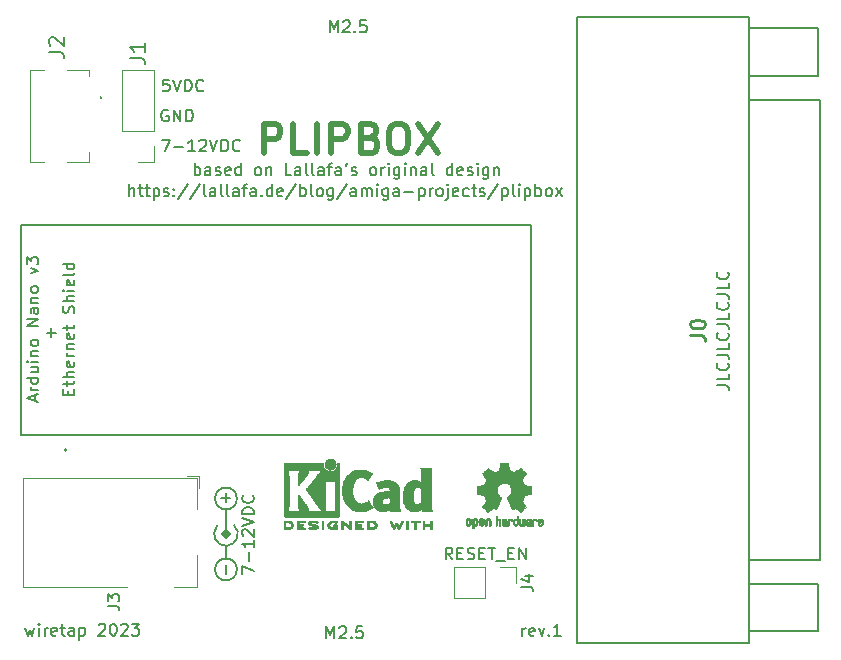
<source format=gbr>
%TF.GenerationSoftware,KiCad,Pcbnew,(5.1.6)-1*%
%TF.CreationDate,2023-12-08T07:15:53-05:00*%
%TF.ProjectId,plipbox-wiretap,706c6970-626f-4782-9d77-697265746170,rev?*%
%TF.SameCoordinates,Original*%
%TF.FileFunction,Legend,Top*%
%TF.FilePolarity,Positive*%
%FSLAX46Y46*%
G04 Gerber Fmt 4.6, Leading zero omitted, Abs format (unit mm)*
G04 Created by KiCad (PCBNEW (5.1.6)-1) date 2023-12-08 07:15:53*
%MOMM*%
%LPD*%
G01*
G04 APERTURE LIST*
%ADD10C,0.150000*%
%ADD11C,0.500000*%
%ADD12C,0.010000*%
%ADD13C,0.200000*%
%ADD14C,0.120000*%
%ADD15C,0.127000*%
%ADD16C,0.100000*%
%ADD17C,0.254000*%
G04 APERTURE END LIST*
D10*
X185109836Y-98496380D02*
X184776502Y-98020190D01*
X184538407Y-98496380D02*
X184538407Y-97496380D01*
X184919360Y-97496380D01*
X185014598Y-97544000D01*
X185062217Y-97591619D01*
X185109836Y-97686857D01*
X185109836Y-97829714D01*
X185062217Y-97924952D01*
X185014598Y-97972571D01*
X184919360Y-98020190D01*
X184538407Y-98020190D01*
X185538407Y-97972571D02*
X185871740Y-97972571D01*
X186014598Y-98496380D02*
X185538407Y-98496380D01*
X185538407Y-97496380D01*
X186014598Y-97496380D01*
X186395550Y-98448761D02*
X186538407Y-98496380D01*
X186776502Y-98496380D01*
X186871740Y-98448761D01*
X186919360Y-98401142D01*
X186966979Y-98305904D01*
X186966979Y-98210666D01*
X186919360Y-98115428D01*
X186871740Y-98067809D01*
X186776502Y-98020190D01*
X186586026Y-97972571D01*
X186490788Y-97924952D01*
X186443169Y-97877333D01*
X186395550Y-97782095D01*
X186395550Y-97686857D01*
X186443169Y-97591619D01*
X186490788Y-97544000D01*
X186586026Y-97496380D01*
X186824121Y-97496380D01*
X186966979Y-97544000D01*
X187395550Y-97972571D02*
X187728883Y-97972571D01*
X187871740Y-98496380D02*
X187395550Y-98496380D01*
X187395550Y-97496380D01*
X187871740Y-97496380D01*
X188157455Y-97496380D02*
X188728883Y-97496380D01*
X188443169Y-98496380D02*
X188443169Y-97496380D01*
X188824121Y-98591619D02*
X189586026Y-98591619D01*
X189824121Y-97972571D02*
X190157455Y-97972571D01*
X190300312Y-98496380D02*
X189824121Y-98496380D01*
X189824121Y-97496380D01*
X190300312Y-97496380D01*
X190728883Y-98496380D02*
X190728883Y-97496380D01*
X191300312Y-98496380D01*
X191300312Y-97496380D01*
X157760095Y-67736980D02*
X157760095Y-66736980D01*
X158188666Y-67736980D02*
X158188666Y-67213171D01*
X158141047Y-67117933D01*
X158045809Y-67070314D01*
X157902952Y-67070314D01*
X157807714Y-67117933D01*
X157760095Y-67165552D01*
X158522000Y-67070314D02*
X158902952Y-67070314D01*
X158664857Y-66736980D02*
X158664857Y-67594123D01*
X158712476Y-67689361D01*
X158807714Y-67736980D01*
X158902952Y-67736980D01*
X159093428Y-67070314D02*
X159474380Y-67070314D01*
X159236285Y-66736980D02*
X159236285Y-67594123D01*
X159283904Y-67689361D01*
X159379142Y-67736980D01*
X159474380Y-67736980D01*
X159807714Y-67070314D02*
X159807714Y-68070314D01*
X159807714Y-67117933D02*
X159902952Y-67070314D01*
X160093428Y-67070314D01*
X160188666Y-67117933D01*
X160236285Y-67165552D01*
X160283904Y-67260790D01*
X160283904Y-67546504D01*
X160236285Y-67641742D01*
X160188666Y-67689361D01*
X160093428Y-67736980D01*
X159902952Y-67736980D01*
X159807714Y-67689361D01*
X160664857Y-67689361D02*
X160760095Y-67736980D01*
X160950571Y-67736980D01*
X161045809Y-67689361D01*
X161093428Y-67594123D01*
X161093428Y-67546504D01*
X161045809Y-67451266D01*
X160950571Y-67403647D01*
X160807714Y-67403647D01*
X160712476Y-67356028D01*
X160664857Y-67260790D01*
X160664857Y-67213171D01*
X160712476Y-67117933D01*
X160807714Y-67070314D01*
X160950571Y-67070314D01*
X161045809Y-67117933D01*
X161522000Y-67641742D02*
X161569619Y-67689361D01*
X161522000Y-67736980D01*
X161474380Y-67689361D01*
X161522000Y-67641742D01*
X161522000Y-67736980D01*
X161522000Y-67117933D02*
X161569619Y-67165552D01*
X161522000Y-67213171D01*
X161474380Y-67165552D01*
X161522000Y-67117933D01*
X161522000Y-67213171D01*
X162712476Y-66689361D02*
X161855333Y-67975076D01*
X163760095Y-66689361D02*
X162902952Y-67975076D01*
X164236285Y-67736980D02*
X164141047Y-67689361D01*
X164093428Y-67594123D01*
X164093428Y-66736980D01*
X165045809Y-67736980D02*
X165045809Y-67213171D01*
X164998190Y-67117933D01*
X164902952Y-67070314D01*
X164712476Y-67070314D01*
X164617238Y-67117933D01*
X165045809Y-67689361D02*
X164950571Y-67736980D01*
X164712476Y-67736980D01*
X164617238Y-67689361D01*
X164569619Y-67594123D01*
X164569619Y-67498885D01*
X164617238Y-67403647D01*
X164712476Y-67356028D01*
X164950571Y-67356028D01*
X165045809Y-67308409D01*
X165664857Y-67736980D02*
X165569619Y-67689361D01*
X165522000Y-67594123D01*
X165522000Y-66736980D01*
X166188666Y-67736980D02*
X166093428Y-67689361D01*
X166045809Y-67594123D01*
X166045809Y-66736980D01*
X166998190Y-67736980D02*
X166998190Y-67213171D01*
X166950571Y-67117933D01*
X166855333Y-67070314D01*
X166664857Y-67070314D01*
X166569619Y-67117933D01*
X166998190Y-67689361D02*
X166902952Y-67736980D01*
X166664857Y-67736980D01*
X166569619Y-67689361D01*
X166522000Y-67594123D01*
X166522000Y-67498885D01*
X166569619Y-67403647D01*
X166664857Y-67356028D01*
X166902952Y-67356028D01*
X166998190Y-67308409D01*
X167331523Y-67070314D02*
X167712476Y-67070314D01*
X167474380Y-67736980D02*
X167474380Y-66879838D01*
X167522000Y-66784600D01*
X167617238Y-66736980D01*
X167712476Y-66736980D01*
X168474380Y-67736980D02*
X168474380Y-67213171D01*
X168426761Y-67117933D01*
X168331523Y-67070314D01*
X168141047Y-67070314D01*
X168045809Y-67117933D01*
X168474380Y-67689361D02*
X168379142Y-67736980D01*
X168141047Y-67736980D01*
X168045809Y-67689361D01*
X167998190Y-67594123D01*
X167998190Y-67498885D01*
X168045809Y-67403647D01*
X168141047Y-67356028D01*
X168379142Y-67356028D01*
X168474380Y-67308409D01*
X168950571Y-67641742D02*
X168998190Y-67689361D01*
X168950571Y-67736980D01*
X168902952Y-67689361D01*
X168950571Y-67641742D01*
X168950571Y-67736980D01*
X169855333Y-67736980D02*
X169855333Y-66736980D01*
X169855333Y-67689361D02*
X169760095Y-67736980D01*
X169569619Y-67736980D01*
X169474380Y-67689361D01*
X169426761Y-67641742D01*
X169379142Y-67546504D01*
X169379142Y-67260790D01*
X169426761Y-67165552D01*
X169474380Y-67117933D01*
X169569619Y-67070314D01*
X169760095Y-67070314D01*
X169855333Y-67117933D01*
X170712476Y-67689361D02*
X170617238Y-67736980D01*
X170426761Y-67736980D01*
X170331523Y-67689361D01*
X170283904Y-67594123D01*
X170283904Y-67213171D01*
X170331523Y-67117933D01*
X170426761Y-67070314D01*
X170617238Y-67070314D01*
X170712476Y-67117933D01*
X170760095Y-67213171D01*
X170760095Y-67308409D01*
X170283904Y-67403647D01*
X171902952Y-66689361D02*
X171045809Y-67975076D01*
X172236285Y-67736980D02*
X172236285Y-66736980D01*
X172236285Y-67117933D02*
X172331523Y-67070314D01*
X172522000Y-67070314D01*
X172617238Y-67117933D01*
X172664857Y-67165552D01*
X172712476Y-67260790D01*
X172712476Y-67546504D01*
X172664857Y-67641742D01*
X172617238Y-67689361D01*
X172522000Y-67736980D01*
X172331523Y-67736980D01*
X172236285Y-67689361D01*
X173283904Y-67736980D02*
X173188666Y-67689361D01*
X173141047Y-67594123D01*
X173141047Y-66736980D01*
X173807714Y-67736980D02*
X173712476Y-67689361D01*
X173664857Y-67641742D01*
X173617238Y-67546504D01*
X173617238Y-67260790D01*
X173664857Y-67165552D01*
X173712476Y-67117933D01*
X173807714Y-67070314D01*
X173950571Y-67070314D01*
X174045809Y-67117933D01*
X174093428Y-67165552D01*
X174141047Y-67260790D01*
X174141047Y-67546504D01*
X174093428Y-67641742D01*
X174045809Y-67689361D01*
X173950571Y-67736980D01*
X173807714Y-67736980D01*
X174998190Y-67070314D02*
X174998190Y-67879838D01*
X174950571Y-67975076D01*
X174902952Y-68022695D01*
X174807714Y-68070314D01*
X174664857Y-68070314D01*
X174569619Y-68022695D01*
X174998190Y-67689361D02*
X174902952Y-67736980D01*
X174712476Y-67736980D01*
X174617238Y-67689361D01*
X174569619Y-67641742D01*
X174522000Y-67546504D01*
X174522000Y-67260790D01*
X174569619Y-67165552D01*
X174617238Y-67117933D01*
X174712476Y-67070314D01*
X174902952Y-67070314D01*
X174998190Y-67117933D01*
X176188666Y-66689361D02*
X175331523Y-67975076D01*
X176950571Y-67736980D02*
X176950571Y-67213171D01*
X176902952Y-67117933D01*
X176807714Y-67070314D01*
X176617238Y-67070314D01*
X176522000Y-67117933D01*
X176950571Y-67689361D02*
X176855333Y-67736980D01*
X176617238Y-67736980D01*
X176522000Y-67689361D01*
X176474380Y-67594123D01*
X176474380Y-67498885D01*
X176522000Y-67403647D01*
X176617238Y-67356028D01*
X176855333Y-67356028D01*
X176950571Y-67308409D01*
X177426761Y-67736980D02*
X177426761Y-67070314D01*
X177426761Y-67165552D02*
X177474380Y-67117933D01*
X177569619Y-67070314D01*
X177712476Y-67070314D01*
X177807714Y-67117933D01*
X177855333Y-67213171D01*
X177855333Y-67736980D01*
X177855333Y-67213171D02*
X177902952Y-67117933D01*
X177998190Y-67070314D01*
X178141047Y-67070314D01*
X178236285Y-67117933D01*
X178283904Y-67213171D01*
X178283904Y-67736980D01*
X178760095Y-67736980D02*
X178760095Y-67070314D01*
X178760095Y-66736980D02*
X178712476Y-66784600D01*
X178760095Y-66832219D01*
X178807714Y-66784600D01*
X178760095Y-66736980D01*
X178760095Y-66832219D01*
X179664857Y-67070314D02*
X179664857Y-67879838D01*
X179617238Y-67975076D01*
X179569619Y-68022695D01*
X179474380Y-68070314D01*
X179331523Y-68070314D01*
X179236285Y-68022695D01*
X179664857Y-67689361D02*
X179569619Y-67736980D01*
X179379142Y-67736980D01*
X179283904Y-67689361D01*
X179236285Y-67641742D01*
X179188666Y-67546504D01*
X179188666Y-67260790D01*
X179236285Y-67165552D01*
X179283904Y-67117933D01*
X179379142Y-67070314D01*
X179569619Y-67070314D01*
X179664857Y-67117933D01*
X180569619Y-67736980D02*
X180569619Y-67213171D01*
X180522000Y-67117933D01*
X180426761Y-67070314D01*
X180236285Y-67070314D01*
X180141047Y-67117933D01*
X180569619Y-67689361D02*
X180474380Y-67736980D01*
X180236285Y-67736980D01*
X180141047Y-67689361D01*
X180093428Y-67594123D01*
X180093428Y-67498885D01*
X180141047Y-67403647D01*
X180236285Y-67356028D01*
X180474380Y-67356028D01*
X180569619Y-67308409D01*
X181045809Y-67356028D02*
X181807714Y-67356028D01*
X182283904Y-67070314D02*
X182283904Y-68070314D01*
X182283904Y-67117933D02*
X182379142Y-67070314D01*
X182569619Y-67070314D01*
X182664857Y-67117933D01*
X182712476Y-67165552D01*
X182760095Y-67260790D01*
X182760095Y-67546504D01*
X182712476Y-67641742D01*
X182664857Y-67689361D01*
X182569619Y-67736980D01*
X182379142Y-67736980D01*
X182283904Y-67689361D01*
X183188666Y-67736980D02*
X183188666Y-67070314D01*
X183188666Y-67260790D02*
X183236285Y-67165552D01*
X183283904Y-67117933D01*
X183379142Y-67070314D01*
X183474380Y-67070314D01*
X183950571Y-67736980D02*
X183855333Y-67689361D01*
X183807714Y-67641742D01*
X183760095Y-67546504D01*
X183760095Y-67260790D01*
X183807714Y-67165552D01*
X183855333Y-67117933D01*
X183950571Y-67070314D01*
X184093428Y-67070314D01*
X184188666Y-67117933D01*
X184236285Y-67165552D01*
X184283904Y-67260790D01*
X184283904Y-67546504D01*
X184236285Y-67641742D01*
X184188666Y-67689361D01*
X184093428Y-67736980D01*
X183950571Y-67736980D01*
X184712476Y-67070314D02*
X184712476Y-67927457D01*
X184664857Y-68022695D01*
X184569619Y-68070314D01*
X184522000Y-68070314D01*
X184712476Y-66736980D02*
X184664857Y-66784600D01*
X184712476Y-66832219D01*
X184760095Y-66784600D01*
X184712476Y-66736980D01*
X184712476Y-66832219D01*
X185569619Y-67689361D02*
X185474380Y-67736980D01*
X185283904Y-67736980D01*
X185188666Y-67689361D01*
X185141047Y-67594123D01*
X185141047Y-67213171D01*
X185188666Y-67117933D01*
X185283904Y-67070314D01*
X185474380Y-67070314D01*
X185569619Y-67117933D01*
X185617238Y-67213171D01*
X185617238Y-67308409D01*
X185141047Y-67403647D01*
X186474380Y-67689361D02*
X186379142Y-67736980D01*
X186188666Y-67736980D01*
X186093428Y-67689361D01*
X186045809Y-67641742D01*
X185998190Y-67546504D01*
X185998190Y-67260790D01*
X186045809Y-67165552D01*
X186093428Y-67117933D01*
X186188666Y-67070314D01*
X186379142Y-67070314D01*
X186474380Y-67117933D01*
X186760095Y-67070314D02*
X187141047Y-67070314D01*
X186902952Y-66736980D02*
X186902952Y-67594123D01*
X186950571Y-67689361D01*
X187045809Y-67736980D01*
X187141047Y-67736980D01*
X187426761Y-67689361D02*
X187522000Y-67736980D01*
X187712476Y-67736980D01*
X187807714Y-67689361D01*
X187855333Y-67594123D01*
X187855333Y-67546504D01*
X187807714Y-67451266D01*
X187712476Y-67403647D01*
X187569619Y-67403647D01*
X187474380Y-67356028D01*
X187426761Y-67260790D01*
X187426761Y-67213171D01*
X187474380Y-67117933D01*
X187569619Y-67070314D01*
X187712476Y-67070314D01*
X187807714Y-67117933D01*
X188998190Y-66689361D02*
X188141047Y-67975076D01*
X189331523Y-67070314D02*
X189331523Y-68070314D01*
X189331523Y-67117933D02*
X189426761Y-67070314D01*
X189617238Y-67070314D01*
X189712476Y-67117933D01*
X189760095Y-67165552D01*
X189807714Y-67260790D01*
X189807714Y-67546504D01*
X189760095Y-67641742D01*
X189712476Y-67689361D01*
X189617238Y-67736980D01*
X189426761Y-67736980D01*
X189331523Y-67689361D01*
X190379142Y-67736980D02*
X190283904Y-67689361D01*
X190236285Y-67594123D01*
X190236285Y-66736980D01*
X190760095Y-67736980D02*
X190760095Y-67070314D01*
X190760095Y-66736980D02*
X190712476Y-66784600D01*
X190760095Y-66832219D01*
X190807714Y-66784600D01*
X190760095Y-66736980D01*
X190760095Y-66832219D01*
X191236285Y-67070314D02*
X191236285Y-68070314D01*
X191236285Y-67117933D02*
X191331523Y-67070314D01*
X191522000Y-67070314D01*
X191617238Y-67117933D01*
X191664857Y-67165552D01*
X191712476Y-67260790D01*
X191712476Y-67546504D01*
X191664857Y-67641742D01*
X191617238Y-67689361D01*
X191522000Y-67736980D01*
X191331523Y-67736980D01*
X191236285Y-67689361D01*
X192141047Y-67736980D02*
X192141047Y-66736980D01*
X192141047Y-67117933D02*
X192236285Y-67070314D01*
X192426761Y-67070314D01*
X192522000Y-67117933D01*
X192569619Y-67165552D01*
X192617238Y-67260790D01*
X192617238Y-67546504D01*
X192569619Y-67641742D01*
X192522000Y-67689361D01*
X192426761Y-67736980D01*
X192236285Y-67736980D01*
X192141047Y-67689361D01*
X193188666Y-67736980D02*
X193093428Y-67689361D01*
X193045809Y-67641742D01*
X192998190Y-67546504D01*
X192998190Y-67260790D01*
X193045809Y-67165552D01*
X193093428Y-67117933D01*
X193188666Y-67070314D01*
X193331523Y-67070314D01*
X193426761Y-67117933D01*
X193474380Y-67165552D01*
X193522000Y-67260790D01*
X193522000Y-67546504D01*
X193474380Y-67641742D01*
X193426761Y-67689361D01*
X193331523Y-67736980D01*
X193188666Y-67736980D01*
X193855333Y-67736980D02*
X194379142Y-67070314D01*
X193855333Y-67070314D02*
X194379142Y-67736980D01*
X163293447Y-65958980D02*
X163293447Y-64958980D01*
X163293447Y-65339933D02*
X163388685Y-65292314D01*
X163579161Y-65292314D01*
X163674400Y-65339933D01*
X163722019Y-65387552D01*
X163769638Y-65482790D01*
X163769638Y-65768504D01*
X163722019Y-65863742D01*
X163674400Y-65911361D01*
X163579161Y-65958980D01*
X163388685Y-65958980D01*
X163293447Y-65911361D01*
X164626780Y-65958980D02*
X164626780Y-65435171D01*
X164579161Y-65339933D01*
X164483923Y-65292314D01*
X164293447Y-65292314D01*
X164198209Y-65339933D01*
X164626780Y-65911361D02*
X164531542Y-65958980D01*
X164293447Y-65958980D01*
X164198209Y-65911361D01*
X164150590Y-65816123D01*
X164150590Y-65720885D01*
X164198209Y-65625647D01*
X164293447Y-65578028D01*
X164531542Y-65578028D01*
X164626780Y-65530409D01*
X165055352Y-65911361D02*
X165150590Y-65958980D01*
X165341066Y-65958980D01*
X165436304Y-65911361D01*
X165483923Y-65816123D01*
X165483923Y-65768504D01*
X165436304Y-65673266D01*
X165341066Y-65625647D01*
X165198209Y-65625647D01*
X165102971Y-65578028D01*
X165055352Y-65482790D01*
X165055352Y-65435171D01*
X165102971Y-65339933D01*
X165198209Y-65292314D01*
X165341066Y-65292314D01*
X165436304Y-65339933D01*
X166293447Y-65911361D02*
X166198209Y-65958980D01*
X166007733Y-65958980D01*
X165912495Y-65911361D01*
X165864876Y-65816123D01*
X165864876Y-65435171D01*
X165912495Y-65339933D01*
X166007733Y-65292314D01*
X166198209Y-65292314D01*
X166293447Y-65339933D01*
X166341066Y-65435171D01*
X166341066Y-65530409D01*
X165864876Y-65625647D01*
X167198209Y-65958980D02*
X167198209Y-64958980D01*
X167198209Y-65911361D02*
X167102971Y-65958980D01*
X166912495Y-65958980D01*
X166817257Y-65911361D01*
X166769638Y-65863742D01*
X166722019Y-65768504D01*
X166722019Y-65482790D01*
X166769638Y-65387552D01*
X166817257Y-65339933D01*
X166912495Y-65292314D01*
X167102971Y-65292314D01*
X167198209Y-65339933D01*
X168579161Y-65958980D02*
X168483923Y-65911361D01*
X168436304Y-65863742D01*
X168388685Y-65768504D01*
X168388685Y-65482790D01*
X168436304Y-65387552D01*
X168483923Y-65339933D01*
X168579161Y-65292314D01*
X168722019Y-65292314D01*
X168817257Y-65339933D01*
X168864876Y-65387552D01*
X168912495Y-65482790D01*
X168912495Y-65768504D01*
X168864876Y-65863742D01*
X168817257Y-65911361D01*
X168722019Y-65958980D01*
X168579161Y-65958980D01*
X169341066Y-65292314D02*
X169341066Y-65958980D01*
X169341066Y-65387552D02*
X169388685Y-65339933D01*
X169483923Y-65292314D01*
X169626780Y-65292314D01*
X169722019Y-65339933D01*
X169769638Y-65435171D01*
X169769638Y-65958980D01*
X171483923Y-65958980D02*
X171007733Y-65958980D01*
X171007733Y-64958980D01*
X172245828Y-65958980D02*
X172245828Y-65435171D01*
X172198209Y-65339933D01*
X172102971Y-65292314D01*
X171912495Y-65292314D01*
X171817257Y-65339933D01*
X172245828Y-65911361D02*
X172150590Y-65958980D01*
X171912495Y-65958980D01*
X171817257Y-65911361D01*
X171769638Y-65816123D01*
X171769638Y-65720885D01*
X171817257Y-65625647D01*
X171912495Y-65578028D01*
X172150590Y-65578028D01*
X172245828Y-65530409D01*
X172864876Y-65958980D02*
X172769638Y-65911361D01*
X172722019Y-65816123D01*
X172722019Y-64958980D01*
X173388685Y-65958980D02*
X173293447Y-65911361D01*
X173245828Y-65816123D01*
X173245828Y-64958980D01*
X174198209Y-65958980D02*
X174198209Y-65435171D01*
X174150590Y-65339933D01*
X174055352Y-65292314D01*
X173864876Y-65292314D01*
X173769638Y-65339933D01*
X174198209Y-65911361D02*
X174102971Y-65958980D01*
X173864876Y-65958980D01*
X173769638Y-65911361D01*
X173722019Y-65816123D01*
X173722019Y-65720885D01*
X173769638Y-65625647D01*
X173864876Y-65578028D01*
X174102971Y-65578028D01*
X174198209Y-65530409D01*
X174531542Y-65292314D02*
X174912495Y-65292314D01*
X174674400Y-65958980D02*
X174674400Y-65101838D01*
X174722019Y-65006600D01*
X174817257Y-64958980D01*
X174912495Y-64958980D01*
X175674400Y-65958980D02*
X175674400Y-65435171D01*
X175626780Y-65339933D01*
X175531542Y-65292314D01*
X175341066Y-65292314D01*
X175245828Y-65339933D01*
X175674400Y-65911361D02*
X175579161Y-65958980D01*
X175341066Y-65958980D01*
X175245828Y-65911361D01*
X175198209Y-65816123D01*
X175198209Y-65720885D01*
X175245828Y-65625647D01*
X175341066Y-65578028D01*
X175579161Y-65578028D01*
X175674400Y-65530409D01*
X176198209Y-64958980D02*
X176102971Y-65149457D01*
X176579161Y-65911361D02*
X176674400Y-65958980D01*
X176864876Y-65958980D01*
X176960114Y-65911361D01*
X177007733Y-65816123D01*
X177007733Y-65768504D01*
X176960114Y-65673266D01*
X176864876Y-65625647D01*
X176722019Y-65625647D01*
X176626780Y-65578028D01*
X176579161Y-65482790D01*
X176579161Y-65435171D01*
X176626780Y-65339933D01*
X176722019Y-65292314D01*
X176864876Y-65292314D01*
X176960114Y-65339933D01*
X178341066Y-65958980D02*
X178245828Y-65911361D01*
X178198209Y-65863742D01*
X178150590Y-65768504D01*
X178150590Y-65482790D01*
X178198209Y-65387552D01*
X178245828Y-65339933D01*
X178341066Y-65292314D01*
X178483923Y-65292314D01*
X178579161Y-65339933D01*
X178626780Y-65387552D01*
X178674400Y-65482790D01*
X178674400Y-65768504D01*
X178626780Y-65863742D01*
X178579161Y-65911361D01*
X178483923Y-65958980D01*
X178341066Y-65958980D01*
X179102971Y-65958980D02*
X179102971Y-65292314D01*
X179102971Y-65482790D02*
X179150590Y-65387552D01*
X179198209Y-65339933D01*
X179293447Y-65292314D01*
X179388685Y-65292314D01*
X179722019Y-65958980D02*
X179722019Y-65292314D01*
X179722019Y-64958980D02*
X179674400Y-65006600D01*
X179722019Y-65054219D01*
X179769638Y-65006600D01*
X179722019Y-64958980D01*
X179722019Y-65054219D01*
X180626780Y-65292314D02*
X180626780Y-66101838D01*
X180579161Y-66197076D01*
X180531542Y-66244695D01*
X180436304Y-66292314D01*
X180293447Y-66292314D01*
X180198209Y-66244695D01*
X180626780Y-65911361D02*
X180531542Y-65958980D01*
X180341066Y-65958980D01*
X180245828Y-65911361D01*
X180198209Y-65863742D01*
X180150590Y-65768504D01*
X180150590Y-65482790D01*
X180198209Y-65387552D01*
X180245828Y-65339933D01*
X180341066Y-65292314D01*
X180531542Y-65292314D01*
X180626780Y-65339933D01*
X181102971Y-65958980D02*
X181102971Y-65292314D01*
X181102971Y-64958980D02*
X181055352Y-65006600D01*
X181102971Y-65054219D01*
X181150590Y-65006600D01*
X181102971Y-64958980D01*
X181102971Y-65054219D01*
X181579161Y-65292314D02*
X181579161Y-65958980D01*
X181579161Y-65387552D02*
X181626780Y-65339933D01*
X181722019Y-65292314D01*
X181864876Y-65292314D01*
X181960114Y-65339933D01*
X182007733Y-65435171D01*
X182007733Y-65958980D01*
X182912495Y-65958980D02*
X182912495Y-65435171D01*
X182864876Y-65339933D01*
X182769638Y-65292314D01*
X182579161Y-65292314D01*
X182483923Y-65339933D01*
X182912495Y-65911361D02*
X182817257Y-65958980D01*
X182579161Y-65958980D01*
X182483923Y-65911361D01*
X182436304Y-65816123D01*
X182436304Y-65720885D01*
X182483923Y-65625647D01*
X182579161Y-65578028D01*
X182817257Y-65578028D01*
X182912495Y-65530409D01*
X183531542Y-65958980D02*
X183436304Y-65911361D01*
X183388685Y-65816123D01*
X183388685Y-64958980D01*
X185102971Y-65958980D02*
X185102971Y-64958980D01*
X185102971Y-65911361D02*
X185007733Y-65958980D01*
X184817257Y-65958980D01*
X184722019Y-65911361D01*
X184674400Y-65863742D01*
X184626780Y-65768504D01*
X184626780Y-65482790D01*
X184674400Y-65387552D01*
X184722019Y-65339933D01*
X184817257Y-65292314D01*
X185007733Y-65292314D01*
X185102971Y-65339933D01*
X185960114Y-65911361D02*
X185864876Y-65958980D01*
X185674400Y-65958980D01*
X185579161Y-65911361D01*
X185531542Y-65816123D01*
X185531542Y-65435171D01*
X185579161Y-65339933D01*
X185674400Y-65292314D01*
X185864876Y-65292314D01*
X185960114Y-65339933D01*
X186007733Y-65435171D01*
X186007733Y-65530409D01*
X185531542Y-65625647D01*
X186388685Y-65911361D02*
X186483923Y-65958980D01*
X186674400Y-65958980D01*
X186769638Y-65911361D01*
X186817257Y-65816123D01*
X186817257Y-65768504D01*
X186769638Y-65673266D01*
X186674400Y-65625647D01*
X186531542Y-65625647D01*
X186436304Y-65578028D01*
X186388685Y-65482790D01*
X186388685Y-65435171D01*
X186436304Y-65339933D01*
X186531542Y-65292314D01*
X186674400Y-65292314D01*
X186769638Y-65339933D01*
X187245828Y-65958980D02*
X187245828Y-65292314D01*
X187245828Y-64958980D02*
X187198209Y-65006600D01*
X187245828Y-65054219D01*
X187293447Y-65006600D01*
X187245828Y-64958980D01*
X187245828Y-65054219D01*
X188150590Y-65292314D02*
X188150590Y-66101838D01*
X188102971Y-66197076D01*
X188055352Y-66244695D01*
X187960114Y-66292314D01*
X187817257Y-66292314D01*
X187722019Y-66244695D01*
X188150590Y-65911361D02*
X188055352Y-65958980D01*
X187864876Y-65958980D01*
X187769638Y-65911361D01*
X187722019Y-65863742D01*
X187674400Y-65768504D01*
X187674400Y-65482790D01*
X187722019Y-65387552D01*
X187769638Y-65339933D01*
X187864876Y-65292314D01*
X188055352Y-65292314D01*
X188150590Y-65339933D01*
X188626780Y-65292314D02*
X188626780Y-65958980D01*
X188626780Y-65387552D02*
X188674400Y-65339933D01*
X188769638Y-65292314D01*
X188912495Y-65292314D01*
X189007733Y-65339933D01*
X189055352Y-65435171D01*
X189055352Y-65958980D01*
D11*
X169115695Y-64097552D02*
X169115695Y-61597552D01*
X170068076Y-61597552D01*
X170306171Y-61716600D01*
X170425219Y-61835647D01*
X170544266Y-62073742D01*
X170544266Y-62430885D01*
X170425219Y-62668980D01*
X170306171Y-62788028D01*
X170068076Y-62907076D01*
X169115695Y-62907076D01*
X172806171Y-64097552D02*
X171615695Y-64097552D01*
X171615695Y-61597552D01*
X173639504Y-64097552D02*
X173639504Y-61597552D01*
X174829980Y-64097552D02*
X174829980Y-61597552D01*
X175782361Y-61597552D01*
X176020457Y-61716600D01*
X176139504Y-61835647D01*
X176258552Y-62073742D01*
X176258552Y-62430885D01*
X176139504Y-62668980D01*
X176020457Y-62788028D01*
X175782361Y-62907076D01*
X174829980Y-62907076D01*
X178163314Y-62788028D02*
X178520457Y-62907076D01*
X178639504Y-63026123D01*
X178758552Y-63264219D01*
X178758552Y-63621361D01*
X178639504Y-63859457D01*
X178520457Y-63978504D01*
X178282361Y-64097552D01*
X177329980Y-64097552D01*
X177329980Y-61597552D01*
X178163314Y-61597552D01*
X178401409Y-61716600D01*
X178520457Y-61835647D01*
X178639504Y-62073742D01*
X178639504Y-62311838D01*
X178520457Y-62549933D01*
X178401409Y-62668980D01*
X178163314Y-62788028D01*
X177329980Y-62788028D01*
X180306171Y-61597552D02*
X180782361Y-61597552D01*
X181020457Y-61716600D01*
X181258552Y-61954695D01*
X181377600Y-62430885D01*
X181377600Y-63264219D01*
X181258552Y-63740409D01*
X181020457Y-63978504D01*
X180782361Y-64097552D01*
X180306171Y-64097552D01*
X180068076Y-63978504D01*
X179829980Y-63740409D01*
X179710933Y-63264219D01*
X179710933Y-62430885D01*
X179829980Y-61954695D01*
X180068076Y-61716600D01*
X180306171Y-61597552D01*
X182210933Y-61597552D02*
X183877600Y-64097552D01*
X183877600Y-61597552D02*
X182210933Y-64097552D01*
D10*
X191038361Y-104973380D02*
X191038361Y-104306714D01*
X191038361Y-104497190D02*
X191085980Y-104401952D01*
X191133600Y-104354333D01*
X191228838Y-104306714D01*
X191324076Y-104306714D01*
X192038361Y-104925761D02*
X191943123Y-104973380D01*
X191752647Y-104973380D01*
X191657409Y-104925761D01*
X191609790Y-104830523D01*
X191609790Y-104449571D01*
X191657409Y-104354333D01*
X191752647Y-104306714D01*
X191943123Y-104306714D01*
X192038361Y-104354333D01*
X192085980Y-104449571D01*
X192085980Y-104544809D01*
X191609790Y-104640047D01*
X192419314Y-104306714D02*
X192657409Y-104973380D01*
X192895504Y-104306714D01*
X193276457Y-104878142D02*
X193324076Y-104925761D01*
X193276457Y-104973380D01*
X193228838Y-104925761D01*
X193276457Y-104878142D01*
X193276457Y-104973380D01*
X194276457Y-104973380D02*
X193705028Y-104973380D01*
X193990742Y-104973380D02*
X193990742Y-103973380D01*
X193895504Y-104116238D01*
X193800266Y-104211476D01*
X193705028Y-104259095D01*
X148963666Y-104281314D02*
X149154142Y-104947980D01*
X149344619Y-104471790D01*
X149535095Y-104947980D01*
X149725571Y-104281314D01*
X150106523Y-104947980D02*
X150106523Y-104281314D01*
X150106523Y-103947980D02*
X150058904Y-103995600D01*
X150106523Y-104043219D01*
X150154142Y-103995600D01*
X150106523Y-103947980D01*
X150106523Y-104043219D01*
X150582714Y-104947980D02*
X150582714Y-104281314D01*
X150582714Y-104471790D02*
X150630333Y-104376552D01*
X150677952Y-104328933D01*
X150773190Y-104281314D01*
X150868428Y-104281314D01*
X151582714Y-104900361D02*
X151487476Y-104947980D01*
X151297000Y-104947980D01*
X151201761Y-104900361D01*
X151154142Y-104805123D01*
X151154142Y-104424171D01*
X151201761Y-104328933D01*
X151297000Y-104281314D01*
X151487476Y-104281314D01*
X151582714Y-104328933D01*
X151630333Y-104424171D01*
X151630333Y-104519409D01*
X151154142Y-104614647D01*
X151916047Y-104281314D02*
X152297000Y-104281314D01*
X152058904Y-103947980D02*
X152058904Y-104805123D01*
X152106523Y-104900361D01*
X152201761Y-104947980D01*
X152297000Y-104947980D01*
X153058904Y-104947980D02*
X153058904Y-104424171D01*
X153011285Y-104328933D01*
X152916047Y-104281314D01*
X152725571Y-104281314D01*
X152630333Y-104328933D01*
X153058904Y-104900361D02*
X152963666Y-104947980D01*
X152725571Y-104947980D01*
X152630333Y-104900361D01*
X152582714Y-104805123D01*
X152582714Y-104709885D01*
X152630333Y-104614647D01*
X152725571Y-104567028D01*
X152963666Y-104567028D01*
X153058904Y-104519409D01*
X153535095Y-104281314D02*
X153535095Y-105281314D01*
X153535095Y-104328933D02*
X153630333Y-104281314D01*
X153820809Y-104281314D01*
X153916047Y-104328933D01*
X153963666Y-104376552D01*
X154011285Y-104471790D01*
X154011285Y-104757504D01*
X153963666Y-104852742D01*
X153916047Y-104900361D01*
X153820809Y-104947980D01*
X153630333Y-104947980D01*
X153535095Y-104900361D01*
X155154142Y-104043219D02*
X155201761Y-103995600D01*
X155297000Y-103947980D01*
X155535095Y-103947980D01*
X155630333Y-103995600D01*
X155677952Y-104043219D01*
X155725571Y-104138457D01*
X155725571Y-104233695D01*
X155677952Y-104376552D01*
X155106523Y-104947980D01*
X155725571Y-104947980D01*
X156344619Y-103947980D02*
X156439857Y-103947980D01*
X156535095Y-103995600D01*
X156582714Y-104043219D01*
X156630333Y-104138457D01*
X156677952Y-104328933D01*
X156677952Y-104567028D01*
X156630333Y-104757504D01*
X156582714Y-104852742D01*
X156535095Y-104900361D01*
X156439857Y-104947980D01*
X156344619Y-104947980D01*
X156249380Y-104900361D01*
X156201761Y-104852742D01*
X156154142Y-104757504D01*
X156106523Y-104567028D01*
X156106523Y-104328933D01*
X156154142Y-104138457D01*
X156201761Y-104043219D01*
X156249380Y-103995600D01*
X156344619Y-103947980D01*
X157058904Y-104043219D02*
X157106523Y-103995600D01*
X157201761Y-103947980D01*
X157439857Y-103947980D01*
X157535095Y-103995600D01*
X157582714Y-104043219D01*
X157630333Y-104138457D01*
X157630333Y-104233695D01*
X157582714Y-104376552D01*
X157011285Y-104947980D01*
X157630333Y-104947980D01*
X157963666Y-103947980D02*
X158582714Y-103947980D01*
X158249380Y-104328933D01*
X158392238Y-104328933D01*
X158487476Y-104376552D01*
X158535095Y-104424171D01*
X158582714Y-104519409D01*
X158582714Y-104757504D01*
X158535095Y-104852742D01*
X158487476Y-104900361D01*
X158392238Y-104947980D01*
X158106523Y-104947980D01*
X158011285Y-104900361D01*
X157963666Y-104852742D01*
X167295580Y-99700933D02*
X167295580Y-99034266D01*
X168295580Y-99462838D01*
X167914628Y-98653314D02*
X167914628Y-97891409D01*
X168295580Y-96891409D02*
X168295580Y-97462838D01*
X168295580Y-97177123D02*
X167295580Y-97177123D01*
X167438438Y-97272361D01*
X167533676Y-97367600D01*
X167581295Y-97462838D01*
X167390819Y-96510457D02*
X167343200Y-96462838D01*
X167295580Y-96367600D01*
X167295580Y-96129504D01*
X167343200Y-96034266D01*
X167390819Y-95986647D01*
X167486057Y-95939028D01*
X167581295Y-95939028D01*
X167724152Y-95986647D01*
X168295580Y-96558076D01*
X168295580Y-95939028D01*
X167295580Y-95653314D02*
X168295580Y-95319980D01*
X167295580Y-94986647D01*
X168295580Y-94653314D02*
X167295580Y-94653314D01*
X167295580Y-94415219D01*
X167343200Y-94272361D01*
X167438438Y-94177123D01*
X167533676Y-94129504D01*
X167724152Y-94081885D01*
X167867009Y-94081885D01*
X168057485Y-94129504D01*
X168152723Y-94177123D01*
X168247961Y-94272361D01*
X168295580Y-94415219D01*
X168295580Y-94653314D01*
X168200342Y-93081885D02*
X168247961Y-93129504D01*
X168295580Y-93272361D01*
X168295580Y-93367600D01*
X168247961Y-93510457D01*
X168152723Y-93605695D01*
X168057485Y-93653314D01*
X167867009Y-93700933D01*
X167724152Y-93700933D01*
X167533676Y-93653314D01*
X167438438Y-93605695D01*
X167343200Y-93510457D01*
X167295580Y-93367600D01*
X167295580Y-93272361D01*
X167343200Y-93129504D01*
X167390819Y-93081885D01*
X165933428Y-99771152D02*
X165933428Y-99009247D01*
X165557247Y-93264028D02*
X166319152Y-93264028D01*
X165938200Y-93644980D02*
X165938200Y-92883076D01*
X174447390Y-105176580D02*
X174447390Y-104176580D01*
X174780723Y-104890866D01*
X175114057Y-104176580D01*
X175114057Y-105176580D01*
X175542628Y-104271819D02*
X175590247Y-104224200D01*
X175685485Y-104176580D01*
X175923580Y-104176580D01*
X176018819Y-104224200D01*
X176066438Y-104271819D01*
X176114057Y-104367057D01*
X176114057Y-104462295D01*
X176066438Y-104605152D01*
X175495009Y-105176580D01*
X176114057Y-105176580D01*
X176542628Y-105081342D02*
X176590247Y-105128961D01*
X176542628Y-105176580D01*
X176495009Y-105128961D01*
X176542628Y-105081342D01*
X176542628Y-105176580D01*
X177495009Y-104176580D02*
X177018819Y-104176580D01*
X176971200Y-104652771D01*
X177018819Y-104605152D01*
X177114057Y-104557533D01*
X177352152Y-104557533D01*
X177447390Y-104605152D01*
X177495009Y-104652771D01*
X177542628Y-104748009D01*
X177542628Y-104986104D01*
X177495009Y-105081342D01*
X177447390Y-105128961D01*
X177352152Y-105176580D01*
X177114057Y-105176580D01*
X177018819Y-105128961D01*
X176971200Y-105081342D01*
X174752190Y-53868580D02*
X174752190Y-52868580D01*
X175085523Y-53582866D01*
X175418857Y-52868580D01*
X175418857Y-53868580D01*
X175847428Y-52963819D02*
X175895047Y-52916200D01*
X175990285Y-52868580D01*
X176228380Y-52868580D01*
X176323619Y-52916200D01*
X176371238Y-52963819D01*
X176418857Y-53059057D01*
X176418857Y-53154295D01*
X176371238Y-53297152D01*
X175799809Y-53868580D01*
X176418857Y-53868580D01*
X176847428Y-53773342D02*
X176895047Y-53820961D01*
X176847428Y-53868580D01*
X176799809Y-53820961D01*
X176847428Y-53773342D01*
X176847428Y-53868580D01*
X177799809Y-52868580D02*
X177323619Y-52868580D01*
X177276000Y-53344771D01*
X177323619Y-53297152D01*
X177418857Y-53249533D01*
X177656952Y-53249533D01*
X177752190Y-53297152D01*
X177799809Y-53344771D01*
X177847428Y-53440009D01*
X177847428Y-53678104D01*
X177799809Y-53773342D01*
X177752190Y-53820961D01*
X177656952Y-53868580D01*
X177418857Y-53868580D01*
X177323619Y-53820961D01*
X177276000Y-53773342D01*
X150749047Y-79319428D02*
X151510952Y-79319428D01*
X151130000Y-79700380D02*
X151130000Y-78938476D01*
X152582571Y-84541619D02*
X152582571Y-84208285D01*
X153106380Y-84065428D02*
X153106380Y-84541619D01*
X152106380Y-84541619D01*
X152106380Y-84065428D01*
X152439714Y-83779714D02*
X152439714Y-83398761D01*
X152106380Y-83636857D02*
X152963523Y-83636857D01*
X153058761Y-83589238D01*
X153106380Y-83494000D01*
X153106380Y-83398761D01*
X153106380Y-83065428D02*
X152106380Y-83065428D01*
X153106380Y-82636857D02*
X152582571Y-82636857D01*
X152487333Y-82684476D01*
X152439714Y-82779714D01*
X152439714Y-82922571D01*
X152487333Y-83017809D01*
X152534952Y-83065428D01*
X153058761Y-81779714D02*
X153106380Y-81874952D01*
X153106380Y-82065428D01*
X153058761Y-82160666D01*
X152963523Y-82208285D01*
X152582571Y-82208285D01*
X152487333Y-82160666D01*
X152439714Y-82065428D01*
X152439714Y-81874952D01*
X152487333Y-81779714D01*
X152582571Y-81732095D01*
X152677809Y-81732095D01*
X152773047Y-82208285D01*
X153106380Y-81303523D02*
X152439714Y-81303523D01*
X152630190Y-81303523D02*
X152534952Y-81255904D01*
X152487333Y-81208285D01*
X152439714Y-81113047D01*
X152439714Y-81017809D01*
X152439714Y-80684476D02*
X153106380Y-80684476D01*
X152534952Y-80684476D02*
X152487333Y-80636857D01*
X152439714Y-80541619D01*
X152439714Y-80398761D01*
X152487333Y-80303523D01*
X152582571Y-80255904D01*
X153106380Y-80255904D01*
X153058761Y-79398761D02*
X153106380Y-79494000D01*
X153106380Y-79684476D01*
X153058761Y-79779714D01*
X152963523Y-79827333D01*
X152582571Y-79827333D01*
X152487333Y-79779714D01*
X152439714Y-79684476D01*
X152439714Y-79494000D01*
X152487333Y-79398761D01*
X152582571Y-79351142D01*
X152677809Y-79351142D01*
X152773047Y-79827333D01*
X152439714Y-79065428D02*
X152439714Y-78684476D01*
X152106380Y-78922571D02*
X152963523Y-78922571D01*
X153058761Y-78874952D01*
X153106380Y-78779714D01*
X153106380Y-78684476D01*
X153058761Y-77636857D02*
X153106380Y-77494000D01*
X153106380Y-77255904D01*
X153058761Y-77160666D01*
X153011142Y-77113047D01*
X152915904Y-77065428D01*
X152820666Y-77065428D01*
X152725428Y-77113047D01*
X152677809Y-77160666D01*
X152630190Y-77255904D01*
X152582571Y-77446380D01*
X152534952Y-77541619D01*
X152487333Y-77589238D01*
X152392095Y-77636857D01*
X152296857Y-77636857D01*
X152201619Y-77589238D01*
X152154000Y-77541619D01*
X152106380Y-77446380D01*
X152106380Y-77208285D01*
X152154000Y-77065428D01*
X153106380Y-76636857D02*
X152106380Y-76636857D01*
X153106380Y-76208285D02*
X152582571Y-76208285D01*
X152487333Y-76255904D01*
X152439714Y-76351142D01*
X152439714Y-76494000D01*
X152487333Y-76589238D01*
X152534952Y-76636857D01*
X153106380Y-75732095D02*
X152439714Y-75732095D01*
X152106380Y-75732095D02*
X152154000Y-75779714D01*
X152201619Y-75732095D01*
X152154000Y-75684476D01*
X152106380Y-75732095D01*
X152201619Y-75732095D01*
X153058761Y-74874952D02*
X153106380Y-74970190D01*
X153106380Y-75160666D01*
X153058761Y-75255904D01*
X152963523Y-75303523D01*
X152582571Y-75303523D01*
X152487333Y-75255904D01*
X152439714Y-75160666D01*
X152439714Y-74970190D01*
X152487333Y-74874952D01*
X152582571Y-74827333D01*
X152677809Y-74827333D01*
X152773047Y-75303523D01*
X153106380Y-74255904D02*
X153058761Y-74351142D01*
X152963523Y-74398761D01*
X152106380Y-74398761D01*
X153106380Y-73446380D02*
X152106380Y-73446380D01*
X153058761Y-73446380D02*
X153106380Y-73541619D01*
X153106380Y-73732095D01*
X153058761Y-73827333D01*
X153011142Y-73874952D01*
X152915904Y-73922571D01*
X152630190Y-73922571D01*
X152534952Y-73874952D01*
X152487333Y-73827333D01*
X152439714Y-73732095D01*
X152439714Y-73541619D01*
X152487333Y-73446380D01*
X149772666Y-85089238D02*
X149772666Y-84613047D01*
X150058380Y-85184476D02*
X149058380Y-84851142D01*
X150058380Y-84517809D01*
X150058380Y-84184476D02*
X149391714Y-84184476D01*
X149582190Y-84184476D02*
X149486952Y-84136857D01*
X149439333Y-84089238D01*
X149391714Y-83994000D01*
X149391714Y-83898761D01*
X150058380Y-83136857D02*
X149058380Y-83136857D01*
X150010761Y-83136857D02*
X150058380Y-83232095D01*
X150058380Y-83422571D01*
X150010761Y-83517809D01*
X149963142Y-83565428D01*
X149867904Y-83613047D01*
X149582190Y-83613047D01*
X149486952Y-83565428D01*
X149439333Y-83517809D01*
X149391714Y-83422571D01*
X149391714Y-83232095D01*
X149439333Y-83136857D01*
X149391714Y-82232095D02*
X150058380Y-82232095D01*
X149391714Y-82660666D02*
X149915523Y-82660666D01*
X150010761Y-82613047D01*
X150058380Y-82517809D01*
X150058380Y-82374952D01*
X150010761Y-82279714D01*
X149963142Y-82232095D01*
X150058380Y-81755904D02*
X149391714Y-81755904D01*
X149058380Y-81755904D02*
X149106000Y-81803523D01*
X149153619Y-81755904D01*
X149106000Y-81708285D01*
X149058380Y-81755904D01*
X149153619Y-81755904D01*
X149391714Y-81279714D02*
X150058380Y-81279714D01*
X149486952Y-81279714D02*
X149439333Y-81232095D01*
X149391714Y-81136857D01*
X149391714Y-80994000D01*
X149439333Y-80898761D01*
X149534571Y-80851142D01*
X150058380Y-80851142D01*
X150058380Y-80232095D02*
X150010761Y-80327333D01*
X149963142Y-80374952D01*
X149867904Y-80422571D01*
X149582190Y-80422571D01*
X149486952Y-80374952D01*
X149439333Y-80327333D01*
X149391714Y-80232095D01*
X149391714Y-80089238D01*
X149439333Y-79994000D01*
X149486952Y-79946380D01*
X149582190Y-79898761D01*
X149867904Y-79898761D01*
X149963142Y-79946380D01*
X150010761Y-79994000D01*
X150058380Y-80089238D01*
X150058380Y-80232095D01*
X150058380Y-78708285D02*
X149058380Y-78708285D01*
X150058380Y-78136857D01*
X149058380Y-78136857D01*
X150058380Y-77232095D02*
X149534571Y-77232095D01*
X149439333Y-77279714D01*
X149391714Y-77374952D01*
X149391714Y-77565428D01*
X149439333Y-77660666D01*
X150010761Y-77232095D02*
X150058380Y-77327333D01*
X150058380Y-77565428D01*
X150010761Y-77660666D01*
X149915523Y-77708285D01*
X149820285Y-77708285D01*
X149725047Y-77660666D01*
X149677428Y-77565428D01*
X149677428Y-77327333D01*
X149629809Y-77232095D01*
X149391714Y-76755904D02*
X150058380Y-76755904D01*
X149486952Y-76755904D02*
X149439333Y-76708285D01*
X149391714Y-76613047D01*
X149391714Y-76470190D01*
X149439333Y-76374952D01*
X149534571Y-76327333D01*
X150058380Y-76327333D01*
X150058380Y-75708285D02*
X150010761Y-75803523D01*
X149963142Y-75851142D01*
X149867904Y-75898761D01*
X149582190Y-75898761D01*
X149486952Y-75851142D01*
X149439333Y-75803523D01*
X149391714Y-75708285D01*
X149391714Y-75565428D01*
X149439333Y-75470190D01*
X149486952Y-75422571D01*
X149582190Y-75374952D01*
X149867904Y-75374952D01*
X149963142Y-75422571D01*
X150010761Y-75470190D01*
X150058380Y-75565428D01*
X150058380Y-75708285D01*
X149391714Y-74279714D02*
X150058380Y-74041619D01*
X149391714Y-73803523D01*
X149058380Y-73517809D02*
X149058380Y-72898761D01*
X149439333Y-73232095D01*
X149439333Y-73089238D01*
X149486952Y-72994000D01*
X149534571Y-72946380D01*
X149629809Y-72898761D01*
X149867904Y-72898761D01*
X149963142Y-72946380D01*
X150010761Y-72994000D01*
X150058380Y-73089238D01*
X150058380Y-73374952D01*
X150010761Y-73470190D01*
X149963142Y-73517809D01*
X207503780Y-83740047D02*
X208218066Y-83740047D01*
X208360923Y-83787666D01*
X208456161Y-83882904D01*
X208503780Y-84025761D01*
X208503780Y-84121000D01*
X208503780Y-82787666D02*
X208503780Y-83263857D01*
X207503780Y-83263857D01*
X208408542Y-81882904D02*
X208456161Y-81930523D01*
X208503780Y-82073380D01*
X208503780Y-82168619D01*
X208456161Y-82311476D01*
X208360923Y-82406714D01*
X208265685Y-82454333D01*
X208075209Y-82501952D01*
X207932352Y-82501952D01*
X207741876Y-82454333D01*
X207646638Y-82406714D01*
X207551400Y-82311476D01*
X207503780Y-82168619D01*
X207503780Y-82073380D01*
X207551400Y-81930523D01*
X207599019Y-81882904D01*
X207503780Y-81168619D02*
X208218066Y-81168619D01*
X208360923Y-81216238D01*
X208456161Y-81311476D01*
X208503780Y-81454333D01*
X208503780Y-81549571D01*
X208503780Y-80216238D02*
X208503780Y-80692428D01*
X207503780Y-80692428D01*
X208408542Y-79311476D02*
X208456161Y-79359095D01*
X208503780Y-79501952D01*
X208503780Y-79597190D01*
X208456161Y-79740047D01*
X208360923Y-79835285D01*
X208265685Y-79882904D01*
X208075209Y-79930523D01*
X207932352Y-79930523D01*
X207741876Y-79882904D01*
X207646638Y-79835285D01*
X207551400Y-79740047D01*
X207503780Y-79597190D01*
X207503780Y-79501952D01*
X207551400Y-79359095D01*
X207599019Y-79311476D01*
X207503780Y-78597190D02*
X208218066Y-78597190D01*
X208360923Y-78644809D01*
X208456161Y-78740047D01*
X208503780Y-78882904D01*
X208503780Y-78978142D01*
X208503780Y-77644809D02*
X208503780Y-78121000D01*
X207503780Y-78121000D01*
X208408542Y-76740047D02*
X208456161Y-76787666D01*
X208503780Y-76930523D01*
X208503780Y-77025761D01*
X208456161Y-77168619D01*
X208360923Y-77263857D01*
X208265685Y-77311476D01*
X208075209Y-77359095D01*
X207932352Y-77359095D01*
X207741876Y-77311476D01*
X207646638Y-77263857D01*
X207551400Y-77168619D01*
X207503780Y-77025761D01*
X207503780Y-76930523D01*
X207551400Y-76787666D01*
X207599019Y-76740047D01*
X207503780Y-76025761D02*
X208218066Y-76025761D01*
X208360923Y-76073380D01*
X208456161Y-76168619D01*
X208503780Y-76311476D01*
X208503780Y-76406714D01*
X208503780Y-75073380D02*
X208503780Y-75549571D01*
X207503780Y-75549571D01*
X208408542Y-74168619D02*
X208456161Y-74216238D01*
X208503780Y-74359095D01*
X208503780Y-74454333D01*
X208456161Y-74597190D01*
X208360923Y-74692428D01*
X208265685Y-74740047D01*
X208075209Y-74787666D01*
X207932352Y-74787666D01*
X207741876Y-74740047D01*
X207646638Y-74692428D01*
X207551400Y-74597190D01*
X207503780Y-74454333D01*
X207503780Y-74359095D01*
X207551400Y-74216238D01*
X207599019Y-74168619D01*
X160496666Y-62952380D02*
X161163333Y-62952380D01*
X160734761Y-63952380D01*
X161544285Y-63571428D02*
X162306190Y-63571428D01*
X163306190Y-63952380D02*
X162734761Y-63952380D01*
X163020476Y-63952380D02*
X163020476Y-62952380D01*
X162925238Y-63095238D01*
X162830000Y-63190476D01*
X162734761Y-63238095D01*
X163687142Y-63047619D02*
X163734761Y-63000000D01*
X163830000Y-62952380D01*
X164068095Y-62952380D01*
X164163333Y-63000000D01*
X164210952Y-63047619D01*
X164258571Y-63142857D01*
X164258571Y-63238095D01*
X164210952Y-63380952D01*
X163639523Y-63952380D01*
X164258571Y-63952380D01*
X164544285Y-62952380D02*
X164877619Y-63952380D01*
X165210952Y-62952380D01*
X165544285Y-63952380D02*
X165544285Y-62952380D01*
X165782380Y-62952380D01*
X165925238Y-63000000D01*
X166020476Y-63095238D01*
X166068095Y-63190476D01*
X166115714Y-63380952D01*
X166115714Y-63523809D01*
X166068095Y-63714285D01*
X166020476Y-63809523D01*
X165925238Y-63904761D01*
X165782380Y-63952380D01*
X165544285Y-63952380D01*
X167115714Y-63857142D02*
X167068095Y-63904761D01*
X166925238Y-63952380D01*
X166830000Y-63952380D01*
X166687142Y-63904761D01*
X166591904Y-63809523D01*
X166544285Y-63714285D01*
X166496666Y-63523809D01*
X166496666Y-63380952D01*
X166544285Y-63190476D01*
X166591904Y-63095238D01*
X166687142Y-63000000D01*
X166830000Y-62952380D01*
X166925238Y-62952380D01*
X167068095Y-63000000D01*
X167115714Y-63047619D01*
X161036095Y-60460000D02*
X160940857Y-60412380D01*
X160798000Y-60412380D01*
X160655142Y-60460000D01*
X160559904Y-60555238D01*
X160512285Y-60650476D01*
X160464666Y-60840952D01*
X160464666Y-60983809D01*
X160512285Y-61174285D01*
X160559904Y-61269523D01*
X160655142Y-61364761D01*
X160798000Y-61412380D01*
X160893238Y-61412380D01*
X161036095Y-61364761D01*
X161083714Y-61317142D01*
X161083714Y-60983809D01*
X160893238Y-60983809D01*
X161512285Y-61412380D02*
X161512285Y-60412380D01*
X162083714Y-61412380D01*
X162083714Y-60412380D01*
X162559904Y-61412380D02*
X162559904Y-60412380D01*
X162798000Y-60412380D01*
X162940857Y-60460000D01*
X163036095Y-60555238D01*
X163083714Y-60650476D01*
X163131333Y-60840952D01*
X163131333Y-60983809D01*
X163083714Y-61174285D01*
X163036095Y-61269523D01*
X162940857Y-61364761D01*
X162798000Y-61412380D01*
X162559904Y-61412380D01*
X161115523Y-57872380D02*
X160639333Y-57872380D01*
X160591714Y-58348571D01*
X160639333Y-58300952D01*
X160734571Y-58253333D01*
X160972666Y-58253333D01*
X161067904Y-58300952D01*
X161115523Y-58348571D01*
X161163142Y-58443809D01*
X161163142Y-58681904D01*
X161115523Y-58777142D01*
X161067904Y-58824761D01*
X160972666Y-58872380D01*
X160734571Y-58872380D01*
X160639333Y-58824761D01*
X160591714Y-58777142D01*
X161448857Y-57872380D02*
X161782190Y-58872380D01*
X162115523Y-57872380D01*
X162448857Y-58872380D02*
X162448857Y-57872380D01*
X162686952Y-57872380D01*
X162829809Y-57920000D01*
X162925047Y-58015238D01*
X162972666Y-58110476D01*
X163020285Y-58300952D01*
X163020285Y-58443809D01*
X162972666Y-58634285D01*
X162925047Y-58729523D01*
X162829809Y-58824761D01*
X162686952Y-58872380D01*
X162448857Y-58872380D01*
X164020285Y-58777142D02*
X163972666Y-58824761D01*
X163829809Y-58872380D01*
X163734571Y-58872380D01*
X163591714Y-58824761D01*
X163496476Y-58729523D01*
X163448857Y-58634285D01*
X163401238Y-58443809D01*
X163401238Y-58300952D01*
X163448857Y-58110476D01*
X163496476Y-58015238D01*
X163591714Y-57920000D01*
X163734571Y-57872380D01*
X163829809Y-57872380D01*
X163972666Y-57920000D01*
X164020285Y-57967619D01*
D12*
%TO.C,REF\u002A\u002A*%
G36*
X187083744Y-95010918D02*
G01*
X187139201Y-95038568D01*
X187188148Y-95089480D01*
X187201629Y-95108338D01*
X187216314Y-95133015D01*
X187225842Y-95159816D01*
X187231293Y-95195587D01*
X187233747Y-95247169D01*
X187234286Y-95315267D01*
X187231852Y-95408588D01*
X187223394Y-95478657D01*
X187207174Y-95530931D01*
X187181454Y-95570869D01*
X187144497Y-95603929D01*
X187141782Y-95605886D01*
X187105360Y-95625908D01*
X187061502Y-95635815D01*
X187005724Y-95638257D01*
X186915048Y-95638257D01*
X186915010Y-95726283D01*
X186914166Y-95775308D01*
X186909024Y-95804065D01*
X186895587Y-95821311D01*
X186869858Y-95835808D01*
X186863679Y-95838769D01*
X186834764Y-95852648D01*
X186812376Y-95861414D01*
X186795729Y-95862171D01*
X186784036Y-95852023D01*
X186776510Y-95828073D01*
X186772366Y-95787426D01*
X186770815Y-95727186D01*
X186771071Y-95644455D01*
X186772349Y-95536339D01*
X186772748Y-95504000D01*
X186774185Y-95392524D01*
X186775472Y-95319603D01*
X186914971Y-95319603D01*
X186915755Y-95381499D01*
X186919240Y-95421997D01*
X186927124Y-95448708D01*
X186941105Y-95469244D01*
X186950597Y-95479260D01*
X186989404Y-95508567D01*
X187023763Y-95510952D01*
X187059216Y-95486750D01*
X187060114Y-95485857D01*
X187074539Y-95467153D01*
X187083313Y-95441732D01*
X187087739Y-95402584D01*
X187089118Y-95342697D01*
X187089143Y-95329430D01*
X187085812Y-95246901D01*
X187074969Y-95189691D01*
X187055340Y-95154766D01*
X187025650Y-95139094D01*
X187008491Y-95137514D01*
X186967766Y-95144926D01*
X186939832Y-95169330D01*
X186923017Y-95213980D01*
X186915650Y-95282130D01*
X186914971Y-95319603D01*
X186775472Y-95319603D01*
X186775708Y-95306245D01*
X186777677Y-95241333D01*
X186780450Y-95193958D01*
X186784388Y-95160290D01*
X186789849Y-95136498D01*
X186797192Y-95118753D01*
X186806777Y-95103224D01*
X186810887Y-95097381D01*
X186865405Y-95042185D01*
X186934336Y-95010890D01*
X187014072Y-95002165D01*
X187083744Y-95010918D01*
G37*
X187083744Y-95010918D02*
X187139201Y-95038568D01*
X187188148Y-95089480D01*
X187201629Y-95108338D01*
X187216314Y-95133015D01*
X187225842Y-95159816D01*
X187231293Y-95195587D01*
X187233747Y-95247169D01*
X187234286Y-95315267D01*
X187231852Y-95408588D01*
X187223394Y-95478657D01*
X187207174Y-95530931D01*
X187181454Y-95570869D01*
X187144497Y-95603929D01*
X187141782Y-95605886D01*
X187105360Y-95625908D01*
X187061502Y-95635815D01*
X187005724Y-95638257D01*
X186915048Y-95638257D01*
X186915010Y-95726283D01*
X186914166Y-95775308D01*
X186909024Y-95804065D01*
X186895587Y-95821311D01*
X186869858Y-95835808D01*
X186863679Y-95838769D01*
X186834764Y-95852648D01*
X186812376Y-95861414D01*
X186795729Y-95862171D01*
X186784036Y-95852023D01*
X186776510Y-95828073D01*
X186772366Y-95787426D01*
X186770815Y-95727186D01*
X186771071Y-95644455D01*
X186772349Y-95536339D01*
X186772748Y-95504000D01*
X186774185Y-95392524D01*
X186775472Y-95319603D01*
X186914971Y-95319603D01*
X186915755Y-95381499D01*
X186919240Y-95421997D01*
X186927124Y-95448708D01*
X186941105Y-95469244D01*
X186950597Y-95479260D01*
X186989404Y-95508567D01*
X187023763Y-95510952D01*
X187059216Y-95486750D01*
X187060114Y-95485857D01*
X187074539Y-95467153D01*
X187083313Y-95441732D01*
X187087739Y-95402584D01*
X187089118Y-95342697D01*
X187089143Y-95329430D01*
X187085812Y-95246901D01*
X187074969Y-95189691D01*
X187055340Y-95154766D01*
X187025650Y-95139094D01*
X187008491Y-95137514D01*
X186967766Y-95144926D01*
X186939832Y-95169330D01*
X186923017Y-95213980D01*
X186915650Y-95282130D01*
X186914971Y-95319603D01*
X186775472Y-95319603D01*
X186775708Y-95306245D01*
X186777677Y-95241333D01*
X186780450Y-95193958D01*
X186784388Y-95160290D01*
X186789849Y-95136498D01*
X186797192Y-95118753D01*
X186806777Y-95103224D01*
X186810887Y-95097381D01*
X186865405Y-95042185D01*
X186934336Y-95010890D01*
X187014072Y-95002165D01*
X187083744Y-95010918D01*
G36*
X188200093Y-95018780D02*
G01*
X188246672Y-95045723D01*
X188279057Y-95072466D01*
X188302742Y-95100484D01*
X188319059Y-95134748D01*
X188329339Y-95180227D01*
X188334914Y-95241892D01*
X188337116Y-95324711D01*
X188337371Y-95384246D01*
X188337371Y-95603391D01*
X188275686Y-95631044D01*
X188214000Y-95658697D01*
X188206743Y-95418670D01*
X188203744Y-95329028D01*
X188200598Y-95263962D01*
X188196701Y-95219026D01*
X188191447Y-95189770D01*
X188184231Y-95171748D01*
X188174450Y-95160511D01*
X188171312Y-95158079D01*
X188123761Y-95139083D01*
X188075697Y-95146600D01*
X188047086Y-95166543D01*
X188035447Y-95180675D01*
X188027391Y-95199220D01*
X188022271Y-95227334D01*
X188019441Y-95270173D01*
X188018256Y-95332895D01*
X188018057Y-95398261D01*
X188018018Y-95480268D01*
X188016614Y-95538316D01*
X188011914Y-95577465D01*
X188001987Y-95602780D01*
X187984903Y-95619323D01*
X187958732Y-95632156D01*
X187923775Y-95645491D01*
X187885596Y-95660007D01*
X187890141Y-95402389D01*
X187891971Y-95309519D01*
X187894112Y-95240889D01*
X187897181Y-95191711D01*
X187901794Y-95157198D01*
X187908568Y-95132562D01*
X187918119Y-95113016D01*
X187929634Y-95095770D01*
X187985190Y-95040680D01*
X188052980Y-95008822D01*
X188126713Y-95001191D01*
X188200093Y-95018780D01*
G37*
X188200093Y-95018780D02*
X188246672Y-95045723D01*
X188279057Y-95072466D01*
X188302742Y-95100484D01*
X188319059Y-95134748D01*
X188329339Y-95180227D01*
X188334914Y-95241892D01*
X188337116Y-95324711D01*
X188337371Y-95384246D01*
X188337371Y-95603391D01*
X188275686Y-95631044D01*
X188214000Y-95658697D01*
X188206743Y-95418670D01*
X188203744Y-95329028D01*
X188200598Y-95263962D01*
X188196701Y-95219026D01*
X188191447Y-95189770D01*
X188184231Y-95171748D01*
X188174450Y-95160511D01*
X188171312Y-95158079D01*
X188123761Y-95139083D01*
X188075697Y-95146600D01*
X188047086Y-95166543D01*
X188035447Y-95180675D01*
X188027391Y-95199220D01*
X188022271Y-95227334D01*
X188019441Y-95270173D01*
X188018256Y-95332895D01*
X188018057Y-95398261D01*
X188018018Y-95480268D01*
X188016614Y-95538316D01*
X188011914Y-95577465D01*
X188001987Y-95602780D01*
X187984903Y-95619323D01*
X187958732Y-95632156D01*
X187923775Y-95645491D01*
X187885596Y-95660007D01*
X187890141Y-95402389D01*
X187891971Y-95309519D01*
X187894112Y-95240889D01*
X187897181Y-95191711D01*
X187901794Y-95157198D01*
X187908568Y-95132562D01*
X187918119Y-95113016D01*
X187929634Y-95095770D01*
X187985190Y-95040680D01*
X188052980Y-95008822D01*
X188126713Y-95001191D01*
X188200093Y-95018780D01*
G36*
X186525115Y-95012962D02*
G01*
X186593145Y-95048733D01*
X186643351Y-95106301D01*
X186661185Y-95143312D01*
X186675063Y-95198882D01*
X186682167Y-95269096D01*
X186682840Y-95345727D01*
X186677427Y-95420552D01*
X186666270Y-95485342D01*
X186649714Y-95531873D01*
X186644626Y-95539887D01*
X186584355Y-95599707D01*
X186512769Y-95635535D01*
X186435092Y-95646020D01*
X186356548Y-95629810D01*
X186334689Y-95620092D01*
X186292122Y-95590143D01*
X186254763Y-95550433D01*
X186251232Y-95545397D01*
X186236881Y-95521124D01*
X186227394Y-95495178D01*
X186221790Y-95461022D01*
X186219086Y-95412119D01*
X186218299Y-95341935D01*
X186218286Y-95326200D01*
X186218322Y-95321192D01*
X186363429Y-95321192D01*
X186364273Y-95387430D01*
X186367596Y-95431386D01*
X186374583Y-95459779D01*
X186386416Y-95479325D01*
X186392457Y-95485857D01*
X186427186Y-95510680D01*
X186460903Y-95509548D01*
X186494995Y-95488016D01*
X186515329Y-95465029D01*
X186527371Y-95431478D01*
X186534134Y-95378569D01*
X186534598Y-95372399D01*
X186535752Y-95276513D01*
X186523688Y-95205299D01*
X186498570Y-95159194D01*
X186460560Y-95138635D01*
X186446992Y-95137514D01*
X186411364Y-95143152D01*
X186386994Y-95162686D01*
X186372093Y-95200042D01*
X186364875Y-95259150D01*
X186363429Y-95321192D01*
X186218322Y-95321192D01*
X186218826Y-95251413D01*
X186221096Y-95199159D01*
X186226068Y-95162949D01*
X186234713Y-95136299D01*
X186248005Y-95112722D01*
X186250943Y-95108338D01*
X186300313Y-95049249D01*
X186354109Y-95014947D01*
X186419602Y-95001331D01*
X186441842Y-95000665D01*
X186525115Y-95012962D01*
G37*
X186525115Y-95012962D02*
X186593145Y-95048733D01*
X186643351Y-95106301D01*
X186661185Y-95143312D01*
X186675063Y-95198882D01*
X186682167Y-95269096D01*
X186682840Y-95345727D01*
X186677427Y-95420552D01*
X186666270Y-95485342D01*
X186649714Y-95531873D01*
X186644626Y-95539887D01*
X186584355Y-95599707D01*
X186512769Y-95635535D01*
X186435092Y-95646020D01*
X186356548Y-95629810D01*
X186334689Y-95620092D01*
X186292122Y-95590143D01*
X186254763Y-95550433D01*
X186251232Y-95545397D01*
X186236881Y-95521124D01*
X186227394Y-95495178D01*
X186221790Y-95461022D01*
X186219086Y-95412119D01*
X186218299Y-95341935D01*
X186218286Y-95326200D01*
X186218322Y-95321192D01*
X186363429Y-95321192D01*
X186364273Y-95387430D01*
X186367596Y-95431386D01*
X186374583Y-95459779D01*
X186386416Y-95479325D01*
X186392457Y-95485857D01*
X186427186Y-95510680D01*
X186460903Y-95509548D01*
X186494995Y-95488016D01*
X186515329Y-95465029D01*
X186527371Y-95431478D01*
X186534134Y-95378569D01*
X186534598Y-95372399D01*
X186535752Y-95276513D01*
X186523688Y-95205299D01*
X186498570Y-95159194D01*
X186460560Y-95138635D01*
X186446992Y-95137514D01*
X186411364Y-95143152D01*
X186386994Y-95162686D01*
X186372093Y-95200042D01*
X186364875Y-95259150D01*
X186363429Y-95321192D01*
X186218322Y-95321192D01*
X186218826Y-95251413D01*
X186221096Y-95199159D01*
X186226068Y-95162949D01*
X186234713Y-95136299D01*
X186248005Y-95112722D01*
X186250943Y-95108338D01*
X186300313Y-95049249D01*
X186354109Y-95014947D01*
X186419602Y-95001331D01*
X186441842Y-95000665D01*
X186525115Y-95012962D01*
G36*
X187652303Y-95022239D02*
G01*
X187709527Y-95060735D01*
X187753749Y-95116335D01*
X187780167Y-95187086D01*
X187785510Y-95239162D01*
X187784903Y-95260893D01*
X187779822Y-95277531D01*
X187765855Y-95292437D01*
X187738589Y-95308973D01*
X187693612Y-95330498D01*
X187626511Y-95360374D01*
X187626171Y-95360524D01*
X187564407Y-95388813D01*
X187513759Y-95413933D01*
X187479404Y-95433179D01*
X187466518Y-95443848D01*
X187466514Y-95443934D01*
X187477872Y-95467166D01*
X187504431Y-95492774D01*
X187534923Y-95511221D01*
X187550370Y-95514886D01*
X187592515Y-95502212D01*
X187628808Y-95470471D01*
X187646517Y-95435572D01*
X187663552Y-95409845D01*
X187696922Y-95380546D01*
X187736149Y-95355235D01*
X187770756Y-95341471D01*
X187777993Y-95340714D01*
X187786139Y-95353160D01*
X187786630Y-95384972D01*
X187780643Y-95427866D01*
X187769357Y-95473558D01*
X187753950Y-95513761D01*
X187753171Y-95515322D01*
X187706804Y-95580062D01*
X187646711Y-95624097D01*
X187578465Y-95645711D01*
X187507638Y-95643185D01*
X187439804Y-95614804D01*
X187436788Y-95612808D01*
X187383427Y-95564448D01*
X187348340Y-95501352D01*
X187328922Y-95418387D01*
X187326316Y-95395078D01*
X187321701Y-95285055D01*
X187327233Y-95233748D01*
X187466514Y-95233748D01*
X187468324Y-95265753D01*
X187478222Y-95275093D01*
X187502898Y-95268105D01*
X187541795Y-95251587D01*
X187585275Y-95230881D01*
X187586356Y-95230333D01*
X187623209Y-95210949D01*
X187638000Y-95198013D01*
X187634353Y-95184451D01*
X187618995Y-95166632D01*
X187579923Y-95140845D01*
X187537846Y-95138950D01*
X187500103Y-95157717D01*
X187474034Y-95193915D01*
X187466514Y-95233748D01*
X187327233Y-95233748D01*
X187331194Y-95197027D01*
X187355550Y-95127212D01*
X187389456Y-95078302D01*
X187450653Y-95028878D01*
X187518063Y-95004359D01*
X187586880Y-95002797D01*
X187652303Y-95022239D01*
G37*
X187652303Y-95022239D02*
X187709527Y-95060735D01*
X187753749Y-95116335D01*
X187780167Y-95187086D01*
X187785510Y-95239162D01*
X187784903Y-95260893D01*
X187779822Y-95277531D01*
X187765855Y-95292437D01*
X187738589Y-95308973D01*
X187693612Y-95330498D01*
X187626511Y-95360374D01*
X187626171Y-95360524D01*
X187564407Y-95388813D01*
X187513759Y-95413933D01*
X187479404Y-95433179D01*
X187466518Y-95443848D01*
X187466514Y-95443934D01*
X187477872Y-95467166D01*
X187504431Y-95492774D01*
X187534923Y-95511221D01*
X187550370Y-95514886D01*
X187592515Y-95502212D01*
X187628808Y-95470471D01*
X187646517Y-95435572D01*
X187663552Y-95409845D01*
X187696922Y-95380546D01*
X187736149Y-95355235D01*
X187770756Y-95341471D01*
X187777993Y-95340714D01*
X187786139Y-95353160D01*
X187786630Y-95384972D01*
X187780643Y-95427866D01*
X187769357Y-95473558D01*
X187753950Y-95513761D01*
X187753171Y-95515322D01*
X187706804Y-95580062D01*
X187646711Y-95624097D01*
X187578465Y-95645711D01*
X187507638Y-95643185D01*
X187439804Y-95614804D01*
X187436788Y-95612808D01*
X187383427Y-95564448D01*
X187348340Y-95501352D01*
X187328922Y-95418387D01*
X187326316Y-95395078D01*
X187321701Y-95285055D01*
X187327233Y-95233748D01*
X187466514Y-95233748D01*
X187468324Y-95265753D01*
X187478222Y-95275093D01*
X187502898Y-95268105D01*
X187541795Y-95251587D01*
X187585275Y-95230881D01*
X187586356Y-95230333D01*
X187623209Y-95210949D01*
X187638000Y-95198013D01*
X187634353Y-95184451D01*
X187618995Y-95166632D01*
X187579923Y-95140845D01*
X187537846Y-95138950D01*
X187500103Y-95157717D01*
X187474034Y-95193915D01*
X187466514Y-95233748D01*
X187327233Y-95233748D01*
X187331194Y-95197027D01*
X187355550Y-95127212D01*
X187389456Y-95078302D01*
X187450653Y-95028878D01*
X187518063Y-95004359D01*
X187586880Y-95002797D01*
X187652303Y-95022239D01*
G36*
X188859886Y-94942289D02*
G01*
X188864139Y-95001613D01*
X188869025Y-95036572D01*
X188875795Y-95051820D01*
X188885702Y-95052015D01*
X188888914Y-95050195D01*
X188931644Y-95037015D01*
X188987227Y-95037785D01*
X189043737Y-95051333D01*
X189079082Y-95068861D01*
X189115321Y-95096861D01*
X189141813Y-95128549D01*
X189159999Y-95168813D01*
X189171322Y-95222543D01*
X189177222Y-95294626D01*
X189179143Y-95389951D01*
X189179177Y-95408237D01*
X189179200Y-95613646D01*
X189133491Y-95629580D01*
X189101027Y-95640420D01*
X189083215Y-95645468D01*
X189082691Y-95645514D01*
X189080937Y-95631828D01*
X189079444Y-95594076D01*
X189078326Y-95537224D01*
X189077697Y-95466234D01*
X189077600Y-95423073D01*
X189077398Y-95337973D01*
X189076358Y-95276981D01*
X189073831Y-95235177D01*
X189069164Y-95207642D01*
X189061707Y-95189456D01*
X189050811Y-95175698D01*
X189044007Y-95169073D01*
X188997272Y-95142375D01*
X188946272Y-95140375D01*
X188900001Y-95162955D01*
X188891444Y-95171107D01*
X188878893Y-95186436D01*
X188870188Y-95204618D01*
X188864631Y-95230909D01*
X188861526Y-95270562D01*
X188860176Y-95328832D01*
X188859886Y-95409173D01*
X188859886Y-95613646D01*
X188814177Y-95629580D01*
X188781713Y-95640420D01*
X188763901Y-95645468D01*
X188763377Y-95645514D01*
X188762037Y-95631623D01*
X188760828Y-95592439D01*
X188759801Y-95531700D01*
X188759002Y-95453141D01*
X188758481Y-95360498D01*
X188758286Y-95257509D01*
X188758286Y-94860342D01*
X188805457Y-94840444D01*
X188852629Y-94820547D01*
X188859886Y-94942289D01*
G37*
X188859886Y-94942289D02*
X188864139Y-95001613D01*
X188869025Y-95036572D01*
X188875795Y-95051820D01*
X188885702Y-95052015D01*
X188888914Y-95050195D01*
X188931644Y-95037015D01*
X188987227Y-95037785D01*
X189043737Y-95051333D01*
X189079082Y-95068861D01*
X189115321Y-95096861D01*
X189141813Y-95128549D01*
X189159999Y-95168813D01*
X189171322Y-95222543D01*
X189177222Y-95294626D01*
X189179143Y-95389951D01*
X189179177Y-95408237D01*
X189179200Y-95613646D01*
X189133491Y-95629580D01*
X189101027Y-95640420D01*
X189083215Y-95645468D01*
X189082691Y-95645514D01*
X189080937Y-95631828D01*
X189079444Y-95594076D01*
X189078326Y-95537224D01*
X189077697Y-95466234D01*
X189077600Y-95423073D01*
X189077398Y-95337973D01*
X189076358Y-95276981D01*
X189073831Y-95235177D01*
X189069164Y-95207642D01*
X189061707Y-95189456D01*
X189050811Y-95175698D01*
X189044007Y-95169073D01*
X188997272Y-95142375D01*
X188946272Y-95140375D01*
X188900001Y-95162955D01*
X188891444Y-95171107D01*
X188878893Y-95186436D01*
X188870188Y-95204618D01*
X188864631Y-95230909D01*
X188861526Y-95270562D01*
X188860176Y-95328832D01*
X188859886Y-95409173D01*
X188859886Y-95613646D01*
X188814177Y-95629580D01*
X188781713Y-95640420D01*
X188763901Y-95645468D01*
X188763377Y-95645514D01*
X188762037Y-95631623D01*
X188760828Y-95592439D01*
X188759801Y-95531700D01*
X188759002Y-95453141D01*
X188758481Y-95360498D01*
X188758286Y-95257509D01*
X188758286Y-94860342D01*
X188805457Y-94840444D01*
X188852629Y-94820547D01*
X188859886Y-94942289D01*
G36*
X189523744Y-95041968D02*
G01*
X189580616Y-95063087D01*
X189581267Y-95063493D01*
X189616440Y-95089380D01*
X189642407Y-95119633D01*
X189660670Y-95159058D01*
X189672732Y-95212462D01*
X189680096Y-95284651D01*
X189684264Y-95380432D01*
X189684629Y-95394078D01*
X189689876Y-95599842D01*
X189645716Y-95622678D01*
X189613763Y-95638110D01*
X189594470Y-95645423D01*
X189593578Y-95645514D01*
X189590239Y-95632022D01*
X189587587Y-95595626D01*
X189585956Y-95542452D01*
X189585600Y-95499393D01*
X189585592Y-95429641D01*
X189582403Y-95385837D01*
X189571288Y-95364944D01*
X189547501Y-95363925D01*
X189506296Y-95379741D01*
X189444086Y-95408815D01*
X189398341Y-95432963D01*
X189374813Y-95453913D01*
X189367896Y-95476747D01*
X189367886Y-95477877D01*
X189379299Y-95517212D01*
X189413092Y-95538462D01*
X189464809Y-95541539D01*
X189502061Y-95541006D01*
X189521703Y-95551735D01*
X189533952Y-95577505D01*
X189541002Y-95610337D01*
X189530842Y-95628966D01*
X189527017Y-95631632D01*
X189491001Y-95642340D01*
X189440566Y-95643856D01*
X189388626Y-95636759D01*
X189351822Y-95623788D01*
X189300938Y-95580585D01*
X189272014Y-95520446D01*
X189266286Y-95473462D01*
X189270657Y-95431082D01*
X189286475Y-95396488D01*
X189317797Y-95365763D01*
X189368678Y-95334990D01*
X189443176Y-95300252D01*
X189447714Y-95298288D01*
X189514821Y-95267287D01*
X189556232Y-95241862D01*
X189573981Y-95219014D01*
X189570107Y-95195745D01*
X189546643Y-95169056D01*
X189539627Y-95162914D01*
X189492630Y-95139100D01*
X189443933Y-95140103D01*
X189401522Y-95163451D01*
X189373384Y-95206675D01*
X189370769Y-95215160D01*
X189345308Y-95256308D01*
X189313001Y-95276128D01*
X189266286Y-95295770D01*
X189266286Y-95244950D01*
X189280496Y-95171082D01*
X189322675Y-95103327D01*
X189344624Y-95080661D01*
X189394517Y-95051569D01*
X189457967Y-95038400D01*
X189523744Y-95041968D01*
G37*
X189523744Y-95041968D02*
X189580616Y-95063087D01*
X189581267Y-95063493D01*
X189616440Y-95089380D01*
X189642407Y-95119633D01*
X189660670Y-95159058D01*
X189672732Y-95212462D01*
X189680096Y-95284651D01*
X189684264Y-95380432D01*
X189684629Y-95394078D01*
X189689876Y-95599842D01*
X189645716Y-95622678D01*
X189613763Y-95638110D01*
X189594470Y-95645423D01*
X189593578Y-95645514D01*
X189590239Y-95632022D01*
X189587587Y-95595626D01*
X189585956Y-95542452D01*
X189585600Y-95499393D01*
X189585592Y-95429641D01*
X189582403Y-95385837D01*
X189571288Y-95364944D01*
X189547501Y-95363925D01*
X189506296Y-95379741D01*
X189444086Y-95408815D01*
X189398341Y-95432963D01*
X189374813Y-95453913D01*
X189367896Y-95476747D01*
X189367886Y-95477877D01*
X189379299Y-95517212D01*
X189413092Y-95538462D01*
X189464809Y-95541539D01*
X189502061Y-95541006D01*
X189521703Y-95551735D01*
X189533952Y-95577505D01*
X189541002Y-95610337D01*
X189530842Y-95628966D01*
X189527017Y-95631632D01*
X189491001Y-95642340D01*
X189440566Y-95643856D01*
X189388626Y-95636759D01*
X189351822Y-95623788D01*
X189300938Y-95580585D01*
X189272014Y-95520446D01*
X189266286Y-95473462D01*
X189270657Y-95431082D01*
X189286475Y-95396488D01*
X189317797Y-95365763D01*
X189368678Y-95334990D01*
X189443176Y-95300252D01*
X189447714Y-95298288D01*
X189514821Y-95267287D01*
X189556232Y-95241862D01*
X189573981Y-95219014D01*
X189570107Y-95195745D01*
X189546643Y-95169056D01*
X189539627Y-95162914D01*
X189492630Y-95139100D01*
X189443933Y-95140103D01*
X189401522Y-95163451D01*
X189373384Y-95206675D01*
X189370769Y-95215160D01*
X189345308Y-95256308D01*
X189313001Y-95276128D01*
X189266286Y-95295770D01*
X189266286Y-95244950D01*
X189280496Y-95171082D01*
X189322675Y-95103327D01*
X189344624Y-95080661D01*
X189394517Y-95051569D01*
X189457967Y-95038400D01*
X189523744Y-95041968D01*
G36*
X190013926Y-95040755D02*
G01*
X190079858Y-95065084D01*
X190133273Y-95108117D01*
X190154164Y-95138409D01*
X190176939Y-95193994D01*
X190176466Y-95234186D01*
X190152562Y-95261217D01*
X190143717Y-95265813D01*
X190105530Y-95280144D01*
X190086028Y-95276472D01*
X190079422Y-95252407D01*
X190079086Y-95239114D01*
X190066992Y-95190210D01*
X190035471Y-95155999D01*
X189991659Y-95139476D01*
X189942695Y-95143634D01*
X189902894Y-95165227D01*
X189889450Y-95177544D01*
X189879921Y-95192487D01*
X189873485Y-95215075D01*
X189869317Y-95250328D01*
X189866597Y-95303266D01*
X189864502Y-95378907D01*
X189863960Y-95402857D01*
X189861981Y-95484790D01*
X189859731Y-95542455D01*
X189856357Y-95580608D01*
X189851006Y-95604004D01*
X189842824Y-95617398D01*
X189830959Y-95625545D01*
X189823362Y-95629144D01*
X189791102Y-95641452D01*
X189772111Y-95645514D01*
X189765836Y-95631948D01*
X189762006Y-95590934D01*
X189760600Y-95521999D01*
X189761598Y-95424669D01*
X189761908Y-95409657D01*
X189764101Y-95320859D01*
X189766693Y-95256019D01*
X189770382Y-95210067D01*
X189775864Y-95177935D01*
X189783835Y-95154553D01*
X189794993Y-95134852D01*
X189800830Y-95126410D01*
X189834296Y-95089057D01*
X189871727Y-95060003D01*
X189876309Y-95057467D01*
X189943426Y-95037443D01*
X190013926Y-95040755D01*
G37*
X190013926Y-95040755D02*
X190079858Y-95065084D01*
X190133273Y-95108117D01*
X190154164Y-95138409D01*
X190176939Y-95193994D01*
X190176466Y-95234186D01*
X190152562Y-95261217D01*
X190143717Y-95265813D01*
X190105530Y-95280144D01*
X190086028Y-95276472D01*
X190079422Y-95252407D01*
X190079086Y-95239114D01*
X190066992Y-95190210D01*
X190035471Y-95155999D01*
X189991659Y-95139476D01*
X189942695Y-95143634D01*
X189902894Y-95165227D01*
X189889450Y-95177544D01*
X189879921Y-95192487D01*
X189873485Y-95215075D01*
X189869317Y-95250328D01*
X189866597Y-95303266D01*
X189864502Y-95378907D01*
X189863960Y-95402857D01*
X189861981Y-95484790D01*
X189859731Y-95542455D01*
X189856357Y-95580608D01*
X189851006Y-95604004D01*
X189842824Y-95617398D01*
X189830959Y-95625545D01*
X189823362Y-95629144D01*
X189791102Y-95641452D01*
X189772111Y-95645514D01*
X189765836Y-95631948D01*
X189762006Y-95590934D01*
X189760600Y-95521999D01*
X189761598Y-95424669D01*
X189761908Y-95409657D01*
X189764101Y-95320859D01*
X189766693Y-95256019D01*
X189770382Y-95210067D01*
X189775864Y-95177935D01*
X189783835Y-95154553D01*
X189794993Y-95134852D01*
X189800830Y-95126410D01*
X189834296Y-95089057D01*
X189871727Y-95060003D01*
X189876309Y-95057467D01*
X189943426Y-95037443D01*
X190013926Y-95040755D01*
G36*
X190674117Y-95156358D02*
G01*
X190673933Y-95264837D01*
X190673219Y-95348287D01*
X190671675Y-95410704D01*
X190669001Y-95456085D01*
X190664894Y-95488429D01*
X190659055Y-95511733D01*
X190651182Y-95529995D01*
X190645221Y-95540418D01*
X190595855Y-95596945D01*
X190533264Y-95632377D01*
X190464013Y-95645090D01*
X190394668Y-95633463D01*
X190353375Y-95612568D01*
X190310025Y-95576422D01*
X190280481Y-95532276D01*
X190262655Y-95474462D01*
X190254463Y-95397313D01*
X190253302Y-95340714D01*
X190253458Y-95336647D01*
X190354857Y-95336647D01*
X190355476Y-95401550D01*
X190358314Y-95444514D01*
X190364840Y-95472622D01*
X190376523Y-95492953D01*
X190390483Y-95508288D01*
X190437365Y-95537890D01*
X190487701Y-95540419D01*
X190535276Y-95515705D01*
X190538979Y-95512356D01*
X190554783Y-95494935D01*
X190564693Y-95474209D01*
X190570058Y-95443362D01*
X190572228Y-95395577D01*
X190572571Y-95342748D01*
X190571827Y-95276381D01*
X190568748Y-95232106D01*
X190562061Y-95203009D01*
X190550496Y-95182173D01*
X190541013Y-95171107D01*
X190496960Y-95143198D01*
X190446224Y-95139843D01*
X190397796Y-95161159D01*
X190388450Y-95169073D01*
X190372540Y-95186647D01*
X190362610Y-95207587D01*
X190357278Y-95238782D01*
X190355163Y-95287122D01*
X190354857Y-95336647D01*
X190253458Y-95336647D01*
X190256810Y-95249568D01*
X190268726Y-95181086D01*
X190291135Y-95129600D01*
X190326124Y-95089443D01*
X190353375Y-95068861D01*
X190402907Y-95046625D01*
X190460316Y-95036304D01*
X190513682Y-95039067D01*
X190543543Y-95050212D01*
X190555261Y-95053383D01*
X190563037Y-95041557D01*
X190568465Y-95009866D01*
X190572571Y-94961593D01*
X190577067Y-94907829D01*
X190583313Y-94875482D01*
X190594676Y-94856985D01*
X190614528Y-94844770D01*
X190627000Y-94839362D01*
X190674171Y-94819601D01*
X190674117Y-95156358D01*
G37*
X190674117Y-95156358D02*
X190673933Y-95264837D01*
X190673219Y-95348287D01*
X190671675Y-95410704D01*
X190669001Y-95456085D01*
X190664894Y-95488429D01*
X190659055Y-95511733D01*
X190651182Y-95529995D01*
X190645221Y-95540418D01*
X190595855Y-95596945D01*
X190533264Y-95632377D01*
X190464013Y-95645090D01*
X190394668Y-95633463D01*
X190353375Y-95612568D01*
X190310025Y-95576422D01*
X190280481Y-95532276D01*
X190262655Y-95474462D01*
X190254463Y-95397313D01*
X190253302Y-95340714D01*
X190253458Y-95336647D01*
X190354857Y-95336647D01*
X190355476Y-95401550D01*
X190358314Y-95444514D01*
X190364840Y-95472622D01*
X190376523Y-95492953D01*
X190390483Y-95508288D01*
X190437365Y-95537890D01*
X190487701Y-95540419D01*
X190535276Y-95515705D01*
X190538979Y-95512356D01*
X190554783Y-95494935D01*
X190564693Y-95474209D01*
X190570058Y-95443362D01*
X190572228Y-95395577D01*
X190572571Y-95342748D01*
X190571827Y-95276381D01*
X190568748Y-95232106D01*
X190562061Y-95203009D01*
X190550496Y-95182173D01*
X190541013Y-95171107D01*
X190496960Y-95143198D01*
X190446224Y-95139843D01*
X190397796Y-95161159D01*
X190388450Y-95169073D01*
X190372540Y-95186647D01*
X190362610Y-95207587D01*
X190357278Y-95238782D01*
X190355163Y-95287122D01*
X190354857Y-95336647D01*
X190253458Y-95336647D01*
X190256810Y-95249568D01*
X190268726Y-95181086D01*
X190291135Y-95129600D01*
X190326124Y-95089443D01*
X190353375Y-95068861D01*
X190402907Y-95046625D01*
X190460316Y-95036304D01*
X190513682Y-95039067D01*
X190543543Y-95050212D01*
X190555261Y-95053383D01*
X190563037Y-95041557D01*
X190568465Y-95009866D01*
X190572571Y-94961593D01*
X190577067Y-94907829D01*
X190583313Y-94875482D01*
X190594676Y-94856985D01*
X190614528Y-94844770D01*
X190627000Y-94839362D01*
X190674171Y-94819601D01*
X190674117Y-95156358D01*
G36*
X191263833Y-95049663D02*
G01*
X191266048Y-95087850D01*
X191267784Y-95145886D01*
X191268899Y-95219180D01*
X191269257Y-95296055D01*
X191269257Y-95556196D01*
X191223326Y-95602127D01*
X191191675Y-95630429D01*
X191163890Y-95641893D01*
X191125915Y-95641168D01*
X191110840Y-95639321D01*
X191063726Y-95633948D01*
X191024756Y-95630869D01*
X191015257Y-95630585D01*
X190983233Y-95632445D01*
X190937432Y-95637114D01*
X190919674Y-95639321D01*
X190876057Y-95642735D01*
X190846745Y-95635320D01*
X190817680Y-95612427D01*
X190807188Y-95602127D01*
X190761257Y-95556196D01*
X190761257Y-95069602D01*
X190798226Y-95052758D01*
X190830059Y-95040282D01*
X190848683Y-95035914D01*
X190853458Y-95049718D01*
X190857921Y-95088286D01*
X190861775Y-95147356D01*
X190864722Y-95222663D01*
X190866143Y-95286286D01*
X190870114Y-95536657D01*
X190904759Y-95541556D01*
X190936268Y-95538131D01*
X190951708Y-95527041D01*
X190956023Y-95506308D01*
X190959708Y-95462145D01*
X190962469Y-95400146D01*
X190964012Y-95325909D01*
X190964235Y-95287706D01*
X190964457Y-95067783D01*
X191010166Y-95051849D01*
X191042518Y-95041015D01*
X191060115Y-95035962D01*
X191060623Y-95035914D01*
X191062388Y-95049648D01*
X191064329Y-95087730D01*
X191066282Y-95145482D01*
X191068084Y-95218227D01*
X191069343Y-95286286D01*
X191073314Y-95536657D01*
X191160400Y-95536657D01*
X191164396Y-95308240D01*
X191168392Y-95079822D01*
X191210847Y-95057868D01*
X191242192Y-95042793D01*
X191260744Y-95035951D01*
X191261279Y-95035914D01*
X191263833Y-95049663D01*
G37*
X191263833Y-95049663D02*
X191266048Y-95087850D01*
X191267784Y-95145886D01*
X191268899Y-95219180D01*
X191269257Y-95296055D01*
X191269257Y-95556196D01*
X191223326Y-95602127D01*
X191191675Y-95630429D01*
X191163890Y-95641893D01*
X191125915Y-95641168D01*
X191110840Y-95639321D01*
X191063726Y-95633948D01*
X191024756Y-95630869D01*
X191015257Y-95630585D01*
X190983233Y-95632445D01*
X190937432Y-95637114D01*
X190919674Y-95639321D01*
X190876057Y-95642735D01*
X190846745Y-95635320D01*
X190817680Y-95612427D01*
X190807188Y-95602127D01*
X190761257Y-95556196D01*
X190761257Y-95069602D01*
X190798226Y-95052758D01*
X190830059Y-95040282D01*
X190848683Y-95035914D01*
X190853458Y-95049718D01*
X190857921Y-95088286D01*
X190861775Y-95147356D01*
X190864722Y-95222663D01*
X190866143Y-95286286D01*
X190870114Y-95536657D01*
X190904759Y-95541556D01*
X190936268Y-95538131D01*
X190951708Y-95527041D01*
X190956023Y-95506308D01*
X190959708Y-95462145D01*
X190962469Y-95400146D01*
X190964012Y-95325909D01*
X190964235Y-95287706D01*
X190964457Y-95067783D01*
X191010166Y-95051849D01*
X191042518Y-95041015D01*
X191060115Y-95035962D01*
X191060623Y-95035914D01*
X191062388Y-95049648D01*
X191064329Y-95087730D01*
X191066282Y-95145482D01*
X191068084Y-95218227D01*
X191069343Y-95286286D01*
X191073314Y-95536657D01*
X191160400Y-95536657D01*
X191164396Y-95308240D01*
X191168392Y-95079822D01*
X191210847Y-95057868D01*
X191242192Y-95042793D01*
X191260744Y-95035951D01*
X191261279Y-95035914D01*
X191263833Y-95049663D01*
G36*
X191628876Y-95047335D02*
G01*
X191670667Y-95066344D01*
X191703469Y-95089378D01*
X191727503Y-95115133D01*
X191744097Y-95148358D01*
X191754577Y-95193800D01*
X191760271Y-95256207D01*
X191762507Y-95340327D01*
X191762743Y-95395721D01*
X191762743Y-95611826D01*
X191725774Y-95628670D01*
X191696656Y-95640981D01*
X191682231Y-95645514D01*
X191679472Y-95632025D01*
X191677282Y-95595653D01*
X191675942Y-95542542D01*
X191675657Y-95500372D01*
X191674434Y-95439447D01*
X191671136Y-95391115D01*
X191666321Y-95361518D01*
X191662496Y-95355229D01*
X191636783Y-95361652D01*
X191596418Y-95378125D01*
X191549679Y-95400458D01*
X191504845Y-95424457D01*
X191470193Y-95445930D01*
X191454002Y-95460685D01*
X191453938Y-95460845D01*
X191455330Y-95488152D01*
X191467818Y-95514219D01*
X191489743Y-95535392D01*
X191521743Y-95542474D01*
X191549092Y-95541649D01*
X191587826Y-95541042D01*
X191608158Y-95550116D01*
X191620369Y-95574092D01*
X191621909Y-95578613D01*
X191627203Y-95612806D01*
X191613047Y-95633568D01*
X191576148Y-95643462D01*
X191536289Y-95645292D01*
X191464562Y-95631727D01*
X191427432Y-95612355D01*
X191381576Y-95566845D01*
X191357256Y-95510983D01*
X191355073Y-95451957D01*
X191375629Y-95396953D01*
X191406549Y-95362486D01*
X191437420Y-95343189D01*
X191485942Y-95318759D01*
X191542485Y-95293985D01*
X191551910Y-95290199D01*
X191614019Y-95262791D01*
X191649822Y-95238634D01*
X191661337Y-95214619D01*
X191650580Y-95187635D01*
X191632114Y-95166543D01*
X191588469Y-95140572D01*
X191540446Y-95138624D01*
X191496406Y-95158637D01*
X191464709Y-95198551D01*
X191460549Y-95208848D01*
X191436327Y-95246724D01*
X191400965Y-95274842D01*
X191356343Y-95297917D01*
X191356343Y-95232485D01*
X191358969Y-95192506D01*
X191370230Y-95160997D01*
X191395199Y-95127378D01*
X191419169Y-95101484D01*
X191456441Y-95064817D01*
X191485401Y-95045121D01*
X191516505Y-95037220D01*
X191551713Y-95035914D01*
X191628876Y-95047335D01*
G37*
X191628876Y-95047335D02*
X191670667Y-95066344D01*
X191703469Y-95089378D01*
X191727503Y-95115133D01*
X191744097Y-95148358D01*
X191754577Y-95193800D01*
X191760271Y-95256207D01*
X191762507Y-95340327D01*
X191762743Y-95395721D01*
X191762743Y-95611826D01*
X191725774Y-95628670D01*
X191696656Y-95640981D01*
X191682231Y-95645514D01*
X191679472Y-95632025D01*
X191677282Y-95595653D01*
X191675942Y-95542542D01*
X191675657Y-95500372D01*
X191674434Y-95439447D01*
X191671136Y-95391115D01*
X191666321Y-95361518D01*
X191662496Y-95355229D01*
X191636783Y-95361652D01*
X191596418Y-95378125D01*
X191549679Y-95400458D01*
X191504845Y-95424457D01*
X191470193Y-95445930D01*
X191454002Y-95460685D01*
X191453938Y-95460845D01*
X191455330Y-95488152D01*
X191467818Y-95514219D01*
X191489743Y-95535392D01*
X191521743Y-95542474D01*
X191549092Y-95541649D01*
X191587826Y-95541042D01*
X191608158Y-95550116D01*
X191620369Y-95574092D01*
X191621909Y-95578613D01*
X191627203Y-95612806D01*
X191613047Y-95633568D01*
X191576148Y-95643462D01*
X191536289Y-95645292D01*
X191464562Y-95631727D01*
X191427432Y-95612355D01*
X191381576Y-95566845D01*
X191357256Y-95510983D01*
X191355073Y-95451957D01*
X191375629Y-95396953D01*
X191406549Y-95362486D01*
X191437420Y-95343189D01*
X191485942Y-95318759D01*
X191542485Y-95293985D01*
X191551910Y-95290199D01*
X191614019Y-95262791D01*
X191649822Y-95238634D01*
X191661337Y-95214619D01*
X191650580Y-95187635D01*
X191632114Y-95166543D01*
X191588469Y-95140572D01*
X191540446Y-95138624D01*
X191496406Y-95158637D01*
X191464709Y-95198551D01*
X191460549Y-95208848D01*
X191436327Y-95246724D01*
X191400965Y-95274842D01*
X191356343Y-95297917D01*
X191356343Y-95232485D01*
X191358969Y-95192506D01*
X191370230Y-95160997D01*
X191395199Y-95127378D01*
X191419169Y-95101484D01*
X191456441Y-95064817D01*
X191485401Y-95045121D01*
X191516505Y-95037220D01*
X191551713Y-95035914D01*
X191628876Y-95047335D01*
G36*
X192136600Y-95049752D02*
G01*
X192153948Y-95057334D01*
X192195356Y-95090128D01*
X192230765Y-95137547D01*
X192252664Y-95188151D01*
X192256229Y-95213098D01*
X192244279Y-95247927D01*
X192218067Y-95266357D01*
X192189964Y-95277516D01*
X192177095Y-95279572D01*
X192170829Y-95264649D01*
X192158456Y-95232175D01*
X192153028Y-95217502D01*
X192122590Y-95166744D01*
X192078520Y-95141427D01*
X192022010Y-95142206D01*
X192017825Y-95143203D01*
X191987655Y-95157507D01*
X191965476Y-95185393D01*
X191950327Y-95230287D01*
X191941250Y-95295615D01*
X191937286Y-95384804D01*
X191936914Y-95432261D01*
X191936730Y-95507071D01*
X191935522Y-95558069D01*
X191932309Y-95590471D01*
X191926109Y-95609495D01*
X191915940Y-95620356D01*
X191900819Y-95628272D01*
X191899946Y-95628670D01*
X191870828Y-95640981D01*
X191856403Y-95645514D01*
X191854186Y-95631809D01*
X191852289Y-95593925D01*
X191850847Y-95536715D01*
X191849998Y-95465027D01*
X191849829Y-95412565D01*
X191850692Y-95311047D01*
X191854070Y-95234032D01*
X191861142Y-95177023D01*
X191873088Y-95135526D01*
X191891090Y-95105043D01*
X191916327Y-95081080D01*
X191941247Y-95064355D01*
X192001171Y-95042097D01*
X192070911Y-95037076D01*
X192136600Y-95049752D01*
G37*
X192136600Y-95049752D02*
X192153948Y-95057334D01*
X192195356Y-95090128D01*
X192230765Y-95137547D01*
X192252664Y-95188151D01*
X192256229Y-95213098D01*
X192244279Y-95247927D01*
X192218067Y-95266357D01*
X192189964Y-95277516D01*
X192177095Y-95279572D01*
X192170829Y-95264649D01*
X192158456Y-95232175D01*
X192153028Y-95217502D01*
X192122590Y-95166744D01*
X192078520Y-95141427D01*
X192022010Y-95142206D01*
X192017825Y-95143203D01*
X191987655Y-95157507D01*
X191965476Y-95185393D01*
X191950327Y-95230287D01*
X191941250Y-95295615D01*
X191937286Y-95384804D01*
X191936914Y-95432261D01*
X191936730Y-95507071D01*
X191935522Y-95558069D01*
X191932309Y-95590471D01*
X191926109Y-95609495D01*
X191915940Y-95620356D01*
X191900819Y-95628272D01*
X191899946Y-95628670D01*
X191870828Y-95640981D01*
X191856403Y-95645514D01*
X191854186Y-95631809D01*
X191852289Y-95593925D01*
X191850847Y-95536715D01*
X191849998Y-95465027D01*
X191849829Y-95412565D01*
X191850692Y-95311047D01*
X191854070Y-95234032D01*
X191861142Y-95177023D01*
X191873088Y-95135526D01*
X191891090Y-95105043D01*
X191916327Y-95081080D01*
X191941247Y-95064355D01*
X192001171Y-95042097D01*
X192070911Y-95037076D01*
X192136600Y-95049752D01*
G36*
X192637595Y-95057966D02*
G01*
X192695021Y-95095497D01*
X192722719Y-95129096D01*
X192744662Y-95190064D01*
X192746405Y-95238308D01*
X192742457Y-95302816D01*
X192593686Y-95367934D01*
X192521349Y-95401202D01*
X192474084Y-95427964D01*
X192449507Y-95451144D01*
X192445237Y-95473667D01*
X192458889Y-95498455D01*
X192473943Y-95514886D01*
X192517746Y-95541235D01*
X192565389Y-95543081D01*
X192609145Y-95522546D01*
X192641289Y-95481752D01*
X192647038Y-95467347D01*
X192674576Y-95422356D01*
X192706258Y-95403182D01*
X192749714Y-95386779D01*
X192749714Y-95448966D01*
X192745872Y-95491283D01*
X192730823Y-95526969D01*
X192699280Y-95567943D01*
X192694592Y-95573267D01*
X192659506Y-95609720D01*
X192629347Y-95629283D01*
X192591615Y-95638283D01*
X192560335Y-95641230D01*
X192504385Y-95641965D01*
X192464555Y-95632660D01*
X192439708Y-95618846D01*
X192400656Y-95588467D01*
X192373625Y-95555613D01*
X192356517Y-95514294D01*
X192347238Y-95458521D01*
X192343693Y-95382305D01*
X192343410Y-95343622D01*
X192344372Y-95297247D01*
X192432007Y-95297247D01*
X192433023Y-95322126D01*
X192435556Y-95326200D01*
X192452274Y-95320665D01*
X192488249Y-95306017D01*
X192536331Y-95285190D01*
X192546386Y-95280714D01*
X192607152Y-95249814D01*
X192640632Y-95222657D01*
X192647990Y-95197220D01*
X192630391Y-95171481D01*
X192615856Y-95160109D01*
X192563410Y-95137364D01*
X192514322Y-95141122D01*
X192473227Y-95168884D01*
X192444758Y-95218152D01*
X192435631Y-95257257D01*
X192432007Y-95297247D01*
X192344372Y-95297247D01*
X192345285Y-95253249D01*
X192352196Y-95186384D01*
X192365884Y-95137695D01*
X192388096Y-95101849D01*
X192420574Y-95073513D01*
X192434733Y-95064355D01*
X192499053Y-95040507D01*
X192569473Y-95039006D01*
X192637595Y-95057966D01*
G37*
X192637595Y-95057966D02*
X192695021Y-95095497D01*
X192722719Y-95129096D01*
X192744662Y-95190064D01*
X192746405Y-95238308D01*
X192742457Y-95302816D01*
X192593686Y-95367934D01*
X192521349Y-95401202D01*
X192474084Y-95427964D01*
X192449507Y-95451144D01*
X192445237Y-95473667D01*
X192458889Y-95498455D01*
X192473943Y-95514886D01*
X192517746Y-95541235D01*
X192565389Y-95543081D01*
X192609145Y-95522546D01*
X192641289Y-95481752D01*
X192647038Y-95467347D01*
X192674576Y-95422356D01*
X192706258Y-95403182D01*
X192749714Y-95386779D01*
X192749714Y-95448966D01*
X192745872Y-95491283D01*
X192730823Y-95526969D01*
X192699280Y-95567943D01*
X192694592Y-95573267D01*
X192659506Y-95609720D01*
X192629347Y-95629283D01*
X192591615Y-95638283D01*
X192560335Y-95641230D01*
X192504385Y-95641965D01*
X192464555Y-95632660D01*
X192439708Y-95618846D01*
X192400656Y-95588467D01*
X192373625Y-95555613D01*
X192356517Y-95514294D01*
X192347238Y-95458521D01*
X192343693Y-95382305D01*
X192343410Y-95343622D01*
X192344372Y-95297247D01*
X192432007Y-95297247D01*
X192433023Y-95322126D01*
X192435556Y-95326200D01*
X192452274Y-95320665D01*
X192488249Y-95306017D01*
X192536331Y-95285190D01*
X192546386Y-95280714D01*
X192607152Y-95249814D01*
X192640632Y-95222657D01*
X192647990Y-95197220D01*
X192630391Y-95171481D01*
X192615856Y-95160109D01*
X192563410Y-95137364D01*
X192514322Y-95141122D01*
X192473227Y-95168884D01*
X192444758Y-95218152D01*
X192435631Y-95257257D01*
X192432007Y-95297247D01*
X192344372Y-95297247D01*
X192345285Y-95253249D01*
X192352196Y-95186384D01*
X192365884Y-95137695D01*
X192388096Y-95101849D01*
X192420574Y-95073513D01*
X192434733Y-95064355D01*
X192499053Y-95040507D01*
X192569473Y-95039006D01*
X192637595Y-95057966D01*
G36*
X189587910Y-90333348D02*
G01*
X189666454Y-90333778D01*
X189723298Y-90334942D01*
X189762105Y-90337207D01*
X189786538Y-90340940D01*
X189800262Y-90346506D01*
X189806940Y-90354273D01*
X189810236Y-90364605D01*
X189810556Y-90365943D01*
X189815562Y-90390079D01*
X189824829Y-90437701D01*
X189837392Y-90503741D01*
X189852287Y-90583128D01*
X189868551Y-90670796D01*
X189869119Y-90673875D01*
X189885410Y-90759789D01*
X189900652Y-90835696D01*
X189913861Y-90897045D01*
X189924054Y-90939282D01*
X189930248Y-90957855D01*
X189930543Y-90958184D01*
X189948788Y-90967253D01*
X189986405Y-90982367D01*
X190035271Y-91000262D01*
X190035543Y-91000358D01*
X190097093Y-91023493D01*
X190169657Y-91052965D01*
X190238057Y-91082597D01*
X190241294Y-91084062D01*
X190352702Y-91134626D01*
X190599399Y-90966160D01*
X190675077Y-90914803D01*
X190743631Y-90868889D01*
X190801088Y-90831030D01*
X190843476Y-90803837D01*
X190866825Y-90789921D01*
X190869042Y-90788889D01*
X190886010Y-90793484D01*
X190917701Y-90815655D01*
X190965352Y-90856447D01*
X191030198Y-90916905D01*
X191096397Y-90981227D01*
X191160214Y-91044612D01*
X191217329Y-91102451D01*
X191264305Y-91151175D01*
X191297703Y-91187210D01*
X191314085Y-91206984D01*
X191314694Y-91208002D01*
X191316505Y-91221572D01*
X191309683Y-91243733D01*
X191292540Y-91277478D01*
X191263393Y-91325800D01*
X191220555Y-91391692D01*
X191163448Y-91476517D01*
X191112766Y-91551177D01*
X191067461Y-91618140D01*
X191030150Y-91673516D01*
X191003452Y-91713420D01*
X190989985Y-91733962D01*
X190989137Y-91735356D01*
X190990781Y-91755038D01*
X191003245Y-91793293D01*
X191024048Y-91842889D01*
X191031462Y-91858728D01*
X191063814Y-91929290D01*
X191098328Y-92009353D01*
X191126365Y-92078629D01*
X191146568Y-92130045D01*
X191162615Y-92169119D01*
X191171888Y-92189541D01*
X191173041Y-92191114D01*
X191190096Y-92193721D01*
X191230298Y-92200863D01*
X191288302Y-92211523D01*
X191358763Y-92224685D01*
X191436335Y-92239333D01*
X191515672Y-92254449D01*
X191591431Y-92269018D01*
X191658264Y-92282022D01*
X191710828Y-92292445D01*
X191743776Y-92299270D01*
X191751857Y-92301199D01*
X191760205Y-92305962D01*
X191766506Y-92316718D01*
X191771045Y-92337098D01*
X191774104Y-92370734D01*
X191775967Y-92421255D01*
X191776918Y-92492292D01*
X191777240Y-92587476D01*
X191777257Y-92626492D01*
X191777257Y-92943799D01*
X191701057Y-92958839D01*
X191658663Y-92966995D01*
X191595400Y-92978899D01*
X191518962Y-92993116D01*
X191437043Y-93008210D01*
X191414400Y-93012355D01*
X191338806Y-93027053D01*
X191272953Y-93041505D01*
X191222366Y-93054375D01*
X191192574Y-93064322D01*
X191187612Y-93067287D01*
X191175426Y-93088283D01*
X191157953Y-93128967D01*
X191138577Y-93181322D01*
X191134734Y-93192600D01*
X191109339Y-93262523D01*
X191077817Y-93341418D01*
X191046969Y-93412266D01*
X191046817Y-93412595D01*
X190995447Y-93523733D01*
X191164399Y-93772253D01*
X191333352Y-94020772D01*
X191116429Y-94238058D01*
X191050819Y-94302726D01*
X190990979Y-94359733D01*
X190940267Y-94406033D01*
X190902046Y-94438584D01*
X190879675Y-94454343D01*
X190876466Y-94455343D01*
X190857626Y-94447469D01*
X190819180Y-94425578D01*
X190765330Y-94392267D01*
X190700276Y-94350131D01*
X190629940Y-94302943D01*
X190558555Y-94254810D01*
X190494908Y-94212928D01*
X190443041Y-94179871D01*
X190406995Y-94158218D01*
X190390867Y-94150543D01*
X190371189Y-94157037D01*
X190333875Y-94174150D01*
X190286621Y-94198326D01*
X190281612Y-94201013D01*
X190217977Y-94232927D01*
X190174341Y-94248579D01*
X190147202Y-94248745D01*
X190133057Y-94234204D01*
X190132975Y-94234000D01*
X190125905Y-94216779D01*
X190109042Y-94175899D01*
X190083695Y-94114525D01*
X190051171Y-94035819D01*
X190012778Y-93942947D01*
X189969822Y-93839072D01*
X189928222Y-93738502D01*
X189882504Y-93627516D01*
X189840526Y-93524703D01*
X189803548Y-93433215D01*
X189772827Y-93356201D01*
X189749622Y-93296815D01*
X189735190Y-93258209D01*
X189730743Y-93243800D01*
X189741896Y-93227272D01*
X189771069Y-93200930D01*
X189809971Y-93171887D01*
X189920757Y-93080039D01*
X190007351Y-92974759D01*
X190068716Y-92858266D01*
X190103815Y-92732776D01*
X190111608Y-92600507D01*
X190105943Y-92539457D01*
X190075078Y-92412795D01*
X190021920Y-92300941D01*
X189949767Y-92205001D01*
X189861917Y-92126076D01*
X189761665Y-92065270D01*
X189652310Y-92023687D01*
X189537147Y-92002428D01*
X189419475Y-92002599D01*
X189302590Y-92025301D01*
X189189789Y-92071638D01*
X189084369Y-92142713D01*
X189040368Y-92182911D01*
X188955979Y-92286129D01*
X188897222Y-92398925D01*
X188863704Y-92518010D01*
X188855035Y-92640095D01*
X188870823Y-92761893D01*
X188910678Y-92880116D01*
X188974207Y-92991475D01*
X189061021Y-93092684D01*
X189158029Y-93171887D01*
X189198437Y-93202162D01*
X189226982Y-93228219D01*
X189237257Y-93243825D01*
X189231877Y-93260843D01*
X189216575Y-93301500D01*
X189192612Y-93362642D01*
X189161244Y-93441119D01*
X189123732Y-93533780D01*
X189081333Y-93637472D01*
X189039663Y-93738526D01*
X188993690Y-93849607D01*
X188951107Y-93952541D01*
X188913221Y-94044165D01*
X188881340Y-94121316D01*
X188856771Y-94180831D01*
X188840820Y-94219544D01*
X188834910Y-94234000D01*
X188820948Y-94248685D01*
X188793940Y-94248642D01*
X188750413Y-94233099D01*
X188686890Y-94201284D01*
X188686388Y-94201013D01*
X188638560Y-94176323D01*
X188599897Y-94158338D01*
X188578095Y-94150614D01*
X188577133Y-94150543D01*
X188560721Y-94158378D01*
X188524487Y-94180165D01*
X188472474Y-94213328D01*
X188408725Y-94255291D01*
X188338060Y-94302943D01*
X188266116Y-94351191D01*
X188201274Y-94393151D01*
X188147735Y-94426227D01*
X188109697Y-94447821D01*
X188091533Y-94455343D01*
X188074808Y-94445457D01*
X188041180Y-94417826D01*
X187994010Y-94375495D01*
X187936658Y-94321505D01*
X187872484Y-94258899D01*
X187851497Y-94237983D01*
X187634499Y-94020623D01*
X187799668Y-93778220D01*
X187849864Y-93703781D01*
X187893919Y-93636972D01*
X187929362Y-93581665D01*
X187953719Y-93541729D01*
X187964522Y-93521036D01*
X187964838Y-93519563D01*
X187959143Y-93500058D01*
X187943826Y-93460822D01*
X187921537Y-93408430D01*
X187905893Y-93373355D01*
X187876641Y-93306201D01*
X187849094Y-93238358D01*
X187827737Y-93181034D01*
X187821935Y-93163572D01*
X187805452Y-93116938D01*
X187789340Y-93080905D01*
X187780490Y-93067287D01*
X187760960Y-93058952D01*
X187718334Y-93047137D01*
X187658145Y-93033181D01*
X187585922Y-93018422D01*
X187553600Y-93012355D01*
X187471522Y-92997273D01*
X187392795Y-92982669D01*
X187325109Y-92969980D01*
X187276160Y-92960642D01*
X187266943Y-92958839D01*
X187190743Y-92943799D01*
X187190743Y-92626492D01*
X187190914Y-92522154D01*
X187191616Y-92443213D01*
X187193134Y-92386038D01*
X187195749Y-92346999D01*
X187199746Y-92322465D01*
X187205409Y-92308805D01*
X187213020Y-92302389D01*
X187216143Y-92301199D01*
X187234978Y-92296980D01*
X187276588Y-92288562D01*
X187335630Y-92276961D01*
X187406757Y-92263195D01*
X187484625Y-92248280D01*
X187563887Y-92233232D01*
X187639198Y-92219069D01*
X187705213Y-92206806D01*
X187756587Y-92197461D01*
X187787975Y-92192050D01*
X187794959Y-92191114D01*
X187801285Y-92178596D01*
X187815290Y-92145246D01*
X187834355Y-92097377D01*
X187841634Y-92078629D01*
X187870996Y-92006195D01*
X187905571Y-91926170D01*
X187936537Y-91858728D01*
X187959323Y-91807159D01*
X187974482Y-91764785D01*
X187979542Y-91738834D01*
X187978736Y-91735356D01*
X187968041Y-91718936D01*
X187943620Y-91682417D01*
X187908095Y-91629687D01*
X187864087Y-91564635D01*
X187814217Y-91491151D01*
X187804356Y-91476645D01*
X187746492Y-91390704D01*
X187703956Y-91325261D01*
X187675054Y-91277304D01*
X187658090Y-91243820D01*
X187651367Y-91221795D01*
X187653190Y-91208217D01*
X187653236Y-91208131D01*
X187667586Y-91190297D01*
X187699323Y-91155817D01*
X187745010Y-91108268D01*
X187801204Y-91051222D01*
X187864468Y-90988255D01*
X187871602Y-90981227D01*
X187951330Y-90904020D01*
X188012857Y-90847330D01*
X188057421Y-90810110D01*
X188086257Y-90791315D01*
X188098958Y-90788889D01*
X188117494Y-90799471D01*
X188155961Y-90823916D01*
X188210386Y-90859612D01*
X188276798Y-90903947D01*
X188351225Y-90954311D01*
X188368601Y-90966160D01*
X188615297Y-91134626D01*
X188726706Y-91084062D01*
X188794457Y-91054595D01*
X188867183Y-91024959D01*
X188929703Y-91001330D01*
X188932457Y-91000358D01*
X188981360Y-90982457D01*
X189019057Y-90967320D01*
X189037425Y-90958210D01*
X189037456Y-90958184D01*
X189043285Y-90941717D01*
X189053192Y-90901219D01*
X189066195Y-90841242D01*
X189081309Y-90766340D01*
X189097552Y-90681064D01*
X189098881Y-90673875D01*
X189115175Y-90586014D01*
X189130133Y-90506260D01*
X189142791Y-90439681D01*
X189152186Y-90391347D01*
X189157354Y-90366325D01*
X189157444Y-90365943D01*
X189160589Y-90355299D01*
X189166704Y-90347262D01*
X189179453Y-90341467D01*
X189202500Y-90337547D01*
X189239509Y-90335135D01*
X189294144Y-90333865D01*
X189370067Y-90333371D01*
X189470944Y-90333286D01*
X189484000Y-90333286D01*
X189587910Y-90333348D01*
G37*
X189587910Y-90333348D02*
X189666454Y-90333778D01*
X189723298Y-90334942D01*
X189762105Y-90337207D01*
X189786538Y-90340940D01*
X189800262Y-90346506D01*
X189806940Y-90354273D01*
X189810236Y-90364605D01*
X189810556Y-90365943D01*
X189815562Y-90390079D01*
X189824829Y-90437701D01*
X189837392Y-90503741D01*
X189852287Y-90583128D01*
X189868551Y-90670796D01*
X189869119Y-90673875D01*
X189885410Y-90759789D01*
X189900652Y-90835696D01*
X189913861Y-90897045D01*
X189924054Y-90939282D01*
X189930248Y-90957855D01*
X189930543Y-90958184D01*
X189948788Y-90967253D01*
X189986405Y-90982367D01*
X190035271Y-91000262D01*
X190035543Y-91000358D01*
X190097093Y-91023493D01*
X190169657Y-91052965D01*
X190238057Y-91082597D01*
X190241294Y-91084062D01*
X190352702Y-91134626D01*
X190599399Y-90966160D01*
X190675077Y-90914803D01*
X190743631Y-90868889D01*
X190801088Y-90831030D01*
X190843476Y-90803837D01*
X190866825Y-90789921D01*
X190869042Y-90788889D01*
X190886010Y-90793484D01*
X190917701Y-90815655D01*
X190965352Y-90856447D01*
X191030198Y-90916905D01*
X191096397Y-90981227D01*
X191160214Y-91044612D01*
X191217329Y-91102451D01*
X191264305Y-91151175D01*
X191297703Y-91187210D01*
X191314085Y-91206984D01*
X191314694Y-91208002D01*
X191316505Y-91221572D01*
X191309683Y-91243733D01*
X191292540Y-91277478D01*
X191263393Y-91325800D01*
X191220555Y-91391692D01*
X191163448Y-91476517D01*
X191112766Y-91551177D01*
X191067461Y-91618140D01*
X191030150Y-91673516D01*
X191003452Y-91713420D01*
X190989985Y-91733962D01*
X190989137Y-91735356D01*
X190990781Y-91755038D01*
X191003245Y-91793293D01*
X191024048Y-91842889D01*
X191031462Y-91858728D01*
X191063814Y-91929290D01*
X191098328Y-92009353D01*
X191126365Y-92078629D01*
X191146568Y-92130045D01*
X191162615Y-92169119D01*
X191171888Y-92189541D01*
X191173041Y-92191114D01*
X191190096Y-92193721D01*
X191230298Y-92200863D01*
X191288302Y-92211523D01*
X191358763Y-92224685D01*
X191436335Y-92239333D01*
X191515672Y-92254449D01*
X191591431Y-92269018D01*
X191658264Y-92282022D01*
X191710828Y-92292445D01*
X191743776Y-92299270D01*
X191751857Y-92301199D01*
X191760205Y-92305962D01*
X191766506Y-92316718D01*
X191771045Y-92337098D01*
X191774104Y-92370734D01*
X191775967Y-92421255D01*
X191776918Y-92492292D01*
X191777240Y-92587476D01*
X191777257Y-92626492D01*
X191777257Y-92943799D01*
X191701057Y-92958839D01*
X191658663Y-92966995D01*
X191595400Y-92978899D01*
X191518962Y-92993116D01*
X191437043Y-93008210D01*
X191414400Y-93012355D01*
X191338806Y-93027053D01*
X191272953Y-93041505D01*
X191222366Y-93054375D01*
X191192574Y-93064322D01*
X191187612Y-93067287D01*
X191175426Y-93088283D01*
X191157953Y-93128967D01*
X191138577Y-93181322D01*
X191134734Y-93192600D01*
X191109339Y-93262523D01*
X191077817Y-93341418D01*
X191046969Y-93412266D01*
X191046817Y-93412595D01*
X190995447Y-93523733D01*
X191164399Y-93772253D01*
X191333352Y-94020772D01*
X191116429Y-94238058D01*
X191050819Y-94302726D01*
X190990979Y-94359733D01*
X190940267Y-94406033D01*
X190902046Y-94438584D01*
X190879675Y-94454343D01*
X190876466Y-94455343D01*
X190857626Y-94447469D01*
X190819180Y-94425578D01*
X190765330Y-94392267D01*
X190700276Y-94350131D01*
X190629940Y-94302943D01*
X190558555Y-94254810D01*
X190494908Y-94212928D01*
X190443041Y-94179871D01*
X190406995Y-94158218D01*
X190390867Y-94150543D01*
X190371189Y-94157037D01*
X190333875Y-94174150D01*
X190286621Y-94198326D01*
X190281612Y-94201013D01*
X190217977Y-94232927D01*
X190174341Y-94248579D01*
X190147202Y-94248745D01*
X190133057Y-94234204D01*
X190132975Y-94234000D01*
X190125905Y-94216779D01*
X190109042Y-94175899D01*
X190083695Y-94114525D01*
X190051171Y-94035819D01*
X190012778Y-93942947D01*
X189969822Y-93839072D01*
X189928222Y-93738502D01*
X189882504Y-93627516D01*
X189840526Y-93524703D01*
X189803548Y-93433215D01*
X189772827Y-93356201D01*
X189749622Y-93296815D01*
X189735190Y-93258209D01*
X189730743Y-93243800D01*
X189741896Y-93227272D01*
X189771069Y-93200930D01*
X189809971Y-93171887D01*
X189920757Y-93080039D01*
X190007351Y-92974759D01*
X190068716Y-92858266D01*
X190103815Y-92732776D01*
X190111608Y-92600507D01*
X190105943Y-92539457D01*
X190075078Y-92412795D01*
X190021920Y-92300941D01*
X189949767Y-92205001D01*
X189861917Y-92126076D01*
X189761665Y-92065270D01*
X189652310Y-92023687D01*
X189537147Y-92002428D01*
X189419475Y-92002599D01*
X189302590Y-92025301D01*
X189189789Y-92071638D01*
X189084369Y-92142713D01*
X189040368Y-92182911D01*
X188955979Y-92286129D01*
X188897222Y-92398925D01*
X188863704Y-92518010D01*
X188855035Y-92640095D01*
X188870823Y-92761893D01*
X188910678Y-92880116D01*
X188974207Y-92991475D01*
X189061021Y-93092684D01*
X189158029Y-93171887D01*
X189198437Y-93202162D01*
X189226982Y-93228219D01*
X189237257Y-93243825D01*
X189231877Y-93260843D01*
X189216575Y-93301500D01*
X189192612Y-93362642D01*
X189161244Y-93441119D01*
X189123732Y-93533780D01*
X189081333Y-93637472D01*
X189039663Y-93738526D01*
X188993690Y-93849607D01*
X188951107Y-93952541D01*
X188913221Y-94044165D01*
X188881340Y-94121316D01*
X188856771Y-94180831D01*
X188840820Y-94219544D01*
X188834910Y-94234000D01*
X188820948Y-94248685D01*
X188793940Y-94248642D01*
X188750413Y-94233099D01*
X188686890Y-94201284D01*
X188686388Y-94201013D01*
X188638560Y-94176323D01*
X188599897Y-94158338D01*
X188578095Y-94150614D01*
X188577133Y-94150543D01*
X188560721Y-94158378D01*
X188524487Y-94180165D01*
X188472474Y-94213328D01*
X188408725Y-94255291D01*
X188338060Y-94302943D01*
X188266116Y-94351191D01*
X188201274Y-94393151D01*
X188147735Y-94426227D01*
X188109697Y-94447821D01*
X188091533Y-94455343D01*
X188074808Y-94445457D01*
X188041180Y-94417826D01*
X187994010Y-94375495D01*
X187936658Y-94321505D01*
X187872484Y-94258899D01*
X187851497Y-94237983D01*
X187634499Y-94020623D01*
X187799668Y-93778220D01*
X187849864Y-93703781D01*
X187893919Y-93636972D01*
X187929362Y-93581665D01*
X187953719Y-93541729D01*
X187964522Y-93521036D01*
X187964838Y-93519563D01*
X187959143Y-93500058D01*
X187943826Y-93460822D01*
X187921537Y-93408430D01*
X187905893Y-93373355D01*
X187876641Y-93306201D01*
X187849094Y-93238358D01*
X187827737Y-93181034D01*
X187821935Y-93163572D01*
X187805452Y-93116938D01*
X187789340Y-93080905D01*
X187780490Y-93067287D01*
X187760960Y-93058952D01*
X187718334Y-93047137D01*
X187658145Y-93033181D01*
X187585922Y-93018422D01*
X187553600Y-93012355D01*
X187471522Y-92997273D01*
X187392795Y-92982669D01*
X187325109Y-92969980D01*
X187276160Y-92960642D01*
X187266943Y-92958839D01*
X187190743Y-92943799D01*
X187190743Y-92626492D01*
X187190914Y-92522154D01*
X187191616Y-92443213D01*
X187193134Y-92386038D01*
X187195749Y-92346999D01*
X187199746Y-92322465D01*
X187205409Y-92308805D01*
X187213020Y-92302389D01*
X187216143Y-92301199D01*
X187234978Y-92296980D01*
X187276588Y-92288562D01*
X187335630Y-92276961D01*
X187406757Y-92263195D01*
X187484625Y-92248280D01*
X187563887Y-92233232D01*
X187639198Y-92219069D01*
X187705213Y-92206806D01*
X187756587Y-92197461D01*
X187787975Y-92192050D01*
X187794959Y-92191114D01*
X187801285Y-92178596D01*
X187815290Y-92145246D01*
X187834355Y-92097377D01*
X187841634Y-92078629D01*
X187870996Y-92006195D01*
X187905571Y-91926170D01*
X187936537Y-91858728D01*
X187959323Y-91807159D01*
X187974482Y-91764785D01*
X187979542Y-91738834D01*
X187978736Y-91735356D01*
X187968041Y-91718936D01*
X187943620Y-91682417D01*
X187908095Y-91629687D01*
X187864087Y-91564635D01*
X187814217Y-91491151D01*
X187804356Y-91476645D01*
X187746492Y-91390704D01*
X187703956Y-91325261D01*
X187675054Y-91277304D01*
X187658090Y-91243820D01*
X187651367Y-91221795D01*
X187653190Y-91208217D01*
X187653236Y-91208131D01*
X187667586Y-91190297D01*
X187699323Y-91155817D01*
X187745010Y-91108268D01*
X187801204Y-91051222D01*
X187864468Y-90988255D01*
X187871602Y-90981227D01*
X187951330Y-90904020D01*
X188012857Y-90847330D01*
X188057421Y-90810110D01*
X188086257Y-90791315D01*
X188098958Y-90788889D01*
X188117494Y-90799471D01*
X188155961Y-90823916D01*
X188210386Y-90859612D01*
X188276798Y-90903947D01*
X188351225Y-90954311D01*
X188368601Y-90966160D01*
X188615297Y-91134626D01*
X188726706Y-91084062D01*
X188794457Y-91054595D01*
X188867183Y-91024959D01*
X188929703Y-91001330D01*
X188932457Y-91000358D01*
X188981360Y-90982457D01*
X189019057Y-90967320D01*
X189037425Y-90958210D01*
X189037456Y-90958184D01*
X189043285Y-90941717D01*
X189053192Y-90901219D01*
X189066195Y-90841242D01*
X189081309Y-90766340D01*
X189097552Y-90681064D01*
X189098881Y-90673875D01*
X189115175Y-90586014D01*
X189130133Y-90506260D01*
X189142791Y-90439681D01*
X189152186Y-90391347D01*
X189157354Y-90366325D01*
X189157444Y-90365943D01*
X189160589Y-90355299D01*
X189166704Y-90347262D01*
X189179453Y-90341467D01*
X189202500Y-90337547D01*
X189239509Y-90335135D01*
X189294144Y-90333865D01*
X189370067Y-90333371D01*
X189470944Y-90333286D01*
X189484000Y-90333286D01*
X189587910Y-90333348D01*
G36*
X174142400Y-90427654D02*
G01*
X174153265Y-90541593D01*
X174184882Y-90649216D01*
X174235785Y-90748215D01*
X174304507Y-90836284D01*
X174389581Y-90911116D01*
X174486568Y-90968984D01*
X174592836Y-91008605D01*
X174699850Y-91027173D01*
X174805500Y-91026034D01*
X174907675Y-91006530D01*
X175004266Y-90970006D01*
X175093162Y-90917805D01*
X175172254Y-90851273D01*
X175239431Y-90771752D01*
X175292583Y-90680587D01*
X175329601Y-90579123D01*
X175348373Y-90468702D01*
X175350311Y-90418806D01*
X175350311Y-90330867D01*
X175402240Y-90330867D01*
X175438547Y-90333711D01*
X175465445Y-90345511D01*
X175492551Y-90369249D01*
X175530933Y-90407631D01*
X175530933Y-92599202D01*
X175530924Y-92861339D01*
X175530892Y-93101841D01*
X175530828Y-93321648D01*
X175530724Y-93521701D01*
X175530573Y-93702944D01*
X175530366Y-93866316D01*
X175530094Y-94012760D01*
X175529750Y-94143217D01*
X175529326Y-94258629D01*
X175528813Y-94359938D01*
X175528203Y-94448084D01*
X175527488Y-94524010D01*
X175526660Y-94588657D01*
X175525711Y-94642967D01*
X175524633Y-94687880D01*
X175523417Y-94724340D01*
X175522055Y-94753287D01*
X175520539Y-94775663D01*
X175518862Y-94792409D01*
X175517014Y-94804468D01*
X175514987Y-94812780D01*
X175512775Y-94818287D01*
X175511692Y-94820137D01*
X175507529Y-94827149D01*
X175503995Y-94833596D01*
X175500165Y-94839500D01*
X175495118Y-94844886D01*
X175487929Y-94849778D01*
X175477677Y-94854198D01*
X175463436Y-94858172D01*
X175444286Y-94861721D01*
X175419301Y-94864870D01*
X175387560Y-94867642D01*
X175348138Y-94870061D01*
X175300114Y-94872151D01*
X175242563Y-94873935D01*
X175174563Y-94875437D01*
X175095190Y-94876680D01*
X175003521Y-94877689D01*
X174898634Y-94878485D01*
X174779604Y-94879094D01*
X174645510Y-94879539D01*
X174495427Y-94879843D01*
X174328433Y-94880030D01*
X174143604Y-94880124D01*
X173940017Y-94880148D01*
X173716750Y-94880125D01*
X173472878Y-94880080D01*
X173207479Y-94880037D01*
X173169096Y-94880032D01*
X172902118Y-94879989D01*
X172656798Y-94879918D01*
X172432217Y-94879813D01*
X172227455Y-94879666D01*
X172041594Y-94879469D01*
X171873712Y-94879216D01*
X171722892Y-94878900D01*
X171588213Y-94878513D01*
X171468756Y-94878047D01*
X171363601Y-94877497D01*
X171271829Y-94876853D01*
X171192521Y-94876111D01*
X171124757Y-94875261D01*
X171067618Y-94874297D01*
X171020183Y-94873211D01*
X170981534Y-94871997D01*
X170950751Y-94870647D01*
X170926915Y-94869155D01*
X170909106Y-94867511D01*
X170896405Y-94865711D01*
X170887892Y-94863745D01*
X170883534Y-94862077D01*
X170875072Y-94858506D01*
X170867303Y-94855870D01*
X170860198Y-94853234D01*
X170853727Y-94849662D01*
X170847861Y-94844221D01*
X170842571Y-94835975D01*
X170837826Y-94823990D01*
X170833598Y-94807331D01*
X170829857Y-94785063D01*
X170826573Y-94756252D01*
X170823717Y-94719963D01*
X170821260Y-94675261D01*
X170819171Y-94621211D01*
X170817422Y-94556879D01*
X170815983Y-94481330D01*
X170814824Y-94393630D01*
X170813917Y-94292843D01*
X170813231Y-94178034D01*
X170812737Y-94048270D01*
X170812405Y-93902615D01*
X170812207Y-93740135D01*
X170812113Y-93559895D01*
X170812092Y-93360960D01*
X170812115Y-93142396D01*
X170812154Y-92903268D01*
X170812178Y-92642640D01*
X170812178Y-92600489D01*
X170812164Y-92337592D01*
X170812139Y-92096332D01*
X170812129Y-91875765D01*
X170812158Y-91674952D01*
X170812252Y-91492949D01*
X170812438Y-91328816D01*
X170812741Y-91181611D01*
X170813186Y-91050392D01*
X170813766Y-90940467D01*
X171116603Y-90940467D01*
X171156393Y-90998311D01*
X171167564Y-91014079D01*
X171177634Y-91028041D01*
X171186662Y-91041384D01*
X171194703Y-91055293D01*
X171201814Y-91070956D01*
X171208053Y-91089558D01*
X171213475Y-91112286D01*
X171218138Y-91140327D01*
X171222099Y-91174867D01*
X171225415Y-91217092D01*
X171228141Y-91268189D01*
X171230336Y-91329344D01*
X171232055Y-91401744D01*
X171233356Y-91486575D01*
X171234295Y-91585022D01*
X171234930Y-91698274D01*
X171235316Y-91827516D01*
X171235512Y-91973934D01*
X171235573Y-92138716D01*
X171235557Y-92323047D01*
X171235520Y-92528113D01*
X171235511Y-92650733D01*
X171235535Y-92867682D01*
X171235569Y-93063242D01*
X171235557Y-93238599D01*
X171235442Y-93394941D01*
X171235170Y-93533457D01*
X171234682Y-93655334D01*
X171233924Y-93761760D01*
X171232838Y-93853922D01*
X171231369Y-93933009D01*
X171229460Y-94000208D01*
X171227056Y-94056707D01*
X171224099Y-94103693D01*
X171220534Y-94142355D01*
X171216305Y-94173880D01*
X171211354Y-94199455D01*
X171205627Y-94220270D01*
X171199067Y-94237511D01*
X171191617Y-94252365D01*
X171183221Y-94266022D01*
X171173824Y-94279669D01*
X171163368Y-94294493D01*
X171157277Y-94303383D01*
X171118504Y-94361000D01*
X171650068Y-94361000D01*
X171773317Y-94360965D01*
X171875813Y-94360815D01*
X171959380Y-94360478D01*
X172025844Y-94359886D01*
X172077029Y-94358967D01*
X172114759Y-94357651D01*
X172140860Y-94355869D01*
X172157156Y-94353551D01*
X172165472Y-94350626D01*
X172167632Y-94347024D01*
X172165461Y-94342675D01*
X172164265Y-94341245D01*
X172139115Y-94304173D01*
X172113217Y-94251372D01*
X172089608Y-94189370D01*
X172081339Y-94162957D01*
X172076722Y-94145016D01*
X172072821Y-94123955D01*
X172069552Y-94097689D01*
X172066834Y-94064132D01*
X172064585Y-94021199D01*
X172062723Y-93966804D01*
X172061164Y-93898862D01*
X172059828Y-93815288D01*
X172058631Y-93713995D01*
X172057492Y-93592900D01*
X172057115Y-93548200D01*
X172056098Y-93423049D01*
X172055340Y-93318682D01*
X172054897Y-93233307D01*
X172054830Y-93165133D01*
X172055195Y-93112365D01*
X172056052Y-93073214D01*
X172057459Y-93045885D01*
X172059475Y-93028586D01*
X172062157Y-93019526D01*
X172065564Y-93016912D01*
X172069756Y-93018951D01*
X172074229Y-93023267D01*
X172084584Y-93036202D01*
X172106642Y-93065276D01*
X172138843Y-93108359D01*
X172179626Y-93163318D01*
X172227430Y-93228023D01*
X172280695Y-93300342D01*
X172337860Y-93378144D01*
X172397363Y-93459298D01*
X172457645Y-93541672D01*
X172517145Y-93623136D01*
X172574302Y-93701557D01*
X172627555Y-93774804D01*
X172675343Y-93840747D01*
X172716107Y-93897254D01*
X172748284Y-93942193D01*
X172770315Y-93973434D01*
X172774883Y-93980066D01*
X172797804Y-94016969D01*
X172824612Y-94064959D01*
X172850011Y-94114497D01*
X172853232Y-94121177D01*
X172874910Y-94169372D01*
X172887496Y-94206934D01*
X172893226Y-94242760D01*
X172894344Y-94284800D01*
X172893710Y-94361000D01*
X174048149Y-94361000D01*
X173956985Y-94267269D01*
X173910188Y-94217375D01*
X173859901Y-94160895D01*
X173813856Y-94106626D01*
X173793431Y-94081273D01*
X173762993Y-94041728D01*
X173722938Y-93988516D01*
X173674439Y-93923267D01*
X173618665Y-93847611D01*
X173556789Y-93763177D01*
X173489981Y-93671594D01*
X173419413Y-93574492D01*
X173346255Y-93473501D01*
X173271679Y-93370250D01*
X173196856Y-93266368D01*
X173122957Y-93163485D01*
X173051154Y-93063231D01*
X172982616Y-92967236D01*
X172918516Y-92877127D01*
X172860025Y-92794536D01*
X172808314Y-92721092D01*
X172764553Y-92658424D01*
X172729915Y-92608161D01*
X172705570Y-92571934D01*
X172692689Y-92551371D01*
X172690931Y-92547268D01*
X172698890Y-92535942D01*
X172719685Y-92508762D01*
X172751953Y-92467429D01*
X172794330Y-92413644D01*
X172845453Y-92349106D01*
X172903959Y-92275518D01*
X172968486Y-92194578D01*
X173037669Y-92107988D01*
X173110147Y-92017448D01*
X173184554Y-91924660D01*
X173244283Y-91850302D01*
X174255289Y-91850302D01*
X174261198Y-91863259D01*
X174275528Y-91885508D01*
X174276575Y-91886991D01*
X174295362Y-91917144D01*
X174315009Y-91953975D01*
X174318908Y-91962111D01*
X174322444Y-91970540D01*
X174325570Y-91980659D01*
X174328314Y-91993860D01*
X174330708Y-92011538D01*
X174332781Y-92035084D01*
X174334565Y-92065893D01*
X174336088Y-92105357D01*
X174337381Y-92154869D01*
X174338474Y-92215823D01*
X174339397Y-92289611D01*
X174340181Y-92377628D01*
X174340855Y-92481265D01*
X174341450Y-92601916D01*
X174341995Y-92740974D01*
X174342521Y-92899832D01*
X174343055Y-93078689D01*
X174343594Y-93263807D01*
X174344028Y-93427745D01*
X174344291Y-93571903D01*
X174344316Y-93697679D01*
X174344035Y-93806471D01*
X174343381Y-93899677D01*
X174342286Y-93978697D01*
X174340682Y-94044928D01*
X174338503Y-94099770D01*
X174335681Y-94144621D01*
X174332149Y-94180878D01*
X174327839Y-94209941D01*
X174322683Y-94233209D01*
X174316615Y-94252079D01*
X174309567Y-94267951D01*
X174301471Y-94282222D01*
X174292260Y-94296291D01*
X174283760Y-94308758D01*
X174266624Y-94335052D01*
X174256478Y-94352637D01*
X174255289Y-94355857D01*
X174266196Y-94356934D01*
X174297389Y-94357935D01*
X174346577Y-94358835D01*
X174411467Y-94359610D01*
X174489770Y-94360237D01*
X174579193Y-94360691D01*
X174677444Y-94360949D01*
X174746355Y-94361000D01*
X174851348Y-94360780D01*
X174948190Y-94360148D01*
X175034693Y-94359149D01*
X175108668Y-94357827D01*
X175167926Y-94356226D01*
X175210280Y-94354391D01*
X175233540Y-94352365D01*
X175237422Y-94351093D01*
X175229724Y-94336191D01*
X175221726Y-94328160D01*
X175208554Y-94311034D01*
X175191315Y-94280783D01*
X175179393Y-94256222D01*
X175152755Y-94197311D01*
X175149680Y-93020445D01*
X175146605Y-91843578D01*
X174700947Y-91843578D01*
X174603130Y-91843742D01*
X174512736Y-91844211D01*
X174432170Y-91844947D01*
X174363838Y-91845916D01*
X174310144Y-91847080D01*
X174273495Y-91848403D01*
X174256296Y-91849849D01*
X174255289Y-91850302D01*
X173244283Y-91850302D01*
X173259530Y-91831322D01*
X173333710Y-91739137D01*
X173405731Y-91649804D01*
X173474231Y-91565024D01*
X173537845Y-91486498D01*
X173595212Y-91415926D01*
X173644967Y-91355009D01*
X173685748Y-91305447D01*
X173702912Y-91284778D01*
X173789204Y-91184116D01*
X173865803Y-91100859D01*
X173934617Y-91033038D01*
X173997552Y-90978689D01*
X174006933Y-90971322D01*
X174046444Y-90940717D01*
X172914684Y-90940467D01*
X172919973Y-90988444D01*
X172916670Y-91045788D01*
X172895139Y-91114063D01*
X172855165Y-91193812D01*
X172809857Y-91266095D01*
X172793639Y-91288740D01*
X172765586Y-91326296D01*
X172727370Y-91376621D01*
X172680663Y-91437573D01*
X172627139Y-91507011D01*
X172568469Y-91582794D01*
X172506325Y-91662780D01*
X172442379Y-91744828D01*
X172378305Y-91826796D01*
X172315773Y-91906543D01*
X172256457Y-91981927D01*
X172202029Y-92050807D01*
X172154161Y-92111042D01*
X172114525Y-92160489D01*
X172084794Y-92197008D01*
X172066639Y-92218458D01*
X172063580Y-92221756D01*
X172060721Y-92213749D01*
X172058507Y-92183455D01*
X172056943Y-92131156D01*
X172056033Y-92057131D01*
X172055780Y-91961663D01*
X172056187Y-91845034D01*
X172057096Y-91725045D01*
X172058418Y-91592933D01*
X172059943Y-91481194D01*
X172061919Y-91387625D01*
X172064594Y-91310019D01*
X172068218Y-91246174D01*
X172073039Y-91193883D01*
X172079306Y-91150944D01*
X172087268Y-91115151D01*
X172097173Y-91084300D01*
X172109269Y-91056186D01*
X172123807Y-91028605D01*
X172138489Y-91003566D01*
X172176486Y-90940467D01*
X171116603Y-90940467D01*
X170813766Y-90940467D01*
X170813799Y-90934217D01*
X170814605Y-90832144D01*
X170815630Y-90743233D01*
X170816900Y-90666541D01*
X170818440Y-90601127D01*
X170820276Y-90546049D01*
X170822433Y-90500365D01*
X170824937Y-90463134D01*
X170827813Y-90433413D01*
X170831087Y-90410262D01*
X170834785Y-90392739D01*
X170838931Y-90379901D01*
X170843553Y-90370808D01*
X170848674Y-90364518D01*
X170854322Y-90360088D01*
X170860521Y-90356578D01*
X170867296Y-90353045D01*
X170873292Y-90349476D01*
X170878525Y-90346900D01*
X170886701Y-90344572D01*
X170898914Y-90342478D01*
X170916259Y-90340607D01*
X170939831Y-90338947D01*
X170970723Y-90337484D01*
X171010032Y-90336208D01*
X171058850Y-90335104D01*
X171118273Y-90334161D01*
X171189396Y-90333367D01*
X171273312Y-90332709D01*
X171371117Y-90332175D01*
X171483906Y-90331753D01*
X171612771Y-90331429D01*
X171758809Y-90331192D01*
X171923114Y-90331030D01*
X172106780Y-90330930D01*
X172310903Y-90330880D01*
X172522047Y-90330867D01*
X174142400Y-90330867D01*
X174142400Y-90427654D01*
G37*
X174142400Y-90427654D02*
X174153265Y-90541593D01*
X174184882Y-90649216D01*
X174235785Y-90748215D01*
X174304507Y-90836284D01*
X174389581Y-90911116D01*
X174486568Y-90968984D01*
X174592836Y-91008605D01*
X174699850Y-91027173D01*
X174805500Y-91026034D01*
X174907675Y-91006530D01*
X175004266Y-90970006D01*
X175093162Y-90917805D01*
X175172254Y-90851273D01*
X175239431Y-90771752D01*
X175292583Y-90680587D01*
X175329601Y-90579123D01*
X175348373Y-90468702D01*
X175350311Y-90418806D01*
X175350311Y-90330867D01*
X175402240Y-90330867D01*
X175438547Y-90333711D01*
X175465445Y-90345511D01*
X175492551Y-90369249D01*
X175530933Y-90407631D01*
X175530933Y-92599202D01*
X175530924Y-92861339D01*
X175530892Y-93101841D01*
X175530828Y-93321648D01*
X175530724Y-93521701D01*
X175530573Y-93702944D01*
X175530366Y-93866316D01*
X175530094Y-94012760D01*
X175529750Y-94143217D01*
X175529326Y-94258629D01*
X175528813Y-94359938D01*
X175528203Y-94448084D01*
X175527488Y-94524010D01*
X175526660Y-94588657D01*
X175525711Y-94642967D01*
X175524633Y-94687880D01*
X175523417Y-94724340D01*
X175522055Y-94753287D01*
X175520539Y-94775663D01*
X175518862Y-94792409D01*
X175517014Y-94804468D01*
X175514987Y-94812780D01*
X175512775Y-94818287D01*
X175511692Y-94820137D01*
X175507529Y-94827149D01*
X175503995Y-94833596D01*
X175500165Y-94839500D01*
X175495118Y-94844886D01*
X175487929Y-94849778D01*
X175477677Y-94854198D01*
X175463436Y-94858172D01*
X175444286Y-94861721D01*
X175419301Y-94864870D01*
X175387560Y-94867642D01*
X175348138Y-94870061D01*
X175300114Y-94872151D01*
X175242563Y-94873935D01*
X175174563Y-94875437D01*
X175095190Y-94876680D01*
X175003521Y-94877689D01*
X174898634Y-94878485D01*
X174779604Y-94879094D01*
X174645510Y-94879539D01*
X174495427Y-94879843D01*
X174328433Y-94880030D01*
X174143604Y-94880124D01*
X173940017Y-94880148D01*
X173716750Y-94880125D01*
X173472878Y-94880080D01*
X173207479Y-94880037D01*
X173169096Y-94880032D01*
X172902118Y-94879989D01*
X172656798Y-94879918D01*
X172432217Y-94879813D01*
X172227455Y-94879666D01*
X172041594Y-94879469D01*
X171873712Y-94879216D01*
X171722892Y-94878900D01*
X171588213Y-94878513D01*
X171468756Y-94878047D01*
X171363601Y-94877497D01*
X171271829Y-94876853D01*
X171192521Y-94876111D01*
X171124757Y-94875261D01*
X171067618Y-94874297D01*
X171020183Y-94873211D01*
X170981534Y-94871997D01*
X170950751Y-94870647D01*
X170926915Y-94869155D01*
X170909106Y-94867511D01*
X170896405Y-94865711D01*
X170887892Y-94863745D01*
X170883534Y-94862077D01*
X170875072Y-94858506D01*
X170867303Y-94855870D01*
X170860198Y-94853234D01*
X170853727Y-94849662D01*
X170847861Y-94844221D01*
X170842571Y-94835975D01*
X170837826Y-94823990D01*
X170833598Y-94807331D01*
X170829857Y-94785063D01*
X170826573Y-94756252D01*
X170823717Y-94719963D01*
X170821260Y-94675261D01*
X170819171Y-94621211D01*
X170817422Y-94556879D01*
X170815983Y-94481330D01*
X170814824Y-94393630D01*
X170813917Y-94292843D01*
X170813231Y-94178034D01*
X170812737Y-94048270D01*
X170812405Y-93902615D01*
X170812207Y-93740135D01*
X170812113Y-93559895D01*
X170812092Y-93360960D01*
X170812115Y-93142396D01*
X170812154Y-92903268D01*
X170812178Y-92642640D01*
X170812178Y-92600489D01*
X170812164Y-92337592D01*
X170812139Y-92096332D01*
X170812129Y-91875765D01*
X170812158Y-91674952D01*
X170812252Y-91492949D01*
X170812438Y-91328816D01*
X170812741Y-91181611D01*
X170813186Y-91050392D01*
X170813766Y-90940467D01*
X171116603Y-90940467D01*
X171156393Y-90998311D01*
X171167564Y-91014079D01*
X171177634Y-91028041D01*
X171186662Y-91041384D01*
X171194703Y-91055293D01*
X171201814Y-91070956D01*
X171208053Y-91089558D01*
X171213475Y-91112286D01*
X171218138Y-91140327D01*
X171222099Y-91174867D01*
X171225415Y-91217092D01*
X171228141Y-91268189D01*
X171230336Y-91329344D01*
X171232055Y-91401744D01*
X171233356Y-91486575D01*
X171234295Y-91585022D01*
X171234930Y-91698274D01*
X171235316Y-91827516D01*
X171235512Y-91973934D01*
X171235573Y-92138716D01*
X171235557Y-92323047D01*
X171235520Y-92528113D01*
X171235511Y-92650733D01*
X171235535Y-92867682D01*
X171235569Y-93063242D01*
X171235557Y-93238599D01*
X171235442Y-93394941D01*
X171235170Y-93533457D01*
X171234682Y-93655334D01*
X171233924Y-93761760D01*
X171232838Y-93853922D01*
X171231369Y-93933009D01*
X171229460Y-94000208D01*
X171227056Y-94056707D01*
X171224099Y-94103693D01*
X171220534Y-94142355D01*
X171216305Y-94173880D01*
X171211354Y-94199455D01*
X171205627Y-94220270D01*
X171199067Y-94237511D01*
X171191617Y-94252365D01*
X171183221Y-94266022D01*
X171173824Y-94279669D01*
X171163368Y-94294493D01*
X171157277Y-94303383D01*
X171118504Y-94361000D01*
X171650068Y-94361000D01*
X171773317Y-94360965D01*
X171875813Y-94360815D01*
X171959380Y-94360478D01*
X172025844Y-94359886D01*
X172077029Y-94358967D01*
X172114759Y-94357651D01*
X172140860Y-94355869D01*
X172157156Y-94353551D01*
X172165472Y-94350626D01*
X172167632Y-94347024D01*
X172165461Y-94342675D01*
X172164265Y-94341245D01*
X172139115Y-94304173D01*
X172113217Y-94251372D01*
X172089608Y-94189370D01*
X172081339Y-94162957D01*
X172076722Y-94145016D01*
X172072821Y-94123955D01*
X172069552Y-94097689D01*
X172066834Y-94064132D01*
X172064585Y-94021199D01*
X172062723Y-93966804D01*
X172061164Y-93898862D01*
X172059828Y-93815288D01*
X172058631Y-93713995D01*
X172057492Y-93592900D01*
X172057115Y-93548200D01*
X172056098Y-93423049D01*
X172055340Y-93318682D01*
X172054897Y-93233307D01*
X172054830Y-93165133D01*
X172055195Y-93112365D01*
X172056052Y-93073214D01*
X172057459Y-93045885D01*
X172059475Y-93028586D01*
X172062157Y-93019526D01*
X172065564Y-93016912D01*
X172069756Y-93018951D01*
X172074229Y-93023267D01*
X172084584Y-93036202D01*
X172106642Y-93065276D01*
X172138843Y-93108359D01*
X172179626Y-93163318D01*
X172227430Y-93228023D01*
X172280695Y-93300342D01*
X172337860Y-93378144D01*
X172397363Y-93459298D01*
X172457645Y-93541672D01*
X172517145Y-93623136D01*
X172574302Y-93701557D01*
X172627555Y-93774804D01*
X172675343Y-93840747D01*
X172716107Y-93897254D01*
X172748284Y-93942193D01*
X172770315Y-93973434D01*
X172774883Y-93980066D01*
X172797804Y-94016969D01*
X172824612Y-94064959D01*
X172850011Y-94114497D01*
X172853232Y-94121177D01*
X172874910Y-94169372D01*
X172887496Y-94206934D01*
X172893226Y-94242760D01*
X172894344Y-94284800D01*
X172893710Y-94361000D01*
X174048149Y-94361000D01*
X173956985Y-94267269D01*
X173910188Y-94217375D01*
X173859901Y-94160895D01*
X173813856Y-94106626D01*
X173793431Y-94081273D01*
X173762993Y-94041728D01*
X173722938Y-93988516D01*
X173674439Y-93923267D01*
X173618665Y-93847611D01*
X173556789Y-93763177D01*
X173489981Y-93671594D01*
X173419413Y-93574492D01*
X173346255Y-93473501D01*
X173271679Y-93370250D01*
X173196856Y-93266368D01*
X173122957Y-93163485D01*
X173051154Y-93063231D01*
X172982616Y-92967236D01*
X172918516Y-92877127D01*
X172860025Y-92794536D01*
X172808314Y-92721092D01*
X172764553Y-92658424D01*
X172729915Y-92608161D01*
X172705570Y-92571934D01*
X172692689Y-92551371D01*
X172690931Y-92547268D01*
X172698890Y-92535942D01*
X172719685Y-92508762D01*
X172751953Y-92467429D01*
X172794330Y-92413644D01*
X172845453Y-92349106D01*
X172903959Y-92275518D01*
X172968486Y-92194578D01*
X173037669Y-92107988D01*
X173110147Y-92017448D01*
X173184554Y-91924660D01*
X173244283Y-91850302D01*
X174255289Y-91850302D01*
X174261198Y-91863259D01*
X174275528Y-91885508D01*
X174276575Y-91886991D01*
X174295362Y-91917144D01*
X174315009Y-91953975D01*
X174318908Y-91962111D01*
X174322444Y-91970540D01*
X174325570Y-91980659D01*
X174328314Y-91993860D01*
X174330708Y-92011538D01*
X174332781Y-92035084D01*
X174334565Y-92065893D01*
X174336088Y-92105357D01*
X174337381Y-92154869D01*
X174338474Y-92215823D01*
X174339397Y-92289611D01*
X174340181Y-92377628D01*
X174340855Y-92481265D01*
X174341450Y-92601916D01*
X174341995Y-92740974D01*
X174342521Y-92899832D01*
X174343055Y-93078689D01*
X174343594Y-93263807D01*
X174344028Y-93427745D01*
X174344291Y-93571903D01*
X174344316Y-93697679D01*
X174344035Y-93806471D01*
X174343381Y-93899677D01*
X174342286Y-93978697D01*
X174340682Y-94044928D01*
X174338503Y-94099770D01*
X174335681Y-94144621D01*
X174332149Y-94180878D01*
X174327839Y-94209941D01*
X174322683Y-94233209D01*
X174316615Y-94252079D01*
X174309567Y-94267951D01*
X174301471Y-94282222D01*
X174292260Y-94296291D01*
X174283760Y-94308758D01*
X174266624Y-94335052D01*
X174256478Y-94352637D01*
X174255289Y-94355857D01*
X174266196Y-94356934D01*
X174297389Y-94357935D01*
X174346577Y-94358835D01*
X174411467Y-94359610D01*
X174489770Y-94360237D01*
X174579193Y-94360691D01*
X174677444Y-94360949D01*
X174746355Y-94361000D01*
X174851348Y-94360780D01*
X174948190Y-94360148D01*
X175034693Y-94359149D01*
X175108668Y-94357827D01*
X175167926Y-94356226D01*
X175210280Y-94354391D01*
X175233540Y-94352365D01*
X175237422Y-94351093D01*
X175229724Y-94336191D01*
X175221726Y-94328160D01*
X175208554Y-94311034D01*
X175191315Y-94280783D01*
X175179393Y-94256222D01*
X175152755Y-94197311D01*
X175149680Y-93020445D01*
X175146605Y-91843578D01*
X174700947Y-91843578D01*
X174603130Y-91843742D01*
X174512736Y-91844211D01*
X174432170Y-91844947D01*
X174363838Y-91845916D01*
X174310144Y-91847080D01*
X174273495Y-91848403D01*
X174256296Y-91849849D01*
X174255289Y-91850302D01*
X173244283Y-91850302D01*
X173259530Y-91831322D01*
X173333710Y-91739137D01*
X173405731Y-91649804D01*
X173474231Y-91565024D01*
X173537845Y-91486498D01*
X173595212Y-91415926D01*
X173644967Y-91355009D01*
X173685748Y-91305447D01*
X173702912Y-91284778D01*
X173789204Y-91184116D01*
X173865803Y-91100859D01*
X173934617Y-91033038D01*
X173997552Y-90978689D01*
X174006933Y-90971322D01*
X174046444Y-90940717D01*
X172914684Y-90940467D01*
X172919973Y-90988444D01*
X172916670Y-91045788D01*
X172895139Y-91114063D01*
X172855165Y-91193812D01*
X172809857Y-91266095D01*
X172793639Y-91288740D01*
X172765586Y-91326296D01*
X172727370Y-91376621D01*
X172680663Y-91437573D01*
X172627139Y-91507011D01*
X172568469Y-91582794D01*
X172506325Y-91662780D01*
X172442379Y-91744828D01*
X172378305Y-91826796D01*
X172315773Y-91906543D01*
X172256457Y-91981927D01*
X172202029Y-92050807D01*
X172154161Y-92111042D01*
X172114525Y-92160489D01*
X172084794Y-92197008D01*
X172066639Y-92218458D01*
X172063580Y-92221756D01*
X172060721Y-92213749D01*
X172058507Y-92183455D01*
X172056943Y-92131156D01*
X172056033Y-92057131D01*
X172055780Y-91961663D01*
X172056187Y-91845034D01*
X172057096Y-91725045D01*
X172058418Y-91592933D01*
X172059943Y-91481194D01*
X172061919Y-91387625D01*
X172064594Y-91310019D01*
X172068218Y-91246174D01*
X172073039Y-91193883D01*
X172079306Y-91150944D01*
X172087268Y-91115151D01*
X172097173Y-91084300D01*
X172109269Y-91056186D01*
X172123807Y-91028605D01*
X172138489Y-91003566D01*
X172176486Y-90940467D01*
X171116603Y-90940467D01*
X170813766Y-90940467D01*
X170813799Y-90934217D01*
X170814605Y-90832144D01*
X170815630Y-90743233D01*
X170816900Y-90666541D01*
X170818440Y-90601127D01*
X170820276Y-90546049D01*
X170822433Y-90500365D01*
X170824937Y-90463134D01*
X170827813Y-90433413D01*
X170831087Y-90410262D01*
X170834785Y-90392739D01*
X170838931Y-90379901D01*
X170843553Y-90370808D01*
X170848674Y-90364518D01*
X170854322Y-90360088D01*
X170860521Y-90356578D01*
X170867296Y-90353045D01*
X170873292Y-90349476D01*
X170878525Y-90346900D01*
X170886701Y-90344572D01*
X170898914Y-90342478D01*
X170916259Y-90340607D01*
X170939831Y-90338947D01*
X170970723Y-90337484D01*
X171010032Y-90336208D01*
X171058850Y-90335104D01*
X171118273Y-90334161D01*
X171189396Y-90333367D01*
X171273312Y-90332709D01*
X171371117Y-90332175D01*
X171483906Y-90331753D01*
X171612771Y-90331429D01*
X171758809Y-90331192D01*
X171923114Y-90331030D01*
X172106780Y-90330930D01*
X172310903Y-90330880D01*
X172522047Y-90330867D01*
X174142400Y-90330867D01*
X174142400Y-90427654D01*
G36*
X177417229Y-90887671D02*
G01*
X177577370Y-90908845D01*
X177741310Y-90948985D01*
X177911113Y-91008489D01*
X178088843Y-91087754D01*
X178100110Y-91093299D01*
X178157805Y-91121325D01*
X178209352Y-91145402D01*
X178250991Y-91163849D01*
X178278962Y-91174986D01*
X178288533Y-91177533D01*
X178307750Y-91182541D01*
X178312361Y-91186747D01*
X178307258Y-91197180D01*
X178291218Y-91223468D01*
X178266088Y-91262857D01*
X178233714Y-91312591D01*
X178195943Y-91369915D01*
X178154622Y-91432076D01*
X178111598Y-91496318D01*
X178068717Y-91559885D01*
X178027826Y-91620025D01*
X177990771Y-91673980D01*
X177959400Y-91718997D01*
X177935559Y-91752321D01*
X177921094Y-91771197D01*
X177919109Y-91773387D01*
X177908991Y-91768738D01*
X177886650Y-91751562D01*
X177856080Y-91725040D01*
X177840336Y-91710564D01*
X177743847Y-91635282D01*
X177637136Y-91579841D01*
X177521632Y-91544741D01*
X177398762Y-91530480D01*
X177329361Y-91531651D01*
X177208223Y-91548812D01*
X177099005Y-91584694D01*
X177001382Y-91639559D01*
X176915028Y-91713670D01*
X176839615Y-91807288D01*
X176774818Y-91920676D01*
X176737401Y-92007267D01*
X176693548Y-92142966D01*
X176661228Y-92290450D01*
X176640357Y-92445914D01*
X176630851Y-92605556D01*
X176632627Y-92765573D01*
X176645603Y-92922161D01*
X176669694Y-93071518D01*
X176704818Y-93209840D01*
X176750892Y-93333324D01*
X176767173Y-93367578D01*
X176835420Y-93481664D01*
X176915879Y-93578157D01*
X177007370Y-93656270D01*
X177108711Y-93715217D01*
X177218720Y-93754212D01*
X177336215Y-93772468D01*
X177377683Y-93773811D01*
X177499241Y-93762890D01*
X177619678Y-93730074D01*
X177737466Y-93676039D01*
X177851077Y-93601465D01*
X177942485Y-93523139D01*
X177989015Y-93478608D01*
X178170283Y-93775871D01*
X178215380Y-93850033D01*
X178256619Y-93918246D01*
X178292535Y-93978059D01*
X178321666Y-94027020D01*
X178342550Y-94062679D01*
X178353724Y-94082584D01*
X178355175Y-94085679D01*
X178346946Y-94095318D01*
X178321367Y-94112599D01*
X178281673Y-94135883D01*
X178231097Y-94163534D01*
X178172874Y-94193915D01*
X178110237Y-94225390D01*
X178046421Y-94256322D01*
X177984660Y-94285073D01*
X177928188Y-94310008D01*
X177880238Y-94329489D01*
X177856786Y-94337918D01*
X177723021Y-94375733D01*
X177585127Y-94400736D01*
X177437422Y-94413740D01*
X177310633Y-94416068D01*
X177242678Y-94414973D01*
X177177077Y-94412875D01*
X177119647Y-94410034D01*
X177076203Y-94406706D01*
X177062098Y-94405022D01*
X176923084Y-94376187D01*
X176781557Y-94331068D01*
X176644075Y-94272350D01*
X176517194Y-94202720D01*
X176439689Y-94150041D01*
X176312281Y-94041839D01*
X176193978Y-93915271D01*
X176086972Y-93773466D01*
X175993452Y-93619551D01*
X175915610Y-93456653D01*
X175871756Y-93339356D01*
X175821508Y-93155728D01*
X175788009Y-92961181D01*
X175771249Y-92759925D01*
X175771216Y-92556168D01*
X175787901Y-92354121D01*
X175821293Y-92157992D01*
X175871380Y-91971991D01*
X175875197Y-91960403D01*
X175938081Y-91798350D01*
X176014828Y-91650432D01*
X176108042Y-91512465D01*
X176220327Y-91380261D01*
X176264192Y-91334999D01*
X176400334Y-91211057D01*
X176540291Y-91108515D01*
X176686211Y-91026256D01*
X176840242Y-90963164D01*
X177004532Y-90918123D01*
X177100089Y-90900633D01*
X177258823Y-90885066D01*
X177417229Y-90887671D01*
G37*
X177417229Y-90887671D02*
X177577370Y-90908845D01*
X177741310Y-90948985D01*
X177911113Y-91008489D01*
X178088843Y-91087754D01*
X178100110Y-91093299D01*
X178157805Y-91121325D01*
X178209352Y-91145402D01*
X178250991Y-91163849D01*
X178278962Y-91174986D01*
X178288533Y-91177533D01*
X178307750Y-91182541D01*
X178312361Y-91186747D01*
X178307258Y-91197180D01*
X178291218Y-91223468D01*
X178266088Y-91262857D01*
X178233714Y-91312591D01*
X178195943Y-91369915D01*
X178154622Y-91432076D01*
X178111598Y-91496318D01*
X178068717Y-91559885D01*
X178027826Y-91620025D01*
X177990771Y-91673980D01*
X177959400Y-91718997D01*
X177935559Y-91752321D01*
X177921094Y-91771197D01*
X177919109Y-91773387D01*
X177908991Y-91768738D01*
X177886650Y-91751562D01*
X177856080Y-91725040D01*
X177840336Y-91710564D01*
X177743847Y-91635282D01*
X177637136Y-91579841D01*
X177521632Y-91544741D01*
X177398762Y-91530480D01*
X177329361Y-91531651D01*
X177208223Y-91548812D01*
X177099005Y-91584694D01*
X177001382Y-91639559D01*
X176915028Y-91713670D01*
X176839615Y-91807288D01*
X176774818Y-91920676D01*
X176737401Y-92007267D01*
X176693548Y-92142966D01*
X176661228Y-92290450D01*
X176640357Y-92445914D01*
X176630851Y-92605556D01*
X176632627Y-92765573D01*
X176645603Y-92922161D01*
X176669694Y-93071518D01*
X176704818Y-93209840D01*
X176750892Y-93333324D01*
X176767173Y-93367578D01*
X176835420Y-93481664D01*
X176915879Y-93578157D01*
X177007370Y-93656270D01*
X177108711Y-93715217D01*
X177218720Y-93754212D01*
X177336215Y-93772468D01*
X177377683Y-93773811D01*
X177499241Y-93762890D01*
X177619678Y-93730074D01*
X177737466Y-93676039D01*
X177851077Y-93601465D01*
X177942485Y-93523139D01*
X177989015Y-93478608D01*
X178170283Y-93775871D01*
X178215380Y-93850033D01*
X178256619Y-93918246D01*
X178292535Y-93978059D01*
X178321666Y-94027020D01*
X178342550Y-94062679D01*
X178353724Y-94082584D01*
X178355175Y-94085679D01*
X178346946Y-94095318D01*
X178321367Y-94112599D01*
X178281673Y-94135883D01*
X178231097Y-94163534D01*
X178172874Y-94193915D01*
X178110237Y-94225390D01*
X178046421Y-94256322D01*
X177984660Y-94285073D01*
X177928188Y-94310008D01*
X177880238Y-94329489D01*
X177856786Y-94337918D01*
X177723021Y-94375733D01*
X177585127Y-94400736D01*
X177437422Y-94413740D01*
X177310633Y-94416068D01*
X177242678Y-94414973D01*
X177177077Y-94412875D01*
X177119647Y-94410034D01*
X177076203Y-94406706D01*
X177062098Y-94405022D01*
X176923084Y-94376187D01*
X176781557Y-94331068D01*
X176644075Y-94272350D01*
X176517194Y-94202720D01*
X176439689Y-94150041D01*
X176312281Y-94041839D01*
X176193978Y-93915271D01*
X176086972Y-93773466D01*
X175993452Y-93619551D01*
X175915610Y-93456653D01*
X175871756Y-93339356D01*
X175821508Y-93155728D01*
X175788009Y-92961181D01*
X175771249Y-92759925D01*
X175771216Y-92556168D01*
X175787901Y-92354121D01*
X175821293Y-92157992D01*
X175871380Y-91971991D01*
X175875197Y-91960403D01*
X175938081Y-91798350D01*
X176014828Y-91650432D01*
X176108042Y-91512465D01*
X176220327Y-91380261D01*
X176264192Y-91334999D01*
X176400334Y-91211057D01*
X176540291Y-91108515D01*
X176686211Y-91026256D01*
X176840242Y-90963164D01*
X177004532Y-90918123D01*
X177100089Y-90900633D01*
X177258823Y-90885066D01*
X177417229Y-90887671D01*
G36*
X179762374Y-91805152D02*
G01*
X179914292Y-91825167D01*
X180049556Y-91858802D01*
X180169039Y-91906325D01*
X180273615Y-91968005D01*
X180351224Y-92031565D01*
X180420065Y-92105699D01*
X180473806Y-92185471D01*
X180516710Y-92277691D01*
X180532184Y-92320761D01*
X180545044Y-92359742D01*
X180556246Y-92395889D01*
X180565920Y-92431034D01*
X180574196Y-92467010D01*
X180581203Y-92505650D01*
X180587072Y-92548785D01*
X180591931Y-92598249D01*
X180595910Y-92655873D01*
X180599140Y-92723491D01*
X180601749Y-92802934D01*
X180603867Y-92896036D01*
X180605624Y-93004627D01*
X180607149Y-93130542D01*
X180608572Y-93275612D01*
X180609825Y-93418378D01*
X180611151Y-93574568D01*
X180612356Y-93709839D01*
X180613566Y-93825846D01*
X180614906Y-93924245D01*
X180616500Y-94006693D01*
X180618475Y-94074846D01*
X180620956Y-94130360D01*
X180624069Y-94174892D01*
X180627938Y-94210098D01*
X180632689Y-94237634D01*
X180638448Y-94259156D01*
X180645339Y-94276322D01*
X180653489Y-94290786D01*
X180663023Y-94304206D01*
X180674066Y-94318238D01*
X180678366Y-94323671D01*
X180694186Y-94346510D01*
X180701222Y-94362063D01*
X180701244Y-94362522D01*
X180690367Y-94364721D01*
X180659382Y-94366747D01*
X180610757Y-94368542D01*
X180546963Y-94370051D01*
X180470469Y-94371216D01*
X180383744Y-94371980D01*
X180289257Y-94372286D01*
X180278350Y-94372289D01*
X179855457Y-94372289D01*
X179852195Y-94276222D01*
X179848933Y-94180156D01*
X179786844Y-94231143D01*
X179689514Y-94298657D01*
X179579613Y-94353349D01*
X179493149Y-94383578D01*
X179424078Y-94398266D01*
X179340725Y-94408259D01*
X179250959Y-94413246D01*
X179162645Y-94412913D01*
X179083651Y-94406951D01*
X179047422Y-94401238D01*
X178907403Y-94363376D01*
X178780978Y-94308532D01*
X178669060Y-94237524D01*
X178572562Y-94151168D01*
X178492400Y-94050279D01*
X178429487Y-93935676D01*
X178385112Y-93809584D01*
X178372778Y-93753001D01*
X178365168Y-93690802D01*
X178361539Y-93615963D01*
X178361045Y-93582067D01*
X178361110Y-93578882D01*
X179121048Y-93578882D01*
X179130341Y-93653933D01*
X179158528Y-93717760D01*
X179206997Y-93773398D01*
X179212054Y-93777811D01*
X179260348Y-93812637D01*
X179312057Y-93835220D01*
X179372789Y-93847140D01*
X179448152Y-93849983D01*
X179466259Y-93849578D01*
X179520078Y-93846925D01*
X179560108Y-93841509D01*
X179595124Y-93831345D01*
X179633903Y-93814450D01*
X179644545Y-93809272D01*
X179705196Y-93773444D01*
X179752015Y-93730812D01*
X179764752Y-93715573D01*
X179809422Y-93659062D01*
X179809422Y-93463186D01*
X179808886Y-93384539D01*
X179807196Y-93326588D01*
X179804228Y-93287475D01*
X179799857Y-93265341D01*
X179795772Y-93258874D01*
X179779847Y-93255711D01*
X179746064Y-93253088D01*
X179699140Y-93251255D01*
X179643793Y-93250457D01*
X179634906Y-93250442D01*
X179514130Y-93255696D01*
X179411460Y-93271863D01*
X179324906Y-93299561D01*
X179252481Y-93339408D01*
X179197551Y-93386358D01*
X179153004Y-93444245D01*
X179128280Y-93507293D01*
X179121048Y-93578882D01*
X178361110Y-93578882D01*
X178362978Y-93488312D01*
X178371322Y-93409412D01*
X178387568Y-93338190D01*
X178413205Y-93267464D01*
X178437201Y-93215093D01*
X178495820Y-93119796D01*
X178573917Y-93031770D01*
X178669115Y-92952617D01*
X178779038Y-92883940D01*
X178901310Y-92827341D01*
X179033555Y-92784421D01*
X179098222Y-92769482D01*
X179234404Y-92747377D01*
X179382849Y-92732794D01*
X179534305Y-92726413D01*
X179660864Y-92728045D01*
X179822750Y-92734824D01*
X179815330Y-92675845D01*
X179796038Y-92576692D01*
X179764904Y-92495972D01*
X179721069Y-92433066D01*
X179663671Y-92387356D01*
X179591848Y-92358222D01*
X179504741Y-92345047D01*
X179401486Y-92347211D01*
X179363511Y-92351212D01*
X179222320Y-92376380D01*
X179085507Y-92417414D01*
X178990978Y-92455415D01*
X178945818Y-92474790D01*
X178907385Y-92490360D01*
X178881034Y-92500005D01*
X178873346Y-92502052D01*
X178863602Y-92492974D01*
X178846883Y-92464005D01*
X178823032Y-92414817D01*
X178791893Y-92345084D01*
X178753307Y-92254479D01*
X178746710Y-92238689D01*
X178716653Y-92166372D01*
X178689674Y-92101025D01*
X178666936Y-92045506D01*
X178649606Y-92002672D01*
X178638848Y-91975381D01*
X178635741Y-91966542D01*
X178645740Y-91961787D01*
X178672017Y-91956510D01*
X178700289Y-91952831D01*
X178730446Y-91948074D01*
X178778233Y-91938628D01*
X178839412Y-91925420D01*
X178909746Y-91909376D01*
X178984994Y-91891420D01*
X179013555Y-91884397D01*
X179118616Y-91858809D01*
X179206280Y-91838747D01*
X179280868Y-91823569D01*
X179346703Y-91812635D01*
X179408107Y-91805304D01*
X179469402Y-91800935D01*
X179534910Y-91798887D01*
X179592928Y-91798489D01*
X179762374Y-91805152D01*
G37*
X179762374Y-91805152D02*
X179914292Y-91825167D01*
X180049556Y-91858802D01*
X180169039Y-91906325D01*
X180273615Y-91968005D01*
X180351224Y-92031565D01*
X180420065Y-92105699D01*
X180473806Y-92185471D01*
X180516710Y-92277691D01*
X180532184Y-92320761D01*
X180545044Y-92359742D01*
X180556246Y-92395889D01*
X180565920Y-92431034D01*
X180574196Y-92467010D01*
X180581203Y-92505650D01*
X180587072Y-92548785D01*
X180591931Y-92598249D01*
X180595910Y-92655873D01*
X180599140Y-92723491D01*
X180601749Y-92802934D01*
X180603867Y-92896036D01*
X180605624Y-93004627D01*
X180607149Y-93130542D01*
X180608572Y-93275612D01*
X180609825Y-93418378D01*
X180611151Y-93574568D01*
X180612356Y-93709839D01*
X180613566Y-93825846D01*
X180614906Y-93924245D01*
X180616500Y-94006693D01*
X180618475Y-94074846D01*
X180620956Y-94130360D01*
X180624069Y-94174892D01*
X180627938Y-94210098D01*
X180632689Y-94237634D01*
X180638448Y-94259156D01*
X180645339Y-94276322D01*
X180653489Y-94290786D01*
X180663023Y-94304206D01*
X180674066Y-94318238D01*
X180678366Y-94323671D01*
X180694186Y-94346510D01*
X180701222Y-94362063D01*
X180701244Y-94362522D01*
X180690367Y-94364721D01*
X180659382Y-94366747D01*
X180610757Y-94368542D01*
X180546963Y-94370051D01*
X180470469Y-94371216D01*
X180383744Y-94371980D01*
X180289257Y-94372286D01*
X180278350Y-94372289D01*
X179855457Y-94372289D01*
X179852195Y-94276222D01*
X179848933Y-94180156D01*
X179786844Y-94231143D01*
X179689514Y-94298657D01*
X179579613Y-94353349D01*
X179493149Y-94383578D01*
X179424078Y-94398266D01*
X179340725Y-94408259D01*
X179250959Y-94413246D01*
X179162645Y-94412913D01*
X179083651Y-94406951D01*
X179047422Y-94401238D01*
X178907403Y-94363376D01*
X178780978Y-94308532D01*
X178669060Y-94237524D01*
X178572562Y-94151168D01*
X178492400Y-94050279D01*
X178429487Y-93935676D01*
X178385112Y-93809584D01*
X178372778Y-93753001D01*
X178365168Y-93690802D01*
X178361539Y-93615963D01*
X178361045Y-93582067D01*
X178361110Y-93578882D01*
X179121048Y-93578882D01*
X179130341Y-93653933D01*
X179158528Y-93717760D01*
X179206997Y-93773398D01*
X179212054Y-93777811D01*
X179260348Y-93812637D01*
X179312057Y-93835220D01*
X179372789Y-93847140D01*
X179448152Y-93849983D01*
X179466259Y-93849578D01*
X179520078Y-93846925D01*
X179560108Y-93841509D01*
X179595124Y-93831345D01*
X179633903Y-93814450D01*
X179644545Y-93809272D01*
X179705196Y-93773444D01*
X179752015Y-93730812D01*
X179764752Y-93715573D01*
X179809422Y-93659062D01*
X179809422Y-93463186D01*
X179808886Y-93384539D01*
X179807196Y-93326588D01*
X179804228Y-93287475D01*
X179799857Y-93265341D01*
X179795772Y-93258874D01*
X179779847Y-93255711D01*
X179746064Y-93253088D01*
X179699140Y-93251255D01*
X179643793Y-93250457D01*
X179634906Y-93250442D01*
X179514130Y-93255696D01*
X179411460Y-93271863D01*
X179324906Y-93299561D01*
X179252481Y-93339408D01*
X179197551Y-93386358D01*
X179153004Y-93444245D01*
X179128280Y-93507293D01*
X179121048Y-93578882D01*
X178361110Y-93578882D01*
X178362978Y-93488312D01*
X178371322Y-93409412D01*
X178387568Y-93338190D01*
X178413205Y-93267464D01*
X178437201Y-93215093D01*
X178495820Y-93119796D01*
X178573917Y-93031770D01*
X178669115Y-92952617D01*
X178779038Y-92883940D01*
X178901310Y-92827341D01*
X179033555Y-92784421D01*
X179098222Y-92769482D01*
X179234404Y-92747377D01*
X179382849Y-92732794D01*
X179534305Y-92726413D01*
X179660864Y-92728045D01*
X179822750Y-92734824D01*
X179815330Y-92675845D01*
X179796038Y-92576692D01*
X179764904Y-92495972D01*
X179721069Y-92433066D01*
X179663671Y-92387356D01*
X179591848Y-92358222D01*
X179504741Y-92345047D01*
X179401486Y-92347211D01*
X179363511Y-92351212D01*
X179222320Y-92376380D01*
X179085507Y-92417414D01*
X178990978Y-92455415D01*
X178945818Y-92474790D01*
X178907385Y-92490360D01*
X178881034Y-92500005D01*
X178873346Y-92502052D01*
X178863602Y-92492974D01*
X178846883Y-92464005D01*
X178823032Y-92414817D01*
X178791893Y-92345084D01*
X178753307Y-92254479D01*
X178746710Y-92238689D01*
X178716653Y-92166372D01*
X178689674Y-92101025D01*
X178666936Y-92045506D01*
X178649606Y-92002672D01*
X178638848Y-91975381D01*
X178635741Y-91966542D01*
X178645740Y-91961787D01*
X178672017Y-91956510D01*
X178700289Y-91952831D01*
X178730446Y-91948074D01*
X178778233Y-91938628D01*
X178839412Y-91925420D01*
X178909746Y-91909376D01*
X178984994Y-91891420D01*
X179013555Y-91884397D01*
X179118616Y-91858809D01*
X179206280Y-91838747D01*
X179280868Y-91823569D01*
X179346703Y-91812635D01*
X179408107Y-91805304D01*
X179469402Y-91800935D01*
X179534910Y-91798887D01*
X179592928Y-91798489D01*
X179762374Y-91805152D01*
G36*
X183275307Y-92410845D02*
G01*
X183275326Y-92645262D01*
X183275352Y-92858203D01*
X183275425Y-93050768D01*
X183275582Y-93224059D01*
X183275864Y-93379176D01*
X183276309Y-93517220D01*
X183276956Y-93639292D01*
X183277845Y-93746494D01*
X183279013Y-93839926D01*
X183280501Y-93920690D01*
X183282346Y-93989886D01*
X183284589Y-94048615D01*
X183287269Y-94097979D01*
X183290423Y-94139078D01*
X183294092Y-94173013D01*
X183298313Y-94200886D01*
X183303127Y-94223798D01*
X183308573Y-94242849D01*
X183314688Y-94259140D01*
X183321512Y-94273773D01*
X183329085Y-94287849D01*
X183337445Y-94302468D01*
X183342639Y-94311574D01*
X183376904Y-94372289D01*
X182518755Y-94372289D01*
X182518755Y-94276333D01*
X182518024Y-94232970D01*
X182516072Y-94199805D01*
X182513263Y-94182024D01*
X182512021Y-94180378D01*
X182500599Y-94187262D01*
X182477884Y-94205105D01*
X182455185Y-94224479D01*
X182400600Y-94265214D01*
X182331121Y-94306217D01*
X182254070Y-94343723D01*
X182176765Y-94373964D01*
X182145913Y-94383612D01*
X182077416Y-94398178D01*
X181994564Y-94408139D01*
X181905171Y-94413183D01*
X181817048Y-94412996D01*
X181738007Y-94407266D01*
X181700311Y-94401458D01*
X181562214Y-94363397D01*
X181434913Y-94305673D01*
X181319092Y-94228811D01*
X181215437Y-94133339D01*
X181124633Y-94019779D01*
X181057831Y-93908981D01*
X181002964Y-93792225D01*
X180960963Y-93672876D01*
X180930967Y-93546883D01*
X180912111Y-93410194D01*
X180903532Y-93258758D01*
X180902806Y-93181311D01*
X180904900Y-93124534D01*
X181734017Y-93124534D01*
X181734224Y-93217602D01*
X181737137Y-93305292D01*
X181742800Y-93382372D01*
X181751255Y-93443609D01*
X181753838Y-93455950D01*
X181785640Y-93563233D01*
X181827298Y-93650258D01*
X181879163Y-93717242D01*
X181941581Y-93764405D01*
X182014900Y-93791965D01*
X182099469Y-93800141D01*
X182195635Y-93789151D01*
X182259111Y-93773429D01*
X182308254Y-93755239D01*
X182362383Y-93729391D01*
X182403044Y-93705689D01*
X182473600Y-93659321D01*
X182473600Y-92509130D01*
X182406192Y-92465562D01*
X182327667Y-92424640D01*
X182243481Y-92397989D01*
X182158357Y-92386065D01*
X182077016Y-92389322D01*
X182004180Y-92408215D01*
X181972226Y-92423784D01*
X181914301Y-92466781D01*
X181865344Y-92523553D01*
X181824190Y-92596175D01*
X181789674Y-92686721D01*
X181760633Y-92797266D01*
X181759352Y-92803133D01*
X181749181Y-92865388D01*
X181741539Y-92943194D01*
X181736470Y-93031320D01*
X181734017Y-93124534D01*
X180904900Y-93124534D01*
X180910657Y-92968495D01*
X180932602Y-92772659D01*
X180968586Y-92593932D01*
X181018559Y-92432445D01*
X181082468Y-92288326D01*
X181160262Y-92161706D01*
X181251889Y-92052715D01*
X181357297Y-91961483D01*
X181402462Y-91930532D01*
X181503411Y-91874385D01*
X181606701Y-91834774D01*
X181716789Y-91810614D01*
X181838130Y-91800819D01*
X181930636Y-91801865D01*
X182060290Y-91812831D01*
X182172884Y-91834646D01*
X182271675Y-91868314D01*
X182359921Y-91914836D01*
X182408786Y-91949048D01*
X182438153Y-91970962D01*
X182459843Y-91985933D01*
X182468053Y-91990333D01*
X182469668Y-91979504D01*
X182470959Y-91948851D01*
X182471938Y-91901126D01*
X182472617Y-91839079D01*
X182473010Y-91765462D01*
X182473130Y-91683027D01*
X182472988Y-91594525D01*
X182472597Y-91502707D01*
X182471971Y-91410324D01*
X182471120Y-91320128D01*
X182470060Y-91234871D01*
X182468801Y-91157303D01*
X182467356Y-91090176D01*
X182465738Y-91036241D01*
X182463961Y-90998250D01*
X182463469Y-90991267D01*
X182455892Y-90920851D01*
X182444331Y-90865702D01*
X182426592Y-90818581D01*
X182400482Y-90772247D01*
X182394215Y-90762667D01*
X182369783Y-90725978D01*
X183275111Y-90725978D01*
X183275307Y-92410845D01*
G37*
X183275307Y-92410845D02*
X183275326Y-92645262D01*
X183275352Y-92858203D01*
X183275425Y-93050768D01*
X183275582Y-93224059D01*
X183275864Y-93379176D01*
X183276309Y-93517220D01*
X183276956Y-93639292D01*
X183277845Y-93746494D01*
X183279013Y-93839926D01*
X183280501Y-93920690D01*
X183282346Y-93989886D01*
X183284589Y-94048615D01*
X183287269Y-94097979D01*
X183290423Y-94139078D01*
X183294092Y-94173013D01*
X183298313Y-94200886D01*
X183303127Y-94223798D01*
X183308573Y-94242849D01*
X183314688Y-94259140D01*
X183321512Y-94273773D01*
X183329085Y-94287849D01*
X183337445Y-94302468D01*
X183342639Y-94311574D01*
X183376904Y-94372289D01*
X182518755Y-94372289D01*
X182518755Y-94276333D01*
X182518024Y-94232970D01*
X182516072Y-94199805D01*
X182513263Y-94182024D01*
X182512021Y-94180378D01*
X182500599Y-94187262D01*
X182477884Y-94205105D01*
X182455185Y-94224479D01*
X182400600Y-94265214D01*
X182331121Y-94306217D01*
X182254070Y-94343723D01*
X182176765Y-94373964D01*
X182145913Y-94383612D01*
X182077416Y-94398178D01*
X181994564Y-94408139D01*
X181905171Y-94413183D01*
X181817048Y-94412996D01*
X181738007Y-94407266D01*
X181700311Y-94401458D01*
X181562214Y-94363397D01*
X181434913Y-94305673D01*
X181319092Y-94228811D01*
X181215437Y-94133339D01*
X181124633Y-94019779D01*
X181057831Y-93908981D01*
X181002964Y-93792225D01*
X180960963Y-93672876D01*
X180930967Y-93546883D01*
X180912111Y-93410194D01*
X180903532Y-93258758D01*
X180902806Y-93181311D01*
X180904900Y-93124534D01*
X181734017Y-93124534D01*
X181734224Y-93217602D01*
X181737137Y-93305292D01*
X181742800Y-93382372D01*
X181751255Y-93443609D01*
X181753838Y-93455950D01*
X181785640Y-93563233D01*
X181827298Y-93650258D01*
X181879163Y-93717242D01*
X181941581Y-93764405D01*
X182014900Y-93791965D01*
X182099469Y-93800141D01*
X182195635Y-93789151D01*
X182259111Y-93773429D01*
X182308254Y-93755239D01*
X182362383Y-93729391D01*
X182403044Y-93705689D01*
X182473600Y-93659321D01*
X182473600Y-92509130D01*
X182406192Y-92465562D01*
X182327667Y-92424640D01*
X182243481Y-92397989D01*
X182158357Y-92386065D01*
X182077016Y-92389322D01*
X182004180Y-92408215D01*
X181972226Y-92423784D01*
X181914301Y-92466781D01*
X181865344Y-92523553D01*
X181824190Y-92596175D01*
X181789674Y-92686721D01*
X181760633Y-92797266D01*
X181759352Y-92803133D01*
X181749181Y-92865388D01*
X181741539Y-92943194D01*
X181736470Y-93031320D01*
X181734017Y-93124534D01*
X180904900Y-93124534D01*
X180910657Y-92968495D01*
X180932602Y-92772659D01*
X180968586Y-92593932D01*
X181018559Y-92432445D01*
X181082468Y-92288326D01*
X181160262Y-92161706D01*
X181251889Y-92052715D01*
X181357297Y-91961483D01*
X181402462Y-91930532D01*
X181503411Y-91874385D01*
X181606701Y-91834774D01*
X181716789Y-91810614D01*
X181838130Y-91800819D01*
X181930636Y-91801865D01*
X182060290Y-91812831D01*
X182172884Y-91834646D01*
X182271675Y-91868314D01*
X182359921Y-91914836D01*
X182408786Y-91949048D01*
X182438153Y-91970962D01*
X182459843Y-91985933D01*
X182468053Y-91990333D01*
X182469668Y-91979504D01*
X182470959Y-91948851D01*
X182471938Y-91901126D01*
X182472617Y-91839079D01*
X182473010Y-91765462D01*
X182473130Y-91683027D01*
X182472988Y-91594525D01*
X182472597Y-91502707D01*
X182471971Y-91410324D01*
X182471120Y-91320128D01*
X182470060Y-91234871D01*
X182468801Y-91157303D01*
X182467356Y-91090176D01*
X182465738Y-91036241D01*
X182463961Y-90998250D01*
X182463469Y-90991267D01*
X182455892Y-90920851D01*
X182444331Y-90865702D01*
X182426592Y-90818581D01*
X182400482Y-90772247D01*
X182394215Y-90762667D01*
X182369783Y-90725978D01*
X183275111Y-90725978D01*
X183275307Y-92410845D01*
G36*
X174815757Y-89965171D02*
G01*
X174912032Y-89989409D01*
X174998616Y-90032241D01*
X175073427Y-90092019D01*
X175134382Y-90167094D01*
X175179401Y-90255820D01*
X175205664Y-90352130D01*
X175211514Y-90449395D01*
X175196660Y-90543254D01*
X175162960Y-90631111D01*
X175112272Y-90710370D01*
X175046455Y-90778436D01*
X174967366Y-90832712D01*
X174876866Y-90870602D01*
X174825600Y-90883026D01*
X174781102Y-90890547D01*
X174746801Y-90893519D01*
X174713840Y-90891694D01*
X174673366Y-90884825D01*
X174640269Y-90877850D01*
X174546853Y-90846341D01*
X174463181Y-90795217D01*
X174391135Y-90726029D01*
X174332600Y-90640328D01*
X174318652Y-90613089D01*
X174302214Y-90576722D01*
X174291906Y-90546182D01*
X174286340Y-90514050D01*
X174284131Y-90472907D01*
X174283852Y-90426822D01*
X174287939Y-90342465D01*
X174301354Y-90273186D01*
X174326544Y-90212561D01*
X174365954Y-90154167D01*
X174404502Y-90109902D01*
X174476394Y-90044084D01*
X174551487Y-89998653D01*
X174634238Y-89971450D01*
X174711872Y-89961176D01*
X174815757Y-89965171D01*
G37*
X174815757Y-89965171D02*
X174912032Y-89989409D01*
X174998616Y-90032241D01*
X175073427Y-90092019D01*
X175134382Y-90167094D01*
X175179401Y-90255820D01*
X175205664Y-90352130D01*
X175211514Y-90449395D01*
X175196660Y-90543254D01*
X175162960Y-90631111D01*
X175112272Y-90710370D01*
X175046455Y-90778436D01*
X174967366Y-90832712D01*
X174876866Y-90870602D01*
X174825600Y-90883026D01*
X174781102Y-90890547D01*
X174746801Y-90893519D01*
X174713840Y-90891694D01*
X174673366Y-90884825D01*
X174640269Y-90877850D01*
X174546853Y-90846341D01*
X174463181Y-90795217D01*
X174391135Y-90726029D01*
X174332600Y-90640328D01*
X174318652Y-90613089D01*
X174302214Y-90576722D01*
X174291906Y-90546182D01*
X174286340Y-90514050D01*
X174284131Y-90472907D01*
X174283852Y-90426822D01*
X174287939Y-90342465D01*
X174301354Y-90273186D01*
X174326544Y-90212561D01*
X174365954Y-90154167D01*
X174404502Y-90109902D01*
X174476394Y-90044084D01*
X174551487Y-89998653D01*
X174634238Y-89971450D01*
X174711872Y-89961176D01*
X174815757Y-89965171D01*
G36*
X170967429Y-95207666D02*
G01*
X171006911Y-95208067D01*
X171122600Y-95210859D01*
X171219489Y-95219150D01*
X171300881Y-95233832D01*
X171370077Y-95255793D01*
X171430380Y-95285922D01*
X171485092Y-95325110D01*
X171504633Y-95342132D01*
X171537050Y-95381963D01*
X171566280Y-95436013D01*
X171588809Y-95495923D01*
X171601121Y-95553339D01*
X171602400Y-95574556D01*
X171594383Y-95633369D01*
X171572901Y-95697613D01*
X171541801Y-95758421D01*
X171504934Y-95806930D01*
X171498946Y-95812782D01*
X171448221Y-95853921D01*
X171392675Y-95886035D01*
X171329104Y-95909965D01*
X171254306Y-95926553D01*
X171165078Y-95936641D01*
X171058218Y-95941069D01*
X171009272Y-95941445D01*
X170947038Y-95941145D01*
X170903272Y-95939892D01*
X170873869Y-95937154D01*
X170854721Y-95932401D01*
X170841723Y-95925101D01*
X170834755Y-95918867D01*
X170828174Y-95911294D01*
X170823012Y-95901524D01*
X170819097Y-95886940D01*
X170816257Y-95864926D01*
X170814320Y-95832864D01*
X170813116Y-95788136D01*
X170812472Y-95728126D01*
X170812217Y-95650217D01*
X170812178Y-95574556D01*
X170811930Y-95473641D01*
X170811983Y-95393027D01*
X170812943Y-95354422D01*
X170958933Y-95354422D01*
X170958933Y-95794689D01*
X171052066Y-95794604D01*
X171108107Y-95792996D01*
X171166801Y-95788856D01*
X171215772Y-95783064D01*
X171217262Y-95782826D01*
X171296408Y-95763690D01*
X171357798Y-95733887D01*
X171404495Y-95691478D01*
X171434165Y-95645561D01*
X171452447Y-95594626D01*
X171451029Y-95546800D01*
X171429812Y-95495533D01*
X171388311Y-95442499D01*
X171330802Y-95403200D01*
X171256050Y-95376931D01*
X171206092Y-95367635D01*
X171149384Y-95361107D01*
X171089281Y-95356382D01*
X171038161Y-95354417D01*
X171035133Y-95354408D01*
X170958933Y-95354422D01*
X170812943Y-95354422D01*
X170813540Y-95330451D01*
X170817802Y-95283655D01*
X170825970Y-95250378D01*
X170839244Y-95228359D01*
X170858826Y-95215339D01*
X170885917Y-95209057D01*
X170921718Y-95207253D01*
X170967429Y-95207666D01*
G37*
X170967429Y-95207666D02*
X171006911Y-95208067D01*
X171122600Y-95210859D01*
X171219489Y-95219150D01*
X171300881Y-95233832D01*
X171370077Y-95255793D01*
X171430380Y-95285922D01*
X171485092Y-95325110D01*
X171504633Y-95342132D01*
X171537050Y-95381963D01*
X171566280Y-95436013D01*
X171588809Y-95495923D01*
X171601121Y-95553339D01*
X171602400Y-95574556D01*
X171594383Y-95633369D01*
X171572901Y-95697613D01*
X171541801Y-95758421D01*
X171504934Y-95806930D01*
X171498946Y-95812782D01*
X171448221Y-95853921D01*
X171392675Y-95886035D01*
X171329104Y-95909965D01*
X171254306Y-95926553D01*
X171165078Y-95936641D01*
X171058218Y-95941069D01*
X171009272Y-95941445D01*
X170947038Y-95941145D01*
X170903272Y-95939892D01*
X170873869Y-95937154D01*
X170854721Y-95932401D01*
X170841723Y-95925101D01*
X170834755Y-95918867D01*
X170828174Y-95911294D01*
X170823012Y-95901524D01*
X170819097Y-95886940D01*
X170816257Y-95864926D01*
X170814320Y-95832864D01*
X170813116Y-95788136D01*
X170812472Y-95728126D01*
X170812217Y-95650217D01*
X170812178Y-95574556D01*
X170811930Y-95473641D01*
X170811983Y-95393027D01*
X170812943Y-95354422D01*
X170958933Y-95354422D01*
X170958933Y-95794689D01*
X171052066Y-95794604D01*
X171108107Y-95792996D01*
X171166801Y-95788856D01*
X171215772Y-95783064D01*
X171217262Y-95782826D01*
X171296408Y-95763690D01*
X171357798Y-95733887D01*
X171404495Y-95691478D01*
X171434165Y-95645561D01*
X171452447Y-95594626D01*
X171451029Y-95546800D01*
X171429812Y-95495533D01*
X171388311Y-95442499D01*
X171330802Y-95403200D01*
X171256050Y-95376931D01*
X171206092Y-95367635D01*
X171149384Y-95361107D01*
X171089281Y-95356382D01*
X171038161Y-95354417D01*
X171035133Y-95354408D01*
X170958933Y-95354422D01*
X170812943Y-95354422D01*
X170813540Y-95330451D01*
X170817802Y-95283655D01*
X170825970Y-95250378D01*
X170839244Y-95228359D01*
X170858826Y-95215339D01*
X170885917Y-95209057D01*
X170921718Y-95207253D01*
X170967429Y-95207666D01*
G36*
X172376006Y-95207746D02*
G01*
X172445414Y-95208118D01*
X172497803Y-95208985D01*
X172535953Y-95210546D01*
X172562641Y-95213003D01*
X172580647Y-95216557D01*
X172592751Y-95221410D01*
X172601731Y-95227761D01*
X172604982Y-95230684D01*
X172624757Y-95261742D01*
X172628318Y-95297428D01*
X172615309Y-95329110D01*
X172609294Y-95335513D01*
X172599565Y-95341721D01*
X172583899Y-95346510D01*
X172559392Y-95350114D01*
X172523139Y-95352764D01*
X172472235Y-95354695D01*
X172403774Y-95356139D01*
X172341183Y-95357018D01*
X172093466Y-95360067D01*
X172090081Y-95424978D01*
X172086695Y-95489889D01*
X172254842Y-95489889D01*
X172327841Y-95490519D01*
X172381283Y-95493153D01*
X172418172Y-95498909D01*
X172441512Y-95508904D01*
X172454306Y-95524256D01*
X172459558Y-95546082D01*
X172460355Y-95566338D01*
X172457877Y-95591192D01*
X172448523Y-95609506D01*
X172429417Y-95622237D01*
X172397682Y-95630341D01*
X172350441Y-95634776D01*
X172284817Y-95636499D01*
X172248999Y-95636645D01*
X172087822Y-95636645D01*
X172087822Y-95794689D01*
X172336178Y-95794689D01*
X172417587Y-95794802D01*
X172479458Y-95795312D01*
X172524832Y-95796470D01*
X172556746Y-95798530D01*
X172578241Y-95801746D01*
X172592357Y-95806372D01*
X172602132Y-95812659D01*
X172607111Y-95817267D01*
X172624190Y-95844160D01*
X172629689Y-95868067D01*
X172621837Y-95897267D01*
X172607111Y-95918867D01*
X172599254Y-95925666D01*
X172589112Y-95930946D01*
X172573956Y-95934898D01*
X172551059Y-95937713D01*
X172517691Y-95939582D01*
X172471125Y-95940698D01*
X172408633Y-95941251D01*
X172327486Y-95941433D01*
X172285378Y-95941445D01*
X172195202Y-95941365D01*
X172124876Y-95940998D01*
X172071671Y-95940152D01*
X172032860Y-95938636D01*
X172005713Y-95936259D01*
X171987502Y-95932829D01*
X171975500Y-95928154D01*
X171966978Y-95922044D01*
X171963644Y-95918867D01*
X171957045Y-95911270D01*
X171951873Y-95901470D01*
X171947954Y-95886839D01*
X171945116Y-95864752D01*
X171943185Y-95832582D01*
X171941988Y-95787703D01*
X171941352Y-95727489D01*
X171941103Y-95649313D01*
X171941066Y-95576523D01*
X171941100Y-95483307D01*
X171941335Y-95410031D01*
X171941970Y-95354058D01*
X171943206Y-95312751D01*
X171945244Y-95283472D01*
X171948283Y-95263584D01*
X171952523Y-95250450D01*
X171958165Y-95241432D01*
X171965409Y-95233893D01*
X171967194Y-95232212D01*
X171975855Y-95224772D01*
X171985918Y-95219009D01*
X172000175Y-95214712D01*
X172021417Y-95211664D01*
X172052436Y-95209651D01*
X172096023Y-95208460D01*
X172154969Y-95207875D01*
X172232066Y-95207683D01*
X172286799Y-95207667D01*
X172376006Y-95207746D01*
G37*
X172376006Y-95207746D02*
X172445414Y-95208118D01*
X172497803Y-95208985D01*
X172535953Y-95210546D01*
X172562641Y-95213003D01*
X172580647Y-95216557D01*
X172592751Y-95221410D01*
X172601731Y-95227761D01*
X172604982Y-95230684D01*
X172624757Y-95261742D01*
X172628318Y-95297428D01*
X172615309Y-95329110D01*
X172609294Y-95335513D01*
X172599565Y-95341721D01*
X172583899Y-95346510D01*
X172559392Y-95350114D01*
X172523139Y-95352764D01*
X172472235Y-95354695D01*
X172403774Y-95356139D01*
X172341183Y-95357018D01*
X172093466Y-95360067D01*
X172090081Y-95424978D01*
X172086695Y-95489889D01*
X172254842Y-95489889D01*
X172327841Y-95490519D01*
X172381283Y-95493153D01*
X172418172Y-95498909D01*
X172441512Y-95508904D01*
X172454306Y-95524256D01*
X172459558Y-95546082D01*
X172460355Y-95566338D01*
X172457877Y-95591192D01*
X172448523Y-95609506D01*
X172429417Y-95622237D01*
X172397682Y-95630341D01*
X172350441Y-95634776D01*
X172284817Y-95636499D01*
X172248999Y-95636645D01*
X172087822Y-95636645D01*
X172087822Y-95794689D01*
X172336178Y-95794689D01*
X172417587Y-95794802D01*
X172479458Y-95795312D01*
X172524832Y-95796470D01*
X172556746Y-95798530D01*
X172578241Y-95801746D01*
X172592357Y-95806372D01*
X172602132Y-95812659D01*
X172607111Y-95817267D01*
X172624190Y-95844160D01*
X172629689Y-95868067D01*
X172621837Y-95897267D01*
X172607111Y-95918867D01*
X172599254Y-95925666D01*
X172589112Y-95930946D01*
X172573956Y-95934898D01*
X172551059Y-95937713D01*
X172517691Y-95939582D01*
X172471125Y-95940698D01*
X172408633Y-95941251D01*
X172327486Y-95941433D01*
X172285378Y-95941445D01*
X172195202Y-95941365D01*
X172124876Y-95940998D01*
X172071671Y-95940152D01*
X172032860Y-95938636D01*
X172005713Y-95936259D01*
X171987502Y-95932829D01*
X171975500Y-95928154D01*
X171966978Y-95922044D01*
X171963644Y-95918867D01*
X171957045Y-95911270D01*
X171951873Y-95901470D01*
X171947954Y-95886839D01*
X171945116Y-95864752D01*
X171943185Y-95832582D01*
X171941988Y-95787703D01*
X171941352Y-95727489D01*
X171941103Y-95649313D01*
X171941066Y-95576523D01*
X171941100Y-95483307D01*
X171941335Y-95410031D01*
X171941970Y-95354058D01*
X171943206Y-95312751D01*
X171945244Y-95283472D01*
X171948283Y-95263584D01*
X171952523Y-95250450D01*
X171958165Y-95241432D01*
X171965409Y-95233893D01*
X171967194Y-95232212D01*
X171975855Y-95224772D01*
X171985918Y-95219009D01*
X172000175Y-95214712D01*
X172021417Y-95211664D01*
X172052436Y-95209651D01*
X172096023Y-95208460D01*
X172154969Y-95207875D01*
X172232066Y-95207683D01*
X172286799Y-95207667D01*
X172376006Y-95207746D01*
G36*
X173397097Y-95208951D02*
G01*
X173471912Y-95214181D01*
X173541494Y-95222350D01*
X173601798Y-95233150D01*
X173648780Y-95246273D01*
X173678394Y-95261413D01*
X173682940Y-95265869D01*
X173698746Y-95300450D01*
X173693953Y-95335951D01*
X173669436Y-95366325D01*
X173668266Y-95367196D01*
X173653846Y-95376554D01*
X173638792Y-95381476D01*
X173617795Y-95382073D01*
X173585543Y-95378461D01*
X173536727Y-95370754D01*
X173532800Y-95370105D01*
X173460061Y-95361169D01*
X173381583Y-95356761D01*
X173302873Y-95356719D01*
X173229439Y-95360879D01*
X173166789Y-95369079D01*
X173120430Y-95381157D01*
X173117384Y-95382371D01*
X173083752Y-95401215D01*
X173071936Y-95420285D01*
X173081186Y-95439039D01*
X173110753Y-95456937D01*
X173159889Y-95473437D01*
X173227843Y-95487996D01*
X173273155Y-95495006D01*
X173367344Y-95508489D01*
X173442256Y-95520814D01*
X173501083Y-95533049D01*
X173547015Y-95546261D01*
X173583245Y-95561517D01*
X173612962Y-95579885D01*
X173639358Y-95602431D01*
X173660570Y-95624571D01*
X173685735Y-95655419D01*
X173698119Y-95681945D01*
X173701992Y-95714626D01*
X173702133Y-95726595D01*
X173699224Y-95766312D01*
X173687598Y-95795859D01*
X173667477Y-95822086D01*
X173626584Y-95862176D01*
X173580983Y-95892749D01*
X173527287Y-95914803D01*
X173462108Y-95929335D01*
X173382056Y-95937341D01*
X173283743Y-95939818D01*
X173267511Y-95939777D01*
X173201951Y-95938418D01*
X173136934Y-95935330D01*
X173079548Y-95930956D01*
X173036878Y-95925740D01*
X173033428Y-95925141D01*
X172991004Y-95915091D01*
X172955020Y-95902396D01*
X172934650Y-95890790D01*
X172915693Y-95860172D01*
X172914373Y-95824518D01*
X172930715Y-95792744D01*
X172934371Y-95789151D01*
X172949485Y-95778476D01*
X172968385Y-95773876D01*
X172997638Y-95774659D01*
X173033149Y-95778727D01*
X173072830Y-95782362D01*
X173128455Y-95785428D01*
X173193394Y-95787653D01*
X173261015Y-95788764D01*
X173278800Y-95788837D01*
X173346672Y-95788564D01*
X173396346Y-95787246D01*
X173432190Y-95784427D01*
X173458576Y-95779650D01*
X173479874Y-95772457D01*
X173492674Y-95766467D01*
X173520800Y-95749833D01*
X173538732Y-95734768D01*
X173541353Y-95730497D01*
X173535824Y-95712863D01*
X173509540Y-95695792D01*
X173464322Y-95680058D01*
X173401992Y-95666438D01*
X173383629Y-95663404D01*
X173287710Y-95648338D01*
X173211159Y-95635746D01*
X173151020Y-95624711D01*
X173104340Y-95614320D01*
X173068163Y-95603656D01*
X173039535Y-95591805D01*
X173015502Y-95577851D01*
X172993108Y-95560881D01*
X172969398Y-95539978D01*
X172961420Y-95532649D01*
X172933447Y-95505299D01*
X172918640Y-95483629D01*
X172912848Y-95458832D01*
X172911911Y-95427583D01*
X172922225Y-95366305D01*
X172953048Y-95314240D01*
X173004205Y-95271558D01*
X173075517Y-95238425D01*
X173126400Y-95223564D01*
X173181700Y-95213966D01*
X173247947Y-95208536D01*
X173321094Y-95206967D01*
X173397097Y-95208951D01*
G37*
X173397097Y-95208951D02*
X173471912Y-95214181D01*
X173541494Y-95222350D01*
X173601798Y-95233150D01*
X173648780Y-95246273D01*
X173678394Y-95261413D01*
X173682940Y-95265869D01*
X173698746Y-95300450D01*
X173693953Y-95335951D01*
X173669436Y-95366325D01*
X173668266Y-95367196D01*
X173653846Y-95376554D01*
X173638792Y-95381476D01*
X173617795Y-95382073D01*
X173585543Y-95378461D01*
X173536727Y-95370754D01*
X173532800Y-95370105D01*
X173460061Y-95361169D01*
X173381583Y-95356761D01*
X173302873Y-95356719D01*
X173229439Y-95360879D01*
X173166789Y-95369079D01*
X173120430Y-95381157D01*
X173117384Y-95382371D01*
X173083752Y-95401215D01*
X173071936Y-95420285D01*
X173081186Y-95439039D01*
X173110753Y-95456937D01*
X173159889Y-95473437D01*
X173227843Y-95487996D01*
X173273155Y-95495006D01*
X173367344Y-95508489D01*
X173442256Y-95520814D01*
X173501083Y-95533049D01*
X173547015Y-95546261D01*
X173583245Y-95561517D01*
X173612962Y-95579885D01*
X173639358Y-95602431D01*
X173660570Y-95624571D01*
X173685735Y-95655419D01*
X173698119Y-95681945D01*
X173701992Y-95714626D01*
X173702133Y-95726595D01*
X173699224Y-95766312D01*
X173687598Y-95795859D01*
X173667477Y-95822086D01*
X173626584Y-95862176D01*
X173580983Y-95892749D01*
X173527287Y-95914803D01*
X173462108Y-95929335D01*
X173382056Y-95937341D01*
X173283743Y-95939818D01*
X173267511Y-95939777D01*
X173201951Y-95938418D01*
X173136934Y-95935330D01*
X173079548Y-95930956D01*
X173036878Y-95925740D01*
X173033428Y-95925141D01*
X172991004Y-95915091D01*
X172955020Y-95902396D01*
X172934650Y-95890790D01*
X172915693Y-95860172D01*
X172914373Y-95824518D01*
X172930715Y-95792744D01*
X172934371Y-95789151D01*
X172949485Y-95778476D01*
X172968385Y-95773876D01*
X172997638Y-95774659D01*
X173033149Y-95778727D01*
X173072830Y-95782362D01*
X173128455Y-95785428D01*
X173193394Y-95787653D01*
X173261015Y-95788764D01*
X173278800Y-95788837D01*
X173346672Y-95788564D01*
X173396346Y-95787246D01*
X173432190Y-95784427D01*
X173458576Y-95779650D01*
X173479874Y-95772457D01*
X173492674Y-95766467D01*
X173520800Y-95749833D01*
X173538732Y-95734768D01*
X173541353Y-95730497D01*
X173535824Y-95712863D01*
X173509540Y-95695792D01*
X173464322Y-95680058D01*
X173401992Y-95666438D01*
X173383629Y-95663404D01*
X173287710Y-95648338D01*
X173211159Y-95635746D01*
X173151020Y-95624711D01*
X173104340Y-95614320D01*
X173068163Y-95603656D01*
X173039535Y-95591805D01*
X173015502Y-95577851D01*
X172993108Y-95560881D01*
X172969398Y-95539978D01*
X172961420Y-95532649D01*
X172933447Y-95505299D01*
X172918640Y-95483629D01*
X172912848Y-95458832D01*
X172911911Y-95427583D01*
X172922225Y-95366305D01*
X172953048Y-95314240D01*
X173004205Y-95271558D01*
X173075517Y-95238425D01*
X173126400Y-95223564D01*
X173181700Y-95213966D01*
X173247947Y-95208536D01*
X173321094Y-95206967D01*
X173397097Y-95208951D01*
G36*
X174164978Y-95230245D02*
G01*
X174171558Y-95237818D01*
X174176721Y-95247587D01*
X174180636Y-95262171D01*
X174183476Y-95284185D01*
X174185413Y-95316248D01*
X174186617Y-95360975D01*
X174187261Y-95420985D01*
X174187516Y-95498894D01*
X174187555Y-95574556D01*
X174187486Y-95668402D01*
X174187162Y-95742289D01*
X174186414Y-95798832D01*
X174185068Y-95840649D01*
X174182954Y-95870357D01*
X174179900Y-95890573D01*
X174175734Y-95903914D01*
X174170284Y-95912998D01*
X174164978Y-95918867D01*
X174131974Y-95938547D01*
X174096809Y-95936781D01*
X174065345Y-95915317D01*
X174058116Y-95906937D01*
X174052466Y-95897214D01*
X174048201Y-95883461D01*
X174045127Y-95862989D01*
X174043048Y-95833112D01*
X174041770Y-95791141D01*
X174041099Y-95734389D01*
X174040841Y-95660167D01*
X174040800Y-95576137D01*
X174040800Y-95263085D01*
X174068509Y-95235376D01*
X174102663Y-95212063D01*
X174135794Y-95211223D01*
X174164978Y-95230245D01*
G37*
X174164978Y-95230245D02*
X174171558Y-95237818D01*
X174176721Y-95247587D01*
X174180636Y-95262171D01*
X174183476Y-95284185D01*
X174185413Y-95316248D01*
X174186617Y-95360975D01*
X174187261Y-95420985D01*
X174187516Y-95498894D01*
X174187555Y-95574556D01*
X174187486Y-95668402D01*
X174187162Y-95742289D01*
X174186414Y-95798832D01*
X174185068Y-95840649D01*
X174182954Y-95870357D01*
X174179900Y-95890573D01*
X174175734Y-95903914D01*
X174170284Y-95912998D01*
X174164978Y-95918867D01*
X174131974Y-95938547D01*
X174096809Y-95936781D01*
X174065345Y-95915317D01*
X174058116Y-95906937D01*
X174052466Y-95897214D01*
X174048201Y-95883461D01*
X174045127Y-95862989D01*
X174043048Y-95833112D01*
X174041770Y-95791141D01*
X174041099Y-95734389D01*
X174040841Y-95660167D01*
X174040800Y-95576137D01*
X174040800Y-95263085D01*
X174068509Y-95235376D01*
X174102663Y-95212063D01*
X174135794Y-95211223D01*
X174164978Y-95230245D01*
G36*
X175138719Y-95213199D02*
G01*
X175207235Y-95224695D01*
X175259857Y-95242567D01*
X175294092Y-95266099D01*
X175303421Y-95279524D01*
X175312907Y-95310748D01*
X175306523Y-95338995D01*
X175286370Y-95365782D01*
X175255055Y-95378313D01*
X175209617Y-95377296D01*
X175174474Y-95370506D01*
X175096381Y-95357571D01*
X175016574Y-95356342D01*
X174927245Y-95366841D01*
X174902571Y-95371290D01*
X174819509Y-95394708D01*
X174754527Y-95429545D01*
X174708339Y-95475204D01*
X174681655Y-95531094D01*
X174676137Y-95559988D01*
X174679749Y-95618612D01*
X174703071Y-95670479D01*
X174743976Y-95714578D01*
X174800341Y-95749899D01*
X174870040Y-95775429D01*
X174950948Y-95790159D01*
X175040940Y-95793078D01*
X175137890Y-95783175D01*
X175143364Y-95782241D01*
X175181925Y-95775059D01*
X175203306Y-95768121D01*
X175212573Y-95757827D01*
X175214794Y-95740576D01*
X175214844Y-95731441D01*
X175214844Y-95693089D01*
X175146369Y-95693089D01*
X175085900Y-95688947D01*
X175044635Y-95675747D01*
X175020625Y-95652330D01*
X175011923Y-95617536D01*
X175011817Y-95612994D01*
X175016908Y-95583254D01*
X175034367Y-95562019D01*
X175066861Y-95547966D01*
X175117057Y-95539773D01*
X175165677Y-95536761D01*
X175236344Y-95535033D01*
X175287602Y-95537670D01*
X175322561Y-95547400D01*
X175344330Y-95566953D01*
X175356020Y-95599056D01*
X175360740Y-95646438D01*
X175361600Y-95708671D01*
X175360191Y-95778135D01*
X175355952Y-95825386D01*
X175348864Y-95850612D01*
X175347489Y-95852588D01*
X175308572Y-95884108D01*
X175251514Y-95909070D01*
X175179931Y-95926940D01*
X175097442Y-95937186D01*
X175007661Y-95939273D01*
X174914208Y-95932668D01*
X174859244Y-95924556D01*
X174773034Y-95900154D01*
X174692908Y-95860262D01*
X174625823Y-95808487D01*
X174615627Y-95798139D01*
X174582498Y-95754635D01*
X174552606Y-95700718D01*
X174529443Y-95644192D01*
X174516502Y-95592859D01*
X174514942Y-95573144D01*
X174521582Y-95532019D01*
X174539232Y-95480852D01*
X174564503Y-95426994D01*
X174594011Y-95377795D01*
X174620081Y-95344934D01*
X174681035Y-95296052D01*
X174759831Y-95257145D01*
X174853643Y-95229094D01*
X174959650Y-95212779D01*
X175056800Y-95208792D01*
X175138719Y-95213199D01*
G37*
X175138719Y-95213199D02*
X175207235Y-95224695D01*
X175259857Y-95242567D01*
X175294092Y-95266099D01*
X175303421Y-95279524D01*
X175312907Y-95310748D01*
X175306523Y-95338995D01*
X175286370Y-95365782D01*
X175255055Y-95378313D01*
X175209617Y-95377296D01*
X175174474Y-95370506D01*
X175096381Y-95357571D01*
X175016574Y-95356342D01*
X174927245Y-95366841D01*
X174902571Y-95371290D01*
X174819509Y-95394708D01*
X174754527Y-95429545D01*
X174708339Y-95475204D01*
X174681655Y-95531094D01*
X174676137Y-95559988D01*
X174679749Y-95618612D01*
X174703071Y-95670479D01*
X174743976Y-95714578D01*
X174800341Y-95749899D01*
X174870040Y-95775429D01*
X174950948Y-95790159D01*
X175040940Y-95793078D01*
X175137890Y-95783175D01*
X175143364Y-95782241D01*
X175181925Y-95775059D01*
X175203306Y-95768121D01*
X175212573Y-95757827D01*
X175214794Y-95740576D01*
X175214844Y-95731441D01*
X175214844Y-95693089D01*
X175146369Y-95693089D01*
X175085900Y-95688947D01*
X175044635Y-95675747D01*
X175020625Y-95652330D01*
X175011923Y-95617536D01*
X175011817Y-95612994D01*
X175016908Y-95583254D01*
X175034367Y-95562019D01*
X175066861Y-95547966D01*
X175117057Y-95539773D01*
X175165677Y-95536761D01*
X175236344Y-95535033D01*
X175287602Y-95537670D01*
X175322561Y-95547400D01*
X175344330Y-95566953D01*
X175356020Y-95599056D01*
X175360740Y-95646438D01*
X175361600Y-95708671D01*
X175360191Y-95778135D01*
X175355952Y-95825386D01*
X175348864Y-95850612D01*
X175347489Y-95852588D01*
X175308572Y-95884108D01*
X175251514Y-95909070D01*
X175179931Y-95926940D01*
X175097442Y-95937186D01*
X175007661Y-95939273D01*
X174914208Y-95932668D01*
X174859244Y-95924556D01*
X174773034Y-95900154D01*
X174692908Y-95860262D01*
X174625823Y-95808487D01*
X174615627Y-95798139D01*
X174582498Y-95754635D01*
X174552606Y-95700718D01*
X174529443Y-95644192D01*
X174516502Y-95592859D01*
X174514942Y-95573144D01*
X174521582Y-95532019D01*
X174539232Y-95480852D01*
X174564503Y-95426994D01*
X174594011Y-95377795D01*
X174620081Y-95344934D01*
X174681035Y-95296052D01*
X174759831Y-95257145D01*
X174853643Y-95229094D01*
X174959650Y-95212779D01*
X175056800Y-95208792D01*
X175138719Y-95213199D01*
G36*
X175788686Y-95212048D02*
G01*
X175812252Y-95225873D01*
X175843065Y-95248481D01*
X175882722Y-95280938D01*
X175932820Y-95324308D01*
X175994957Y-95379658D01*
X176070728Y-95448051D01*
X176157466Y-95526684D01*
X176338089Y-95690478D01*
X176343733Y-95470629D01*
X176345771Y-95394951D01*
X176347737Y-95338594D01*
X176350066Y-95298306D01*
X176353194Y-95270835D01*
X176357555Y-95252929D01*
X176363584Y-95241337D01*
X176371716Y-95232808D01*
X176376028Y-95229223D01*
X176410559Y-95210270D01*
X176443417Y-95213041D01*
X176469482Y-95229233D01*
X176496133Y-95250799D01*
X176499448Y-95565751D01*
X176500365Y-95658379D01*
X176500832Y-95731144D01*
X176500687Y-95786761D01*
X176499768Y-95827942D01*
X176497913Y-95857403D01*
X176494961Y-95877855D01*
X176490750Y-95892013D01*
X176485118Y-95902591D01*
X176478873Y-95911074D01*
X176465361Y-95926807D01*
X176451917Y-95937236D01*
X176436676Y-95941239D01*
X176417774Y-95937694D01*
X176393345Y-95925479D01*
X176361527Y-95903471D01*
X176320452Y-95870549D01*
X176268258Y-95825591D01*
X176203078Y-95767475D01*
X176129244Y-95700699D01*
X175863955Y-95460058D01*
X175858311Y-95679189D01*
X175856269Y-95754728D01*
X175854298Y-95810954D01*
X175851961Y-95851124D01*
X175848819Y-95878496D01*
X175844436Y-95896328D01*
X175838376Y-95907879D01*
X175830200Y-95916407D01*
X175826016Y-95919882D01*
X175789035Y-95938972D01*
X175754092Y-95936093D01*
X175723664Y-95911700D01*
X175716703Y-95901886D01*
X175711277Y-95890426D01*
X175707197Y-95874568D01*
X175704271Y-95851563D01*
X175702308Y-95818662D01*
X175701117Y-95773116D01*
X175700508Y-95712173D01*
X175700289Y-95633086D01*
X175700266Y-95574556D01*
X175700340Y-95483007D01*
X175700687Y-95411287D01*
X175701499Y-95356645D01*
X175702967Y-95316332D01*
X175705281Y-95287598D01*
X175708633Y-95267693D01*
X175713212Y-95253868D01*
X175719211Y-95243372D01*
X175723664Y-95237411D01*
X175734950Y-95223291D01*
X175745499Y-95212629D01*
X175756907Y-95206492D01*
X175770770Y-95205943D01*
X175788686Y-95212048D01*
G37*
X175788686Y-95212048D02*
X175812252Y-95225873D01*
X175843065Y-95248481D01*
X175882722Y-95280938D01*
X175932820Y-95324308D01*
X175994957Y-95379658D01*
X176070728Y-95448051D01*
X176157466Y-95526684D01*
X176338089Y-95690478D01*
X176343733Y-95470629D01*
X176345771Y-95394951D01*
X176347737Y-95338594D01*
X176350066Y-95298306D01*
X176353194Y-95270835D01*
X176357555Y-95252929D01*
X176363584Y-95241337D01*
X176371716Y-95232808D01*
X176376028Y-95229223D01*
X176410559Y-95210270D01*
X176443417Y-95213041D01*
X176469482Y-95229233D01*
X176496133Y-95250799D01*
X176499448Y-95565751D01*
X176500365Y-95658379D01*
X176500832Y-95731144D01*
X176500687Y-95786761D01*
X176499768Y-95827942D01*
X176497913Y-95857403D01*
X176494961Y-95877855D01*
X176490750Y-95892013D01*
X176485118Y-95902591D01*
X176478873Y-95911074D01*
X176465361Y-95926807D01*
X176451917Y-95937236D01*
X176436676Y-95941239D01*
X176417774Y-95937694D01*
X176393345Y-95925479D01*
X176361527Y-95903471D01*
X176320452Y-95870549D01*
X176268258Y-95825591D01*
X176203078Y-95767475D01*
X176129244Y-95700699D01*
X175863955Y-95460058D01*
X175858311Y-95679189D01*
X175856269Y-95754728D01*
X175854298Y-95810954D01*
X175851961Y-95851124D01*
X175848819Y-95878496D01*
X175844436Y-95896328D01*
X175838376Y-95907879D01*
X175830200Y-95916407D01*
X175826016Y-95919882D01*
X175789035Y-95938972D01*
X175754092Y-95936093D01*
X175723664Y-95911700D01*
X175716703Y-95901886D01*
X175711277Y-95890426D01*
X175707197Y-95874568D01*
X175704271Y-95851563D01*
X175702308Y-95818662D01*
X175701117Y-95773116D01*
X175700508Y-95712173D01*
X175700289Y-95633086D01*
X175700266Y-95574556D01*
X175700340Y-95483007D01*
X175700687Y-95411287D01*
X175701499Y-95356645D01*
X175702967Y-95316332D01*
X175705281Y-95287598D01*
X175708633Y-95267693D01*
X175713212Y-95253868D01*
X175719211Y-95243372D01*
X175723664Y-95237411D01*
X175734950Y-95223291D01*
X175745499Y-95212629D01*
X175756907Y-95206492D01*
X175770770Y-95205943D01*
X175788686Y-95212048D01*
G36*
X177319143Y-95207860D02*
G01*
X177395501Y-95208774D01*
X177454017Y-95210911D01*
X177497055Y-95214775D01*
X177526983Y-95220867D01*
X177546168Y-95229690D01*
X177556976Y-95241746D01*
X177561773Y-95257539D01*
X177562927Y-95277570D01*
X177562933Y-95279935D01*
X177561931Y-95302592D01*
X177557196Y-95320103D01*
X177546133Y-95333174D01*
X177526148Y-95342513D01*
X177494646Y-95348827D01*
X177449032Y-95352822D01*
X177386713Y-95355206D01*
X177305093Y-95356686D01*
X177280077Y-95357014D01*
X177038000Y-95360067D01*
X177034614Y-95424978D01*
X177031229Y-95489889D01*
X177199376Y-95489889D01*
X177265066Y-95490131D01*
X177311972Y-95491156D01*
X177343883Y-95493411D01*
X177364591Y-95497342D01*
X177377884Y-95503398D01*
X177387555Y-95512024D01*
X177387617Y-95512093D01*
X177405156Y-95545712D01*
X177404522Y-95582048D01*
X177386114Y-95613023D01*
X177382471Y-95616207D01*
X177369541Y-95624412D01*
X177351824Y-95630121D01*
X177325370Y-95633762D01*
X177286232Y-95635767D01*
X177230462Y-95636564D01*
X177194794Y-95636645D01*
X177032355Y-95636645D01*
X177032355Y-95794689D01*
X177278961Y-95794689D01*
X177360380Y-95794831D01*
X177422210Y-95795414D01*
X177467437Y-95796668D01*
X177499048Y-95798827D01*
X177520031Y-95802123D01*
X177533373Y-95806789D01*
X177542061Y-95813057D01*
X177544250Y-95815333D01*
X177560414Y-95846880D01*
X177561597Y-95882768D01*
X177548336Y-95913885D01*
X177537843Y-95923871D01*
X177526929Y-95929369D01*
X177510017Y-95933622D01*
X177484433Y-95936780D01*
X177447501Y-95938992D01*
X177396546Y-95940406D01*
X177328894Y-95941172D01*
X177241869Y-95941438D01*
X177222194Y-95941445D01*
X177133711Y-95941387D01*
X177065027Y-95941067D01*
X177013364Y-95940267D01*
X176975945Y-95938767D01*
X176949990Y-95936349D01*
X176932722Y-95932794D01*
X176921362Y-95927882D01*
X176913132Y-95921395D01*
X176908617Y-95916738D01*
X176901821Y-95908489D01*
X176896512Y-95898269D01*
X176892506Y-95883400D01*
X176889621Y-95861202D01*
X176887674Y-95828993D01*
X176886481Y-95784096D01*
X176885861Y-95723828D01*
X176885629Y-95645511D01*
X176885600Y-95579594D01*
X176885671Y-95487228D01*
X176886008Y-95414717D01*
X176886798Y-95359337D01*
X176888226Y-95318365D01*
X176890479Y-95289078D01*
X176893743Y-95268753D01*
X176898204Y-95254666D01*
X176904048Y-95244095D01*
X176908997Y-95237411D01*
X176932394Y-95207667D01*
X177222574Y-95207667D01*
X177319143Y-95207860D01*
G37*
X177319143Y-95207860D02*
X177395501Y-95208774D01*
X177454017Y-95210911D01*
X177497055Y-95214775D01*
X177526983Y-95220867D01*
X177546168Y-95229690D01*
X177556976Y-95241746D01*
X177561773Y-95257539D01*
X177562927Y-95277570D01*
X177562933Y-95279935D01*
X177561931Y-95302592D01*
X177557196Y-95320103D01*
X177546133Y-95333174D01*
X177526148Y-95342513D01*
X177494646Y-95348827D01*
X177449032Y-95352822D01*
X177386713Y-95355206D01*
X177305093Y-95356686D01*
X177280077Y-95357014D01*
X177038000Y-95360067D01*
X177034614Y-95424978D01*
X177031229Y-95489889D01*
X177199376Y-95489889D01*
X177265066Y-95490131D01*
X177311972Y-95491156D01*
X177343883Y-95493411D01*
X177364591Y-95497342D01*
X177377884Y-95503398D01*
X177387555Y-95512024D01*
X177387617Y-95512093D01*
X177405156Y-95545712D01*
X177404522Y-95582048D01*
X177386114Y-95613023D01*
X177382471Y-95616207D01*
X177369541Y-95624412D01*
X177351824Y-95630121D01*
X177325370Y-95633762D01*
X177286232Y-95635767D01*
X177230462Y-95636564D01*
X177194794Y-95636645D01*
X177032355Y-95636645D01*
X177032355Y-95794689D01*
X177278961Y-95794689D01*
X177360380Y-95794831D01*
X177422210Y-95795414D01*
X177467437Y-95796668D01*
X177499048Y-95798827D01*
X177520031Y-95802123D01*
X177533373Y-95806789D01*
X177542061Y-95813057D01*
X177544250Y-95815333D01*
X177560414Y-95846880D01*
X177561597Y-95882768D01*
X177548336Y-95913885D01*
X177537843Y-95923871D01*
X177526929Y-95929369D01*
X177510017Y-95933622D01*
X177484433Y-95936780D01*
X177447501Y-95938992D01*
X177396546Y-95940406D01*
X177328894Y-95941172D01*
X177241869Y-95941438D01*
X177222194Y-95941445D01*
X177133711Y-95941387D01*
X177065027Y-95941067D01*
X177013364Y-95940267D01*
X176975945Y-95938767D01*
X176949990Y-95936349D01*
X176932722Y-95932794D01*
X176921362Y-95927882D01*
X176913132Y-95921395D01*
X176908617Y-95916738D01*
X176901821Y-95908489D01*
X176896512Y-95898269D01*
X176892506Y-95883400D01*
X176889621Y-95861202D01*
X176887674Y-95828993D01*
X176886481Y-95784096D01*
X176885861Y-95723828D01*
X176885629Y-95645511D01*
X176885600Y-95579594D01*
X176885671Y-95487228D01*
X176886008Y-95414717D01*
X176886798Y-95359337D01*
X176888226Y-95318365D01*
X176890479Y-95289078D01*
X176893743Y-95268753D01*
X176898204Y-95254666D01*
X176904048Y-95244095D01*
X176908997Y-95237411D01*
X176932394Y-95207667D01*
X177222574Y-95207667D01*
X177319143Y-95207860D01*
G36*
X178107109Y-95207875D02*
G01*
X178236088Y-95212236D01*
X178345791Y-95225461D01*
X178438026Y-95248341D01*
X178514602Y-95281670D01*
X178577327Y-95326238D01*
X178628012Y-95382836D01*
X178668463Y-95452258D01*
X178669259Y-95453951D01*
X178693401Y-95516083D01*
X178702003Y-95571109D01*
X178695031Y-95626487D01*
X178672454Y-95689673D01*
X178668172Y-95699289D01*
X178638972Y-95755566D01*
X178606156Y-95799051D01*
X178563802Y-95836017D01*
X178505990Y-95872735D01*
X178502631Y-95874652D01*
X178452304Y-95898827D01*
X178395421Y-95916882D01*
X178328327Y-95929439D01*
X178247365Y-95937122D01*
X178148882Y-95940553D01*
X178114086Y-95940851D01*
X177948394Y-95941445D01*
X177924997Y-95911700D01*
X177918057Y-95901919D01*
X177912642Y-95890497D01*
X177908565Y-95874695D01*
X177905637Y-95851775D01*
X177903667Y-95818996D01*
X177903025Y-95794689D01*
X178059644Y-95794689D01*
X178153526Y-95794689D01*
X178208464Y-95793083D01*
X178264860Y-95788855D01*
X178311145Y-95782892D01*
X178313939Y-95782390D01*
X178396148Y-95760336D01*
X178459914Y-95727200D01*
X178507252Y-95681447D01*
X178540182Y-95621539D01*
X178545908Y-95605661D01*
X178551521Y-95580933D01*
X178549091Y-95556502D01*
X178537267Y-95524000D01*
X178530140Y-95508034D01*
X178506800Y-95465606D01*
X178478680Y-95435840D01*
X178447740Y-95415111D01*
X178385766Y-95388137D01*
X178306451Y-95368598D01*
X178214053Y-95357346D01*
X178147133Y-95354870D01*
X178059644Y-95354422D01*
X178059644Y-95794689D01*
X177903025Y-95794689D01*
X177902468Y-95773621D01*
X177901850Y-95712911D01*
X177901625Y-95634126D01*
X177901600Y-95572520D01*
X177901600Y-95263085D01*
X177929309Y-95235376D01*
X177941606Y-95224144D01*
X177954903Y-95216453D01*
X177973472Y-95211640D01*
X178001586Y-95209046D01*
X178043517Y-95208010D01*
X178103537Y-95207870D01*
X178107109Y-95207875D01*
G37*
X178107109Y-95207875D02*
X178236088Y-95212236D01*
X178345791Y-95225461D01*
X178438026Y-95248341D01*
X178514602Y-95281670D01*
X178577327Y-95326238D01*
X178628012Y-95382836D01*
X178668463Y-95452258D01*
X178669259Y-95453951D01*
X178693401Y-95516083D01*
X178702003Y-95571109D01*
X178695031Y-95626487D01*
X178672454Y-95689673D01*
X178668172Y-95699289D01*
X178638972Y-95755566D01*
X178606156Y-95799051D01*
X178563802Y-95836017D01*
X178505990Y-95872735D01*
X178502631Y-95874652D01*
X178452304Y-95898827D01*
X178395421Y-95916882D01*
X178328327Y-95929439D01*
X178247365Y-95937122D01*
X178148882Y-95940553D01*
X178114086Y-95940851D01*
X177948394Y-95941445D01*
X177924997Y-95911700D01*
X177918057Y-95901919D01*
X177912642Y-95890497D01*
X177908565Y-95874695D01*
X177905637Y-95851775D01*
X177903667Y-95818996D01*
X177903025Y-95794689D01*
X178059644Y-95794689D01*
X178153526Y-95794689D01*
X178208464Y-95793083D01*
X178264860Y-95788855D01*
X178311145Y-95782892D01*
X178313939Y-95782390D01*
X178396148Y-95760336D01*
X178459914Y-95727200D01*
X178507252Y-95681447D01*
X178540182Y-95621539D01*
X178545908Y-95605661D01*
X178551521Y-95580933D01*
X178549091Y-95556502D01*
X178537267Y-95524000D01*
X178530140Y-95508034D01*
X178506800Y-95465606D01*
X178478680Y-95435840D01*
X178447740Y-95415111D01*
X178385766Y-95388137D01*
X178306451Y-95368598D01*
X178214053Y-95357346D01*
X178147133Y-95354870D01*
X178059644Y-95354422D01*
X178059644Y-95794689D01*
X177903025Y-95794689D01*
X177902468Y-95773621D01*
X177901850Y-95712911D01*
X177901625Y-95634126D01*
X177901600Y-95572520D01*
X177901600Y-95263085D01*
X177929309Y-95235376D01*
X177941606Y-95224144D01*
X177954903Y-95216453D01*
X177973472Y-95211640D01*
X178001586Y-95209046D01*
X178043517Y-95208010D01*
X178103537Y-95207870D01*
X178107109Y-95207875D01*
G36*
X180833465Y-95209634D02*
G01*
X180853055Y-95216635D01*
X180853810Y-95216977D01*
X180880413Y-95237278D01*
X180895070Y-95258161D01*
X180897938Y-95267952D01*
X180897796Y-95280961D01*
X180893761Y-95299495D01*
X180884946Y-95325857D01*
X180870469Y-95362352D01*
X180849445Y-95411287D01*
X180820988Y-95474965D01*
X180784215Y-95555693D01*
X180763975Y-95599816D01*
X180727425Y-95678585D01*
X180693115Y-95751023D01*
X180662352Y-95814480D01*
X180636448Y-95866308D01*
X180616710Y-95903859D01*
X180604450Y-95924484D01*
X180602024Y-95927333D01*
X180570983Y-95939902D01*
X180535921Y-95938219D01*
X180507800Y-95922932D01*
X180506654Y-95921689D01*
X180495468Y-95904754D01*
X180476704Y-95871770D01*
X180452675Y-95826980D01*
X180425697Y-95774632D01*
X180416001Y-95755342D01*
X180342814Y-95608750D01*
X180263040Y-95767993D01*
X180234567Y-95823015D01*
X180208150Y-95870732D01*
X180185948Y-95907493D01*
X180170119Y-95929644D01*
X180164754Y-95934341D01*
X180123057Y-95940702D01*
X180088649Y-95927333D01*
X180078528Y-95913046D01*
X180061014Y-95881292D01*
X180037535Y-95835197D01*
X180009520Y-95777885D01*
X179978399Y-95712480D01*
X179945599Y-95642107D01*
X179912550Y-95569891D01*
X179880681Y-95498955D01*
X179851419Y-95432425D01*
X179826195Y-95373426D01*
X179806436Y-95325081D01*
X179793572Y-95290515D01*
X179789031Y-95272853D01*
X179789077Y-95272213D01*
X179800126Y-95249988D01*
X179822210Y-95227353D01*
X179823510Y-95226368D01*
X179850653Y-95211025D01*
X179875758Y-95211174D01*
X179885168Y-95214066D01*
X179896634Y-95220318D01*
X179908810Y-95232614D01*
X179923157Y-95253508D01*
X179941136Y-95285549D01*
X179964207Y-95331288D01*
X179993830Y-95393277D01*
X180020545Y-95450498D01*
X180051280Y-95516826D01*
X180078821Y-95576474D01*
X180101738Y-95626325D01*
X180118598Y-95663264D01*
X180127973Y-95684173D01*
X180129340Y-95687445D01*
X180135489Y-95682097D01*
X180149622Y-95659709D01*
X180169857Y-95623546D01*
X180194315Y-95576877D01*
X180204048Y-95557622D01*
X180237017Y-95492604D01*
X180262443Y-95445254D01*
X180282412Y-95412819D01*
X180299010Y-95392546D01*
X180314324Y-95381682D01*
X180330440Y-95377475D01*
X180340943Y-95377000D01*
X180359470Y-95378642D01*
X180375704Y-95385431D01*
X180391835Y-95400166D01*
X180410051Y-95425644D01*
X180432539Y-95464661D01*
X180461489Y-95520014D01*
X180477462Y-95551503D01*
X180503370Y-95601687D01*
X180525967Y-95643304D01*
X180543258Y-95672842D01*
X180553250Y-95686789D01*
X180554609Y-95687370D01*
X180561061Y-95676393D01*
X180575508Y-95647890D01*
X180596503Y-95604844D01*
X180622597Y-95550238D01*
X180652346Y-95487054D01*
X180666980Y-95455671D01*
X180705050Y-95374678D01*
X180735705Y-95312356D01*
X180760537Y-95266671D01*
X180781137Y-95235589D01*
X180799098Y-95217078D01*
X180816010Y-95209104D01*
X180833465Y-95209634D01*
G37*
X180833465Y-95209634D02*
X180853055Y-95216635D01*
X180853810Y-95216977D01*
X180880413Y-95237278D01*
X180895070Y-95258161D01*
X180897938Y-95267952D01*
X180897796Y-95280961D01*
X180893761Y-95299495D01*
X180884946Y-95325857D01*
X180870469Y-95362352D01*
X180849445Y-95411287D01*
X180820988Y-95474965D01*
X180784215Y-95555693D01*
X180763975Y-95599816D01*
X180727425Y-95678585D01*
X180693115Y-95751023D01*
X180662352Y-95814480D01*
X180636448Y-95866308D01*
X180616710Y-95903859D01*
X180604450Y-95924484D01*
X180602024Y-95927333D01*
X180570983Y-95939902D01*
X180535921Y-95938219D01*
X180507800Y-95922932D01*
X180506654Y-95921689D01*
X180495468Y-95904754D01*
X180476704Y-95871770D01*
X180452675Y-95826980D01*
X180425697Y-95774632D01*
X180416001Y-95755342D01*
X180342814Y-95608750D01*
X180263040Y-95767993D01*
X180234567Y-95823015D01*
X180208150Y-95870732D01*
X180185948Y-95907493D01*
X180170119Y-95929644D01*
X180164754Y-95934341D01*
X180123057Y-95940702D01*
X180088649Y-95927333D01*
X180078528Y-95913046D01*
X180061014Y-95881292D01*
X180037535Y-95835197D01*
X180009520Y-95777885D01*
X179978399Y-95712480D01*
X179945599Y-95642107D01*
X179912550Y-95569891D01*
X179880681Y-95498955D01*
X179851419Y-95432425D01*
X179826195Y-95373426D01*
X179806436Y-95325081D01*
X179793572Y-95290515D01*
X179789031Y-95272853D01*
X179789077Y-95272213D01*
X179800126Y-95249988D01*
X179822210Y-95227353D01*
X179823510Y-95226368D01*
X179850653Y-95211025D01*
X179875758Y-95211174D01*
X179885168Y-95214066D01*
X179896634Y-95220318D01*
X179908810Y-95232614D01*
X179923157Y-95253508D01*
X179941136Y-95285549D01*
X179964207Y-95331288D01*
X179993830Y-95393277D01*
X180020545Y-95450498D01*
X180051280Y-95516826D01*
X180078821Y-95576474D01*
X180101738Y-95626325D01*
X180118598Y-95663264D01*
X180127973Y-95684173D01*
X180129340Y-95687445D01*
X180135489Y-95682097D01*
X180149622Y-95659709D01*
X180169857Y-95623546D01*
X180194315Y-95576877D01*
X180204048Y-95557622D01*
X180237017Y-95492604D01*
X180262443Y-95445254D01*
X180282412Y-95412819D01*
X180299010Y-95392546D01*
X180314324Y-95381682D01*
X180330440Y-95377475D01*
X180340943Y-95377000D01*
X180359470Y-95378642D01*
X180375704Y-95385431D01*
X180391835Y-95400166D01*
X180410051Y-95425644D01*
X180432539Y-95464661D01*
X180461489Y-95520014D01*
X180477462Y-95551503D01*
X180503370Y-95601687D01*
X180525967Y-95643304D01*
X180543258Y-95672842D01*
X180553250Y-95686789D01*
X180554609Y-95687370D01*
X180561061Y-95676393D01*
X180575508Y-95647890D01*
X180596503Y-95604844D01*
X180622597Y-95550238D01*
X180652346Y-95487054D01*
X180666980Y-95455671D01*
X180705050Y-95374678D01*
X180735705Y-95312356D01*
X180760537Y-95266671D01*
X180781137Y-95235589D01*
X180799098Y-95217078D01*
X180816010Y-95209104D01*
X180833465Y-95209634D01*
G36*
X181277414Y-95214477D02*
G01*
X181301127Y-95229247D01*
X181327778Y-95250827D01*
X181327778Y-95572373D01*
X181327693Y-95666430D01*
X181327329Y-95740532D01*
X181326524Y-95797304D01*
X181325113Y-95839368D01*
X181322933Y-95869348D01*
X181319821Y-95889867D01*
X181315614Y-95903549D01*
X181310148Y-95913016D01*
X181306272Y-95917682D01*
X181274834Y-95938175D01*
X181239033Y-95937339D01*
X181207673Y-95919864D01*
X181181022Y-95898284D01*
X181181022Y-95250827D01*
X181207673Y-95229247D01*
X181233394Y-95213549D01*
X181254400Y-95207667D01*
X181277414Y-95214477D01*
G37*
X181277414Y-95214477D02*
X181301127Y-95229247D01*
X181327778Y-95250827D01*
X181327778Y-95572373D01*
X181327693Y-95666430D01*
X181327329Y-95740532D01*
X181326524Y-95797304D01*
X181325113Y-95839368D01*
X181322933Y-95869348D01*
X181319821Y-95889867D01*
X181315614Y-95903549D01*
X181310148Y-95913016D01*
X181306272Y-95917682D01*
X181274834Y-95938175D01*
X181239033Y-95937339D01*
X181207673Y-95919864D01*
X181181022Y-95898284D01*
X181181022Y-95250827D01*
X181207673Y-95229247D01*
X181233394Y-95213549D01*
X181254400Y-95207667D01*
X181277414Y-95214477D01*
G36*
X182051865Y-95207763D02*
G01*
X182130572Y-95208142D01*
X182191663Y-95208933D01*
X182237617Y-95210270D01*
X182270914Y-95212283D01*
X182294036Y-95215106D01*
X182309462Y-95218869D01*
X182319671Y-95223705D01*
X182324613Y-95227422D01*
X182350257Y-95259958D01*
X182353359Y-95293738D01*
X182337511Y-95324426D01*
X182327148Y-95336689D01*
X182315996Y-95345050D01*
X182299835Y-95350257D01*
X182274442Y-95353057D01*
X182235598Y-95354196D01*
X182179080Y-95354421D01*
X182167980Y-95354422D01*
X182022044Y-95354422D01*
X182022044Y-95625356D01*
X182021948Y-95710754D01*
X182021511Y-95776464D01*
X182020512Y-95825374D01*
X182018728Y-95860373D01*
X182015937Y-95884349D01*
X182011917Y-95900193D01*
X182006445Y-95910791D01*
X181999466Y-95918867D01*
X181966534Y-95938712D01*
X181932154Y-95937148D01*
X181900976Y-95914506D01*
X181898686Y-95911700D01*
X181891229Y-95901092D01*
X181885547Y-95888681D01*
X181881401Y-95871450D01*
X181878550Y-95846384D01*
X181876754Y-95810467D01*
X181875772Y-95760683D01*
X181875364Y-95694017D01*
X181875289Y-95618189D01*
X181875289Y-95354422D01*
X181735927Y-95354422D01*
X181676122Y-95354018D01*
X181634718Y-95352440D01*
X181607548Y-95349147D01*
X181590446Y-95343592D01*
X181579243Y-95335231D01*
X181577883Y-95333778D01*
X181561525Y-95300539D01*
X181562972Y-95262962D01*
X181581778Y-95230245D01*
X181589050Y-95223898D01*
X181598427Y-95218866D01*
X181612409Y-95214996D01*
X181633496Y-95212137D01*
X181664189Y-95210135D01*
X181706989Y-95208839D01*
X181764395Y-95208098D01*
X181838910Y-95207758D01*
X181933033Y-95207668D01*
X181953060Y-95207667D01*
X182051865Y-95207763D01*
G37*
X182051865Y-95207763D02*
X182130572Y-95208142D01*
X182191663Y-95208933D01*
X182237617Y-95210270D01*
X182270914Y-95212283D01*
X182294036Y-95215106D01*
X182309462Y-95218869D01*
X182319671Y-95223705D01*
X182324613Y-95227422D01*
X182350257Y-95259958D01*
X182353359Y-95293738D01*
X182337511Y-95324426D01*
X182327148Y-95336689D01*
X182315996Y-95345050D01*
X182299835Y-95350257D01*
X182274442Y-95353057D01*
X182235598Y-95354196D01*
X182179080Y-95354421D01*
X182167980Y-95354422D01*
X182022044Y-95354422D01*
X182022044Y-95625356D01*
X182021948Y-95710754D01*
X182021511Y-95776464D01*
X182020512Y-95825374D01*
X182018728Y-95860373D01*
X182015937Y-95884349D01*
X182011917Y-95900193D01*
X182006445Y-95910791D01*
X181999466Y-95918867D01*
X181966534Y-95938712D01*
X181932154Y-95937148D01*
X181900976Y-95914506D01*
X181898686Y-95911700D01*
X181891229Y-95901092D01*
X181885547Y-95888681D01*
X181881401Y-95871450D01*
X181878550Y-95846384D01*
X181876754Y-95810467D01*
X181875772Y-95760683D01*
X181875364Y-95694017D01*
X181875289Y-95618189D01*
X181875289Y-95354422D01*
X181735927Y-95354422D01*
X181676122Y-95354018D01*
X181634718Y-95352440D01*
X181607548Y-95349147D01*
X181590446Y-95343592D01*
X181579243Y-95335231D01*
X181577883Y-95333778D01*
X181561525Y-95300539D01*
X181562972Y-95262962D01*
X181581778Y-95230245D01*
X181589050Y-95223898D01*
X181598427Y-95218866D01*
X181612409Y-95214996D01*
X181633496Y-95212137D01*
X181664189Y-95210135D01*
X181706989Y-95208839D01*
X181764395Y-95208098D01*
X181838910Y-95207758D01*
X181933033Y-95207668D01*
X181953060Y-95207667D01*
X182051865Y-95207763D01*
G36*
X183317623Y-95213133D02*
G01*
X183349002Y-95235376D01*
X183376711Y-95263085D01*
X183376711Y-95572520D01*
X183376638Y-95664399D01*
X183376295Y-95736440D01*
X183375492Y-95791380D01*
X183374041Y-95831960D01*
X183371752Y-95860917D01*
X183368436Y-95880991D01*
X183363905Y-95894921D01*
X183357969Y-95905445D01*
X183353314Y-95911700D01*
X183322583Y-95936273D01*
X183287296Y-95938941D01*
X183255045Y-95923871D01*
X183244388Y-95914974D01*
X183237264Y-95903157D01*
X183232967Y-95884126D01*
X183230791Y-95853592D01*
X183230028Y-95807262D01*
X183229955Y-95771471D01*
X183229955Y-95636645D01*
X182733244Y-95636645D01*
X182733244Y-95759300D01*
X182732731Y-95815387D01*
X182730676Y-95853933D01*
X182726308Y-95879961D01*
X182718856Y-95898497D01*
X182709847Y-95911700D01*
X182678944Y-95936204D01*
X182643996Y-95939106D01*
X182610538Y-95921689D01*
X182601404Y-95912559D01*
X182594952Y-95900455D01*
X182590697Y-95881601D01*
X182588152Y-95852220D01*
X182586829Y-95808537D01*
X182586243Y-95746775D01*
X182586175Y-95732600D01*
X182585691Y-95616231D01*
X182585441Y-95520327D01*
X182585523Y-95442777D01*
X182586031Y-95381469D01*
X182587062Y-95334290D01*
X182588713Y-95299130D01*
X182591079Y-95273876D01*
X182594257Y-95256417D01*
X182598344Y-95244641D01*
X182603434Y-95236435D01*
X182609066Y-95230245D01*
X182640928Y-95210444D01*
X182674157Y-95213133D01*
X182705535Y-95235376D01*
X182718233Y-95249726D01*
X182726326Y-95265578D01*
X182730842Y-95288154D01*
X182732806Y-95322678D01*
X182733244Y-95374376D01*
X182733244Y-95489889D01*
X183229955Y-95489889D01*
X183229955Y-95371356D01*
X183230462Y-95316748D01*
X183232498Y-95279875D01*
X183236835Y-95255907D01*
X183244247Y-95240015D01*
X183252533Y-95230245D01*
X183284394Y-95210444D01*
X183317623Y-95213133D01*
G37*
X183317623Y-95213133D02*
X183349002Y-95235376D01*
X183376711Y-95263085D01*
X183376711Y-95572520D01*
X183376638Y-95664399D01*
X183376295Y-95736440D01*
X183375492Y-95791380D01*
X183374041Y-95831960D01*
X183371752Y-95860917D01*
X183368436Y-95880991D01*
X183363905Y-
... [7293 chars truncated]
</source>
